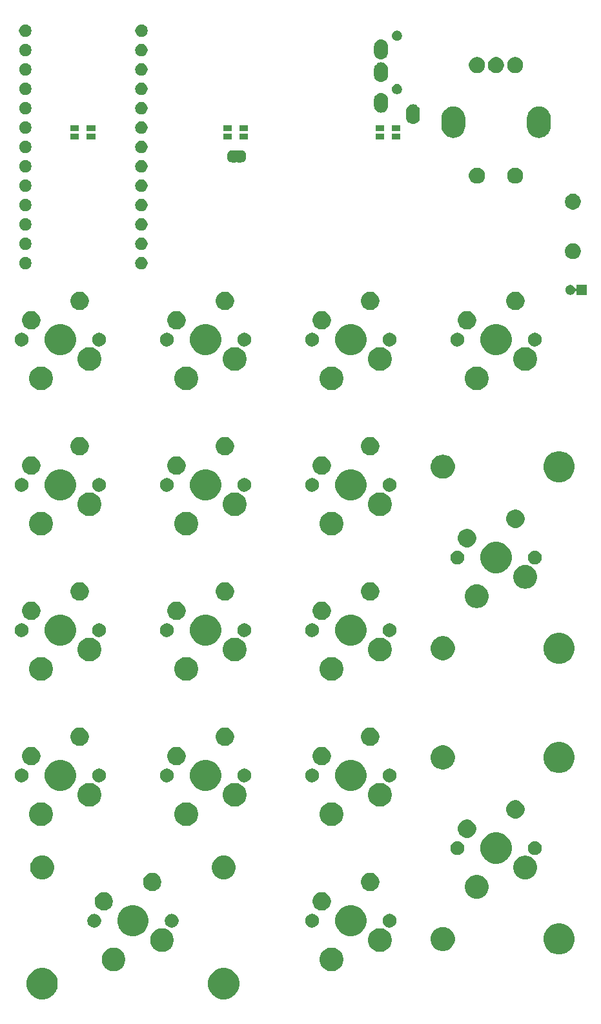
<source format=gts>
G04 #@! TF.GenerationSoftware,KiCad,Pcbnew,(5.1.5)-3*
G04 #@! TF.CreationDate,2020-10-10T23:35:22+09:00*
G04 #@! TF.ProjectId,Pistachio_MacroPad,50697374-6163-4686-996f-5f4d6163726f,rev?*
G04 #@! TF.SameCoordinates,Original*
G04 #@! TF.FileFunction,Soldermask,Top*
G04 #@! TF.FilePolarity,Negative*
%FSLAX46Y46*%
G04 Gerber Fmt 4.6, Leading zero omitted, Abs format (unit mm)*
G04 Created by KiCad (PCBNEW (5.1.5)-3) date 2020-10-10 23:35:22*
%MOMM*%
%LPD*%
G04 APERTURE LIST*
%ADD10C,0.100000*%
G04 APERTURE END LIST*
D10*
G36*
X62866474Y-148818684D02*
G01*
X63084474Y-148908983D01*
X63238623Y-148972833D01*
X63573548Y-149196623D01*
X63858377Y-149481452D01*
X64082167Y-149816377D01*
X64082167Y-149816378D01*
X64236316Y-150188526D01*
X64314900Y-150583594D01*
X64314900Y-150986406D01*
X64236316Y-151381474D01*
X64146017Y-151599474D01*
X64082167Y-151753623D01*
X63858377Y-152088548D01*
X63573548Y-152373377D01*
X63238623Y-152597167D01*
X63084474Y-152661017D01*
X62866474Y-152751316D01*
X62471406Y-152829900D01*
X62068594Y-152829900D01*
X61673526Y-152751316D01*
X61455526Y-152661017D01*
X61301377Y-152597167D01*
X60966452Y-152373377D01*
X60681623Y-152088548D01*
X60457833Y-151753623D01*
X60393983Y-151599474D01*
X60303684Y-151381474D01*
X60225100Y-150986406D01*
X60225100Y-150583594D01*
X60303684Y-150188526D01*
X60457833Y-149816378D01*
X60457833Y-149816377D01*
X60681623Y-149481452D01*
X60966452Y-149196623D01*
X61301377Y-148972833D01*
X61455526Y-148908983D01*
X61673526Y-148818684D01*
X62068594Y-148740100D01*
X62471406Y-148740100D01*
X62866474Y-148818684D01*
G37*
G36*
X39066474Y-148818684D02*
G01*
X39284474Y-148908983D01*
X39438623Y-148972833D01*
X39773548Y-149196623D01*
X40058377Y-149481452D01*
X40282167Y-149816377D01*
X40282167Y-149816378D01*
X40436316Y-150188526D01*
X40514900Y-150583594D01*
X40514900Y-150986406D01*
X40436316Y-151381474D01*
X40346017Y-151599474D01*
X40282167Y-151753623D01*
X40058377Y-152088548D01*
X39773548Y-152373377D01*
X39438623Y-152597167D01*
X39284474Y-152661017D01*
X39066474Y-152751316D01*
X38671406Y-152829900D01*
X38268594Y-152829900D01*
X37873526Y-152751316D01*
X37655526Y-152661017D01*
X37501377Y-152597167D01*
X37166452Y-152373377D01*
X36881623Y-152088548D01*
X36657833Y-151753623D01*
X36593983Y-151599474D01*
X36503684Y-151381474D01*
X36425100Y-150986406D01*
X36425100Y-150583594D01*
X36503684Y-150188526D01*
X36657833Y-149816378D01*
X36657833Y-149816377D01*
X36881623Y-149481452D01*
X37166452Y-149196623D01*
X37501377Y-148972833D01*
X37655526Y-148908983D01*
X37873526Y-148818684D01*
X38268594Y-148740100D01*
X38671406Y-148740100D01*
X39066474Y-148818684D01*
G37*
G36*
X76712585Y-146088802D02*
G01*
X76862410Y-146118604D01*
X77144674Y-146235521D01*
X77398705Y-146405259D01*
X77614741Y-146621295D01*
X77784479Y-146875326D01*
X77901396Y-147157590D01*
X77961000Y-147457240D01*
X77961000Y-147762760D01*
X77901396Y-148062410D01*
X77784479Y-148344674D01*
X77614741Y-148598705D01*
X77398705Y-148814741D01*
X77144674Y-148984479D01*
X76862410Y-149101396D01*
X76712585Y-149131198D01*
X76562761Y-149161000D01*
X76257239Y-149161000D01*
X76107415Y-149131198D01*
X75957590Y-149101396D01*
X75675326Y-148984479D01*
X75421295Y-148814741D01*
X75205259Y-148598705D01*
X75035521Y-148344674D01*
X74918604Y-148062410D01*
X74859000Y-147762760D01*
X74859000Y-147457240D01*
X74918604Y-147157590D01*
X75035521Y-146875326D01*
X75205259Y-146621295D01*
X75421295Y-146405259D01*
X75675326Y-146235521D01*
X75957590Y-146118604D01*
X76107415Y-146088802D01*
X76257239Y-146059000D01*
X76562761Y-146059000D01*
X76712585Y-146088802D01*
G37*
G36*
X48132585Y-146088802D02*
G01*
X48282410Y-146118604D01*
X48564674Y-146235521D01*
X48818705Y-146405259D01*
X49034741Y-146621295D01*
X49204479Y-146875326D01*
X49321396Y-147157590D01*
X49381000Y-147457240D01*
X49381000Y-147762760D01*
X49321396Y-148062410D01*
X49204479Y-148344674D01*
X49034741Y-148598705D01*
X48818705Y-148814741D01*
X48564674Y-148984479D01*
X48282410Y-149101396D01*
X48132585Y-149131198D01*
X47982761Y-149161000D01*
X47677239Y-149161000D01*
X47527415Y-149131198D01*
X47377590Y-149101396D01*
X47095326Y-148984479D01*
X46841295Y-148814741D01*
X46625259Y-148598705D01*
X46455521Y-148344674D01*
X46338604Y-148062410D01*
X46279000Y-147762760D01*
X46279000Y-147457240D01*
X46338604Y-147157590D01*
X46455521Y-146875326D01*
X46625259Y-146621295D01*
X46841295Y-146405259D01*
X47095326Y-146235521D01*
X47377590Y-146118604D01*
X47527415Y-146088802D01*
X47677239Y-146059000D01*
X47982761Y-146059000D01*
X48132585Y-146088802D01*
G37*
G36*
X106851474Y-142953684D02*
G01*
X107069474Y-143043983D01*
X107223623Y-143107833D01*
X107558548Y-143331623D01*
X107843377Y-143616452D01*
X108067167Y-143951377D01*
X108120981Y-144081296D01*
X108221316Y-144323526D01*
X108299900Y-144718594D01*
X108299900Y-145121406D01*
X108221316Y-145516474D01*
X108218857Y-145522410D01*
X108067167Y-145888623D01*
X107843377Y-146223548D01*
X107558548Y-146508377D01*
X107223623Y-146732167D01*
X107069474Y-146796017D01*
X106851474Y-146886316D01*
X106456406Y-146964900D01*
X106053594Y-146964900D01*
X105658526Y-146886316D01*
X105440526Y-146796017D01*
X105286377Y-146732167D01*
X104951452Y-146508377D01*
X104666623Y-146223548D01*
X104442833Y-145888623D01*
X104291143Y-145522410D01*
X104288684Y-145516474D01*
X104210100Y-145121406D01*
X104210100Y-144718594D01*
X104288684Y-144323526D01*
X104389019Y-144081296D01*
X104442833Y-143951377D01*
X104666623Y-143616452D01*
X104951452Y-143331623D01*
X105286377Y-143107833D01*
X105440526Y-143043983D01*
X105658526Y-142953684D01*
X106053594Y-142875100D01*
X106456406Y-142875100D01*
X106851474Y-142953684D01*
G37*
G36*
X82939164Y-143524252D02*
G01*
X83212410Y-143578604D01*
X83494674Y-143695521D01*
X83748705Y-143865259D01*
X83964741Y-144081295D01*
X84134479Y-144335326D01*
X84251396Y-144617590D01*
X84311000Y-144917240D01*
X84311000Y-145222760D01*
X84251396Y-145522410D01*
X84134479Y-145804674D01*
X83964741Y-146058705D01*
X83748705Y-146274741D01*
X83494674Y-146444479D01*
X83212410Y-146561396D01*
X83062585Y-146591198D01*
X82912761Y-146621000D01*
X82607239Y-146621000D01*
X82457415Y-146591198D01*
X82307590Y-146561396D01*
X82025326Y-146444479D01*
X81771295Y-146274741D01*
X81555259Y-146058705D01*
X81385521Y-145804674D01*
X81268604Y-145522410D01*
X81209000Y-145222760D01*
X81209000Y-144917240D01*
X81268604Y-144617590D01*
X81385521Y-144335326D01*
X81555259Y-144081295D01*
X81771295Y-143865259D01*
X82025326Y-143695521D01*
X82307590Y-143578604D01*
X82580836Y-143524252D01*
X82607239Y-143519000D01*
X82912761Y-143519000D01*
X82939164Y-143524252D01*
G37*
G36*
X54359164Y-143524252D02*
G01*
X54632410Y-143578604D01*
X54914674Y-143695521D01*
X55168705Y-143865259D01*
X55384741Y-144081295D01*
X55554479Y-144335326D01*
X55671396Y-144617590D01*
X55731000Y-144917240D01*
X55731000Y-145222760D01*
X55671396Y-145522410D01*
X55554479Y-145804674D01*
X55384741Y-146058705D01*
X55168705Y-146274741D01*
X54914674Y-146444479D01*
X54632410Y-146561396D01*
X54482585Y-146591198D01*
X54332761Y-146621000D01*
X54027239Y-146621000D01*
X53877415Y-146591198D01*
X53727590Y-146561396D01*
X53445326Y-146444479D01*
X53191295Y-146274741D01*
X52975259Y-146058705D01*
X52805521Y-145804674D01*
X52688604Y-145522410D01*
X52629000Y-145222760D01*
X52629000Y-144917240D01*
X52688604Y-144617590D01*
X52805521Y-144335326D01*
X52975259Y-144081295D01*
X53191295Y-143865259D01*
X53445326Y-143695521D01*
X53727590Y-143578604D01*
X54000836Y-143524252D01*
X54027239Y-143519000D01*
X54332761Y-143519000D01*
X54359164Y-143524252D01*
G37*
G36*
X91474411Y-143405526D02*
G01*
X91538083Y-143431900D01*
X91761041Y-143524252D01*
X91761042Y-143524253D01*
X92019004Y-143696617D01*
X92238383Y-143915996D01*
X92262024Y-143951378D01*
X92410748Y-144173959D01*
X92529474Y-144460590D01*
X92590000Y-144764875D01*
X92590000Y-145075125D01*
X92529474Y-145379410D01*
X92410748Y-145666041D01*
X92410747Y-145666042D01*
X92238383Y-145924004D01*
X92019004Y-146143383D01*
X91899028Y-146223548D01*
X91761041Y-146315748D01*
X91593137Y-146385296D01*
X91474411Y-146434474D01*
X91170125Y-146495000D01*
X90859875Y-146495000D01*
X90555589Y-146434474D01*
X90436863Y-146385296D01*
X90268959Y-146315748D01*
X90130972Y-146223548D01*
X90010996Y-146143383D01*
X89791617Y-145924004D01*
X89619253Y-145666042D01*
X89619252Y-145666041D01*
X89500526Y-145379410D01*
X89440000Y-145075125D01*
X89440000Y-144764875D01*
X89500526Y-144460590D01*
X89619252Y-144173959D01*
X89767976Y-143951378D01*
X89791617Y-143915996D01*
X90010996Y-143696617D01*
X90268958Y-143524253D01*
X90268959Y-143524252D01*
X90491917Y-143431900D01*
X90555589Y-143405526D01*
X90859875Y-143345000D01*
X91170125Y-143345000D01*
X91474411Y-143405526D01*
G37*
G36*
X79546474Y-140563684D02*
G01*
X79764474Y-140653983D01*
X79918623Y-140717833D01*
X80253548Y-140941623D01*
X80538377Y-141226452D01*
X80762167Y-141561377D01*
X80826017Y-141715526D01*
X80916316Y-141933526D01*
X80994900Y-142328594D01*
X80994900Y-142731406D01*
X80916316Y-143126474D01*
X80832322Y-143329253D01*
X80762167Y-143498623D01*
X80538377Y-143833548D01*
X80253548Y-144118377D01*
X79918623Y-144342167D01*
X79764474Y-144406017D01*
X79546474Y-144496316D01*
X79151406Y-144574900D01*
X78748594Y-144574900D01*
X78353526Y-144496316D01*
X78135526Y-144406017D01*
X77981377Y-144342167D01*
X77646452Y-144118377D01*
X77361623Y-143833548D01*
X77137833Y-143498623D01*
X77067678Y-143329253D01*
X76983684Y-143126474D01*
X76905100Y-142731406D01*
X76905100Y-142328594D01*
X76983684Y-141933526D01*
X77073983Y-141715526D01*
X77137833Y-141561377D01*
X77361623Y-141226452D01*
X77646452Y-140941623D01*
X77981377Y-140717833D01*
X78135526Y-140653983D01*
X78353526Y-140563684D01*
X78748594Y-140485100D01*
X79151406Y-140485100D01*
X79546474Y-140563684D01*
G37*
G36*
X50966474Y-140563684D02*
G01*
X51184474Y-140653983D01*
X51338623Y-140717833D01*
X51673548Y-140941623D01*
X51958377Y-141226452D01*
X52182167Y-141561377D01*
X52246017Y-141715526D01*
X52336316Y-141933526D01*
X52414900Y-142328594D01*
X52414900Y-142731406D01*
X52336316Y-143126474D01*
X52252322Y-143329253D01*
X52182167Y-143498623D01*
X51958377Y-143833548D01*
X51673548Y-144118377D01*
X51338623Y-144342167D01*
X51184474Y-144406017D01*
X50966474Y-144496316D01*
X50571406Y-144574900D01*
X50168594Y-144574900D01*
X49773526Y-144496316D01*
X49555526Y-144406017D01*
X49401377Y-144342167D01*
X49066452Y-144118377D01*
X48781623Y-143833548D01*
X48557833Y-143498623D01*
X48487678Y-143329253D01*
X48403684Y-143126474D01*
X48325100Y-142731406D01*
X48325100Y-142328594D01*
X48403684Y-141933526D01*
X48493983Y-141715526D01*
X48557833Y-141561377D01*
X48781623Y-141226452D01*
X49066452Y-140941623D01*
X49401377Y-140717833D01*
X49555526Y-140653983D01*
X49773526Y-140563684D01*
X50168594Y-140485100D01*
X50571406Y-140485100D01*
X50966474Y-140563684D01*
G37*
G36*
X55625952Y-141645429D02*
G01*
X55713075Y-141662759D01*
X55822498Y-141708084D01*
X55877211Y-141730747D01*
X56023933Y-141828783D01*
X56024928Y-141829448D01*
X56150552Y-141955072D01*
X56150554Y-141955075D01*
X56249253Y-142102789D01*
X56249253Y-142102790D01*
X56317241Y-142266925D01*
X56351900Y-142441171D01*
X56351900Y-142618829D01*
X56317241Y-142793075D01*
X56271916Y-142902498D01*
X56249253Y-142957211D01*
X56151217Y-143103933D01*
X56150552Y-143104928D01*
X56024928Y-143230552D01*
X56024925Y-143230554D01*
X55877211Y-143329253D01*
X55839194Y-143345000D01*
X55713075Y-143397241D01*
X55625952Y-143414570D01*
X55538831Y-143431900D01*
X55361169Y-143431900D01*
X55274048Y-143414570D01*
X55186925Y-143397241D01*
X55060806Y-143345000D01*
X55022789Y-143329253D01*
X54875075Y-143230554D01*
X54875072Y-143230552D01*
X54749448Y-143104928D01*
X54748783Y-143103933D01*
X54650747Y-142957211D01*
X54628084Y-142902498D01*
X54582759Y-142793075D01*
X54548100Y-142618829D01*
X54548100Y-142441171D01*
X54582759Y-142266925D01*
X54650747Y-142102790D01*
X54650747Y-142102789D01*
X54749446Y-141955075D01*
X54749448Y-141955072D01*
X54875072Y-141829448D01*
X54876067Y-141828783D01*
X55022789Y-141730747D01*
X55077502Y-141708084D01*
X55186925Y-141662759D01*
X55274048Y-141645429D01*
X55361169Y-141628100D01*
X55538831Y-141628100D01*
X55625952Y-141645429D01*
G37*
G36*
X84205952Y-141645429D02*
G01*
X84293075Y-141662759D01*
X84402498Y-141708084D01*
X84457211Y-141730747D01*
X84603933Y-141828783D01*
X84604928Y-141829448D01*
X84730552Y-141955072D01*
X84730554Y-141955075D01*
X84829253Y-142102789D01*
X84829253Y-142102790D01*
X84897241Y-142266925D01*
X84931900Y-142441171D01*
X84931900Y-142618829D01*
X84897241Y-142793075D01*
X84851916Y-142902498D01*
X84829253Y-142957211D01*
X84731217Y-143103933D01*
X84730552Y-143104928D01*
X84604928Y-143230552D01*
X84604925Y-143230554D01*
X84457211Y-143329253D01*
X84419194Y-143345000D01*
X84293075Y-143397241D01*
X84205952Y-143414570D01*
X84118831Y-143431900D01*
X83941169Y-143431900D01*
X83854048Y-143414570D01*
X83766925Y-143397241D01*
X83640806Y-143345000D01*
X83602789Y-143329253D01*
X83455075Y-143230554D01*
X83455072Y-143230552D01*
X83329448Y-143104928D01*
X83328783Y-143103933D01*
X83230747Y-142957211D01*
X83208084Y-142902498D01*
X83162759Y-142793075D01*
X83128100Y-142618829D01*
X83128100Y-142441171D01*
X83162759Y-142266925D01*
X83230747Y-142102790D01*
X83230747Y-142102789D01*
X83329446Y-141955075D01*
X83329448Y-141955072D01*
X83455072Y-141829448D01*
X83456067Y-141828783D01*
X83602789Y-141730747D01*
X83657502Y-141708084D01*
X83766925Y-141662759D01*
X83854048Y-141645429D01*
X83941169Y-141628100D01*
X84118831Y-141628100D01*
X84205952Y-141645429D01*
G37*
G36*
X45465952Y-141645429D02*
G01*
X45553075Y-141662759D01*
X45662498Y-141708084D01*
X45717211Y-141730747D01*
X45863933Y-141828783D01*
X45864928Y-141829448D01*
X45990552Y-141955072D01*
X45990554Y-141955075D01*
X46089253Y-142102789D01*
X46089253Y-142102790D01*
X46157241Y-142266925D01*
X46191900Y-142441171D01*
X46191900Y-142618829D01*
X46157241Y-142793075D01*
X46111916Y-142902498D01*
X46089253Y-142957211D01*
X45991217Y-143103933D01*
X45990552Y-143104928D01*
X45864928Y-143230552D01*
X45864925Y-143230554D01*
X45717211Y-143329253D01*
X45679194Y-143345000D01*
X45553075Y-143397241D01*
X45465952Y-143414570D01*
X45378831Y-143431900D01*
X45201169Y-143431900D01*
X45114048Y-143414570D01*
X45026925Y-143397241D01*
X44900806Y-143345000D01*
X44862789Y-143329253D01*
X44715075Y-143230554D01*
X44715072Y-143230552D01*
X44589448Y-143104928D01*
X44588783Y-143103933D01*
X44490747Y-142957211D01*
X44468084Y-142902498D01*
X44422759Y-142793075D01*
X44388100Y-142618829D01*
X44388100Y-142441171D01*
X44422759Y-142266925D01*
X44490747Y-142102790D01*
X44490747Y-142102789D01*
X44589446Y-141955075D01*
X44589448Y-141955072D01*
X44715072Y-141829448D01*
X44716067Y-141828783D01*
X44862789Y-141730747D01*
X44917502Y-141708084D01*
X45026925Y-141662759D01*
X45114048Y-141645429D01*
X45201169Y-141628100D01*
X45378831Y-141628100D01*
X45465952Y-141645429D01*
G37*
G36*
X74045952Y-141645429D02*
G01*
X74133075Y-141662759D01*
X74242498Y-141708084D01*
X74297211Y-141730747D01*
X74443933Y-141828783D01*
X74444928Y-141829448D01*
X74570552Y-141955072D01*
X74570554Y-141955075D01*
X74669253Y-142102789D01*
X74669253Y-142102790D01*
X74737241Y-142266925D01*
X74771900Y-142441171D01*
X74771900Y-142618829D01*
X74737241Y-142793075D01*
X74691916Y-142902498D01*
X74669253Y-142957211D01*
X74571217Y-143103933D01*
X74570552Y-143104928D01*
X74444928Y-143230552D01*
X74444925Y-143230554D01*
X74297211Y-143329253D01*
X74259194Y-143345000D01*
X74133075Y-143397241D01*
X74045952Y-143414570D01*
X73958831Y-143431900D01*
X73781169Y-143431900D01*
X73694048Y-143414570D01*
X73606925Y-143397241D01*
X73480806Y-143345000D01*
X73442789Y-143329253D01*
X73295075Y-143230554D01*
X73295072Y-143230552D01*
X73169448Y-143104928D01*
X73168783Y-143103933D01*
X73070747Y-142957211D01*
X73048084Y-142902498D01*
X73002759Y-142793075D01*
X72968100Y-142618829D01*
X72968100Y-142441171D01*
X73002759Y-142266925D01*
X73070747Y-142102790D01*
X73070747Y-142102789D01*
X73169446Y-141955075D01*
X73169448Y-141955072D01*
X73295072Y-141829448D01*
X73296067Y-141828783D01*
X73442789Y-141730747D01*
X73497502Y-141708084D01*
X73606925Y-141662759D01*
X73694048Y-141645429D01*
X73781169Y-141628100D01*
X73958831Y-141628100D01*
X74045952Y-141645429D01*
G37*
G36*
X46908276Y-138841884D02*
G01*
X47125569Y-138931890D01*
X47125571Y-138931891D01*
X47321130Y-139062560D01*
X47487440Y-139228870D01*
X47618110Y-139424431D01*
X47708116Y-139641724D01*
X47754000Y-139872400D01*
X47754000Y-140107600D01*
X47708116Y-140338276D01*
X47647299Y-140485100D01*
X47618109Y-140555571D01*
X47487440Y-140751130D01*
X47321130Y-140917440D01*
X47125571Y-141048109D01*
X47125570Y-141048110D01*
X47125569Y-141048110D01*
X46908276Y-141138116D01*
X46677600Y-141184000D01*
X46442400Y-141184000D01*
X46211724Y-141138116D01*
X45994431Y-141048110D01*
X45994430Y-141048110D01*
X45994429Y-141048109D01*
X45798870Y-140917440D01*
X45632560Y-140751130D01*
X45501891Y-140555571D01*
X45472701Y-140485100D01*
X45411884Y-140338276D01*
X45366000Y-140107600D01*
X45366000Y-139872400D01*
X45411884Y-139641724D01*
X45501890Y-139424431D01*
X45632560Y-139228870D01*
X45798870Y-139062560D01*
X45994429Y-138931891D01*
X45994431Y-138931890D01*
X46211724Y-138841884D01*
X46442400Y-138796000D01*
X46677600Y-138796000D01*
X46908276Y-138841884D01*
G37*
G36*
X75488276Y-138841884D02*
G01*
X75705569Y-138931890D01*
X75705571Y-138931891D01*
X75901130Y-139062560D01*
X76067440Y-139228870D01*
X76198110Y-139424431D01*
X76288116Y-139641724D01*
X76334000Y-139872400D01*
X76334000Y-140107600D01*
X76288116Y-140338276D01*
X76227299Y-140485100D01*
X76198109Y-140555571D01*
X76067440Y-140751130D01*
X75901130Y-140917440D01*
X75705571Y-141048109D01*
X75705570Y-141048110D01*
X75705569Y-141048110D01*
X75488276Y-141138116D01*
X75257600Y-141184000D01*
X75022400Y-141184000D01*
X74791724Y-141138116D01*
X74574431Y-141048110D01*
X74574430Y-141048110D01*
X74574429Y-141048109D01*
X74378870Y-140917440D01*
X74212560Y-140751130D01*
X74081891Y-140555571D01*
X74052701Y-140485100D01*
X73991884Y-140338276D01*
X73946000Y-140107600D01*
X73946000Y-139872400D01*
X73991884Y-139641724D01*
X74081890Y-139424431D01*
X74212560Y-139228870D01*
X74378870Y-139062560D01*
X74574429Y-138931891D01*
X74574431Y-138931890D01*
X74791724Y-138841884D01*
X75022400Y-138796000D01*
X75257600Y-138796000D01*
X75488276Y-138841884D01*
G37*
G36*
X95663049Y-136549003D02*
G01*
X95912410Y-136598604D01*
X96194674Y-136715521D01*
X96448705Y-136885259D01*
X96664741Y-137101295D01*
X96834479Y-137355326D01*
X96951396Y-137637590D01*
X97011000Y-137937240D01*
X97011000Y-138242760D01*
X96951396Y-138542410D01*
X96834479Y-138824674D01*
X96664741Y-139078705D01*
X96448705Y-139294741D01*
X96194674Y-139464479D01*
X95912410Y-139581396D01*
X95762585Y-139611198D01*
X95612761Y-139641000D01*
X95307239Y-139641000D01*
X95157415Y-139611198D01*
X95007590Y-139581396D01*
X94725326Y-139464479D01*
X94471295Y-139294741D01*
X94255259Y-139078705D01*
X94085521Y-138824674D01*
X93968604Y-138542410D01*
X93909000Y-138242760D01*
X93909000Y-137937240D01*
X93968604Y-137637590D01*
X94085521Y-137355326D01*
X94255259Y-137101295D01*
X94471295Y-136885259D01*
X94725326Y-136715521D01*
X95007590Y-136598604D01*
X95256951Y-136549003D01*
X95307239Y-136539000D01*
X95612761Y-136539000D01*
X95663049Y-136549003D01*
G37*
G36*
X53258276Y-136301884D02*
G01*
X53475569Y-136391890D01*
X53475571Y-136391891D01*
X53671130Y-136522560D01*
X53837440Y-136688870D01*
X53968110Y-136884431D01*
X54058116Y-137101724D01*
X54104000Y-137332400D01*
X54104000Y-137567600D01*
X54058116Y-137798276D01*
X54000555Y-137937239D01*
X53968109Y-138015571D01*
X53837440Y-138211130D01*
X53671130Y-138377440D01*
X53475571Y-138508109D01*
X53475570Y-138508110D01*
X53475569Y-138508110D01*
X53258276Y-138598116D01*
X53027600Y-138644000D01*
X52792400Y-138644000D01*
X52561724Y-138598116D01*
X52344431Y-138508110D01*
X52344430Y-138508110D01*
X52344429Y-138508109D01*
X52148870Y-138377440D01*
X51982560Y-138211130D01*
X51851891Y-138015571D01*
X51819445Y-137937239D01*
X51761884Y-137798276D01*
X51716000Y-137567600D01*
X51716000Y-137332400D01*
X51761884Y-137101724D01*
X51851890Y-136884431D01*
X51982560Y-136688870D01*
X52148870Y-136522560D01*
X52344429Y-136391891D01*
X52344431Y-136391890D01*
X52561724Y-136301884D01*
X52792400Y-136256000D01*
X53027600Y-136256000D01*
X53258276Y-136301884D01*
G37*
G36*
X81838276Y-136301884D02*
G01*
X82055569Y-136391890D01*
X82055571Y-136391891D01*
X82251130Y-136522560D01*
X82417440Y-136688870D01*
X82548110Y-136884431D01*
X82638116Y-137101724D01*
X82684000Y-137332400D01*
X82684000Y-137567600D01*
X82638116Y-137798276D01*
X82580555Y-137937239D01*
X82548109Y-138015571D01*
X82417440Y-138211130D01*
X82251130Y-138377440D01*
X82055571Y-138508109D01*
X82055570Y-138508110D01*
X82055569Y-138508110D01*
X81838276Y-138598116D01*
X81607600Y-138644000D01*
X81372400Y-138644000D01*
X81141724Y-138598116D01*
X80924431Y-138508110D01*
X80924430Y-138508110D01*
X80924429Y-138508109D01*
X80728870Y-138377440D01*
X80562560Y-138211130D01*
X80431891Y-138015571D01*
X80399445Y-137937239D01*
X80341884Y-137798276D01*
X80296000Y-137567600D01*
X80296000Y-137332400D01*
X80341884Y-137101724D01*
X80431890Y-136884431D01*
X80562560Y-136688870D01*
X80728870Y-136522560D01*
X80924429Y-136391891D01*
X80924431Y-136391890D01*
X81141724Y-136301884D01*
X81372400Y-136256000D01*
X81607600Y-136256000D01*
X81838276Y-136301884D01*
G37*
G36*
X38770918Y-133999000D02*
G01*
X38929411Y-134030526D01*
X38997197Y-134058604D01*
X39216041Y-134149252D01*
X39216042Y-134149253D01*
X39474004Y-134321617D01*
X39693383Y-134540996D01*
X39808553Y-134713361D01*
X39865748Y-134798959D01*
X39984474Y-135085590D01*
X40045000Y-135389875D01*
X40045000Y-135700125D01*
X39984474Y-136004410D01*
X39865748Y-136291041D01*
X39865747Y-136291042D01*
X39693383Y-136549004D01*
X39474004Y-136768383D01*
X39301639Y-136883553D01*
X39216041Y-136940748D01*
X39048137Y-137010296D01*
X38929411Y-137059474D01*
X38777267Y-137089737D01*
X38625125Y-137120000D01*
X38314875Y-137120000D01*
X38162733Y-137089737D01*
X38010589Y-137059474D01*
X37891863Y-137010296D01*
X37723959Y-136940748D01*
X37638361Y-136883553D01*
X37465996Y-136768383D01*
X37246617Y-136549004D01*
X37074253Y-136291042D01*
X37074252Y-136291041D01*
X36955526Y-136004410D01*
X36895000Y-135700125D01*
X36895000Y-135389875D01*
X36955526Y-135085590D01*
X37074252Y-134798959D01*
X37131447Y-134713361D01*
X37246617Y-134540996D01*
X37465996Y-134321617D01*
X37723958Y-134149253D01*
X37723959Y-134149252D01*
X37942803Y-134058604D01*
X38010589Y-134030526D01*
X38169082Y-133999000D01*
X38314875Y-133970000D01*
X38625125Y-133970000D01*
X38770918Y-133999000D01*
G37*
G36*
X62570918Y-133999000D02*
G01*
X62729411Y-134030526D01*
X62797197Y-134058604D01*
X63016041Y-134149252D01*
X63016042Y-134149253D01*
X63274004Y-134321617D01*
X63493383Y-134540996D01*
X63608553Y-134713361D01*
X63665748Y-134798959D01*
X63784474Y-135085590D01*
X63845000Y-135389875D01*
X63845000Y-135700125D01*
X63784474Y-136004410D01*
X63665748Y-136291041D01*
X63665747Y-136291042D01*
X63493383Y-136549004D01*
X63274004Y-136768383D01*
X63101639Y-136883553D01*
X63016041Y-136940748D01*
X62848137Y-137010296D01*
X62729411Y-137059474D01*
X62577267Y-137089737D01*
X62425125Y-137120000D01*
X62114875Y-137120000D01*
X61962733Y-137089737D01*
X61810589Y-137059474D01*
X61691863Y-137010296D01*
X61523959Y-136940748D01*
X61438361Y-136883553D01*
X61265996Y-136768383D01*
X61046617Y-136549004D01*
X60874253Y-136291042D01*
X60874252Y-136291041D01*
X60755526Y-136004410D01*
X60695000Y-135700125D01*
X60695000Y-135389875D01*
X60755526Y-135085590D01*
X60874252Y-134798959D01*
X60931447Y-134713361D01*
X61046617Y-134540996D01*
X61265996Y-134321617D01*
X61523958Y-134149253D01*
X61523959Y-134149252D01*
X61742803Y-134058604D01*
X61810589Y-134030526D01*
X61969082Y-133999000D01*
X62114875Y-133970000D01*
X62425125Y-133970000D01*
X62570918Y-133999000D01*
G37*
G36*
X102112585Y-134028802D02*
G01*
X102262410Y-134058604D01*
X102544674Y-134175521D01*
X102798705Y-134345259D01*
X103014741Y-134561295D01*
X103184479Y-134815326D01*
X103301396Y-135097590D01*
X103361000Y-135397240D01*
X103361000Y-135702760D01*
X103301396Y-136002410D01*
X103184479Y-136284674D01*
X103014741Y-136538705D01*
X102798705Y-136754741D01*
X102544674Y-136924479D01*
X102262410Y-137041396D01*
X102112585Y-137071198D01*
X101962761Y-137101000D01*
X101657239Y-137101000D01*
X101507415Y-137071198D01*
X101357590Y-137041396D01*
X101075326Y-136924479D01*
X100821295Y-136754741D01*
X100605259Y-136538705D01*
X100435521Y-136284674D01*
X100318604Y-136002410D01*
X100259000Y-135702760D01*
X100259000Y-135397240D01*
X100318604Y-135097590D01*
X100435521Y-134815326D01*
X100605259Y-134561295D01*
X100821295Y-134345259D01*
X101075326Y-134175521D01*
X101357590Y-134058604D01*
X101507415Y-134028802D01*
X101657239Y-133999000D01*
X101962761Y-133999000D01*
X102112585Y-134028802D01*
G37*
G36*
X98596474Y-131043684D02*
G01*
X98814474Y-131133983D01*
X98968623Y-131197833D01*
X99303548Y-131421623D01*
X99588377Y-131706452D01*
X99812167Y-132041377D01*
X99876017Y-132195526D01*
X99966316Y-132413526D01*
X100044900Y-132808594D01*
X100044900Y-133211406D01*
X99966316Y-133606474D01*
X99882322Y-133809253D01*
X99812167Y-133978623D01*
X99588377Y-134313548D01*
X99303548Y-134598377D01*
X98968623Y-134822167D01*
X98814474Y-134886017D01*
X98596474Y-134976316D01*
X98201406Y-135054900D01*
X97798594Y-135054900D01*
X97403526Y-134976316D01*
X97185526Y-134886017D01*
X97031377Y-134822167D01*
X96696452Y-134598377D01*
X96411623Y-134313548D01*
X96187833Y-133978623D01*
X96117678Y-133809253D01*
X96033684Y-133606474D01*
X95955100Y-133211406D01*
X95955100Y-132808594D01*
X96033684Y-132413526D01*
X96123983Y-132195526D01*
X96187833Y-132041377D01*
X96411623Y-131706452D01*
X96696452Y-131421623D01*
X97031377Y-131197833D01*
X97185526Y-131133983D01*
X97403526Y-131043684D01*
X97798594Y-130965100D01*
X98201406Y-130965100D01*
X98596474Y-131043684D01*
G37*
G36*
X93095952Y-132125430D02*
G01*
X93183075Y-132142759D01*
X93292498Y-132188084D01*
X93347211Y-132210747D01*
X93493933Y-132308783D01*
X93494928Y-132309448D01*
X93620552Y-132435072D01*
X93620554Y-132435075D01*
X93719253Y-132582789D01*
X93719253Y-132582790D01*
X93787241Y-132746925D01*
X93821900Y-132921171D01*
X93821900Y-133098829D01*
X93787241Y-133273075D01*
X93741916Y-133382498D01*
X93719253Y-133437211D01*
X93621217Y-133583933D01*
X93620552Y-133584928D01*
X93494928Y-133710552D01*
X93494925Y-133710554D01*
X93347211Y-133809253D01*
X93292498Y-133831916D01*
X93183075Y-133877241D01*
X93095952Y-133894571D01*
X93008831Y-133911900D01*
X92831169Y-133911900D01*
X92744048Y-133894571D01*
X92656925Y-133877241D01*
X92547502Y-133831916D01*
X92492789Y-133809253D01*
X92345075Y-133710554D01*
X92345072Y-133710552D01*
X92219448Y-133584928D01*
X92218783Y-133583933D01*
X92120747Y-133437211D01*
X92098084Y-133382498D01*
X92052759Y-133273075D01*
X92018100Y-133098829D01*
X92018100Y-132921171D01*
X92052759Y-132746925D01*
X92120747Y-132582790D01*
X92120747Y-132582789D01*
X92219446Y-132435075D01*
X92219448Y-132435072D01*
X92345072Y-132309448D01*
X92346067Y-132308783D01*
X92492789Y-132210747D01*
X92547502Y-132188084D01*
X92656925Y-132142759D01*
X92744048Y-132125430D01*
X92831169Y-132108100D01*
X93008831Y-132108100D01*
X93095952Y-132125430D01*
G37*
G36*
X103255952Y-132125430D02*
G01*
X103343075Y-132142759D01*
X103452498Y-132188084D01*
X103507211Y-132210747D01*
X103653933Y-132308783D01*
X103654928Y-132309448D01*
X103780552Y-132435072D01*
X103780554Y-132435075D01*
X103879253Y-132582789D01*
X103879253Y-132582790D01*
X103947241Y-132746925D01*
X103981900Y-132921171D01*
X103981900Y-133098829D01*
X103947241Y-133273075D01*
X103901916Y-133382498D01*
X103879253Y-133437211D01*
X103781217Y-133583933D01*
X103780552Y-133584928D01*
X103654928Y-133710552D01*
X103654925Y-133710554D01*
X103507211Y-133809253D01*
X103452498Y-133831916D01*
X103343075Y-133877241D01*
X103255952Y-133894571D01*
X103168831Y-133911900D01*
X102991169Y-133911900D01*
X102904048Y-133894571D01*
X102816925Y-133877241D01*
X102707502Y-133831916D01*
X102652789Y-133809253D01*
X102505075Y-133710554D01*
X102505072Y-133710552D01*
X102379448Y-133584928D01*
X102378783Y-133583933D01*
X102280747Y-133437211D01*
X102258084Y-133382498D01*
X102212759Y-133273075D01*
X102178100Y-133098829D01*
X102178100Y-132921171D01*
X102212759Y-132746925D01*
X102280747Y-132582790D01*
X102280747Y-132582789D01*
X102379446Y-132435075D01*
X102379448Y-132435072D01*
X102505072Y-132309448D01*
X102506067Y-132308783D01*
X102652789Y-132210747D01*
X102707502Y-132188084D01*
X102816925Y-132142759D01*
X102904048Y-132125430D01*
X102991169Y-132108100D01*
X103168831Y-132108100D01*
X103255952Y-132125430D01*
G37*
G36*
X94538276Y-129321884D02*
G01*
X94755569Y-129411890D01*
X94755571Y-129411891D01*
X94951130Y-129542560D01*
X95117440Y-129708870D01*
X95248110Y-129904431D01*
X95338116Y-130121724D01*
X95384000Y-130352400D01*
X95384000Y-130587600D01*
X95338116Y-130818276D01*
X95277299Y-130965100D01*
X95248109Y-131035571D01*
X95117440Y-131231130D01*
X94951130Y-131397440D01*
X94755571Y-131528109D01*
X94755570Y-131528110D01*
X94755569Y-131528110D01*
X94538276Y-131618116D01*
X94307600Y-131664000D01*
X94072400Y-131664000D01*
X93841724Y-131618116D01*
X93624431Y-131528110D01*
X93624430Y-131528110D01*
X93624429Y-131528109D01*
X93428870Y-131397440D01*
X93262560Y-131231130D01*
X93131891Y-131035571D01*
X93102701Y-130965100D01*
X93041884Y-130818276D01*
X92996000Y-130587600D01*
X92996000Y-130352400D01*
X93041884Y-130121724D01*
X93131890Y-129904431D01*
X93262560Y-129708870D01*
X93428870Y-129542560D01*
X93624429Y-129411891D01*
X93624431Y-129411890D01*
X93841724Y-129321884D01*
X94072400Y-129276000D01*
X94307600Y-129276000D01*
X94538276Y-129321884D01*
G37*
G36*
X76712585Y-127038802D02*
G01*
X76862410Y-127068604D01*
X77144674Y-127185521D01*
X77398705Y-127355259D01*
X77614741Y-127571295D01*
X77784479Y-127825326D01*
X77901396Y-128107590D01*
X77961000Y-128407240D01*
X77961000Y-128712760D01*
X77901396Y-129012410D01*
X77784479Y-129294674D01*
X77614741Y-129548705D01*
X77398705Y-129764741D01*
X77144674Y-129934479D01*
X76862410Y-130051396D01*
X76712585Y-130081198D01*
X76562761Y-130111000D01*
X76257239Y-130111000D01*
X76107415Y-130081198D01*
X75957590Y-130051396D01*
X75675326Y-129934479D01*
X75421295Y-129764741D01*
X75205259Y-129548705D01*
X75035521Y-129294674D01*
X74918604Y-129012410D01*
X74859000Y-128712760D01*
X74859000Y-128407240D01*
X74918604Y-128107590D01*
X75035521Y-127825326D01*
X75205259Y-127571295D01*
X75421295Y-127355259D01*
X75675326Y-127185521D01*
X75957590Y-127068604D01*
X76107415Y-127038802D01*
X76257239Y-127009000D01*
X76562761Y-127009000D01*
X76712585Y-127038802D01*
G37*
G36*
X38612585Y-127038802D02*
G01*
X38762410Y-127068604D01*
X39044674Y-127185521D01*
X39298705Y-127355259D01*
X39514741Y-127571295D01*
X39684479Y-127825326D01*
X39801396Y-128107590D01*
X39861000Y-128407240D01*
X39861000Y-128712760D01*
X39801396Y-129012410D01*
X39684479Y-129294674D01*
X39514741Y-129548705D01*
X39298705Y-129764741D01*
X39044674Y-129934479D01*
X38762410Y-130051396D01*
X38612585Y-130081198D01*
X38462761Y-130111000D01*
X38157239Y-130111000D01*
X38007415Y-130081198D01*
X37857590Y-130051396D01*
X37575326Y-129934479D01*
X37321295Y-129764741D01*
X37105259Y-129548705D01*
X36935521Y-129294674D01*
X36818604Y-129012410D01*
X36759000Y-128712760D01*
X36759000Y-128407240D01*
X36818604Y-128107590D01*
X36935521Y-127825326D01*
X37105259Y-127571295D01*
X37321295Y-127355259D01*
X37575326Y-127185521D01*
X37857590Y-127068604D01*
X38007415Y-127038802D01*
X38157239Y-127009000D01*
X38462761Y-127009000D01*
X38612585Y-127038802D01*
G37*
G36*
X57662585Y-127038802D02*
G01*
X57812410Y-127068604D01*
X58094674Y-127185521D01*
X58348705Y-127355259D01*
X58564741Y-127571295D01*
X58734479Y-127825326D01*
X58851396Y-128107590D01*
X58911000Y-128407240D01*
X58911000Y-128712760D01*
X58851396Y-129012410D01*
X58734479Y-129294674D01*
X58564741Y-129548705D01*
X58348705Y-129764741D01*
X58094674Y-129934479D01*
X57812410Y-130051396D01*
X57662585Y-130081198D01*
X57512761Y-130111000D01*
X57207239Y-130111000D01*
X57057415Y-130081198D01*
X56907590Y-130051396D01*
X56625326Y-129934479D01*
X56371295Y-129764741D01*
X56155259Y-129548705D01*
X55985521Y-129294674D01*
X55868604Y-129012410D01*
X55809000Y-128712760D01*
X55809000Y-128407240D01*
X55868604Y-128107590D01*
X55985521Y-127825326D01*
X56155259Y-127571295D01*
X56371295Y-127355259D01*
X56625326Y-127185521D01*
X56907590Y-127068604D01*
X57057415Y-127038802D01*
X57207239Y-127009000D01*
X57512761Y-127009000D01*
X57662585Y-127038802D01*
G37*
G36*
X100888276Y-126781884D02*
G01*
X101105569Y-126871890D01*
X101105571Y-126871891D01*
X101301130Y-127002560D01*
X101467440Y-127168870D01*
X101591982Y-127355259D01*
X101598110Y-127364431D01*
X101688116Y-127581724D01*
X101734000Y-127812400D01*
X101734000Y-128047600D01*
X101688116Y-128278276D01*
X101634697Y-128407240D01*
X101598109Y-128495571D01*
X101467440Y-128691130D01*
X101301130Y-128857440D01*
X101105571Y-128988109D01*
X101105570Y-128988110D01*
X101105569Y-128988110D01*
X100888276Y-129078116D01*
X100657600Y-129124000D01*
X100422400Y-129124000D01*
X100191724Y-129078116D01*
X99974431Y-128988110D01*
X99974430Y-128988110D01*
X99974429Y-128988109D01*
X99778870Y-128857440D01*
X99612560Y-128691130D01*
X99481891Y-128495571D01*
X99445303Y-128407240D01*
X99391884Y-128278276D01*
X99346000Y-128047600D01*
X99346000Y-127812400D01*
X99391884Y-127581724D01*
X99481890Y-127364431D01*
X99488019Y-127355259D01*
X99612560Y-127168870D01*
X99778870Y-127002560D01*
X99974429Y-126871891D01*
X99974431Y-126871890D01*
X100191724Y-126781884D01*
X100422400Y-126736000D01*
X100657600Y-126736000D01*
X100888276Y-126781884D01*
G37*
G36*
X44962585Y-124498802D02*
G01*
X45112410Y-124528604D01*
X45394674Y-124645521D01*
X45648705Y-124815259D01*
X45864741Y-125031295D01*
X46034479Y-125285326D01*
X46151396Y-125567590D01*
X46211000Y-125867240D01*
X46211000Y-126172760D01*
X46151396Y-126472410D01*
X46034479Y-126754674D01*
X45864741Y-127008705D01*
X45648705Y-127224741D01*
X45394674Y-127394479D01*
X45112410Y-127511396D01*
X44962585Y-127541198D01*
X44812761Y-127571000D01*
X44507239Y-127571000D01*
X44357415Y-127541198D01*
X44207590Y-127511396D01*
X43925326Y-127394479D01*
X43671295Y-127224741D01*
X43455259Y-127008705D01*
X43285521Y-126754674D01*
X43168604Y-126472410D01*
X43109000Y-126172760D01*
X43109000Y-125867240D01*
X43168604Y-125567590D01*
X43285521Y-125285326D01*
X43455259Y-125031295D01*
X43671295Y-124815259D01*
X43925326Y-124645521D01*
X44207590Y-124528604D01*
X44357415Y-124498802D01*
X44507239Y-124469000D01*
X44812761Y-124469000D01*
X44962585Y-124498802D01*
G37*
G36*
X64012585Y-124498802D02*
G01*
X64162410Y-124528604D01*
X64444674Y-124645521D01*
X64698705Y-124815259D01*
X64914741Y-125031295D01*
X65084479Y-125285326D01*
X65201396Y-125567590D01*
X65261000Y-125867240D01*
X65261000Y-126172760D01*
X65201396Y-126472410D01*
X65084479Y-126754674D01*
X64914741Y-127008705D01*
X64698705Y-127224741D01*
X64444674Y-127394479D01*
X64162410Y-127511396D01*
X64012585Y-127541198D01*
X63862761Y-127571000D01*
X63557239Y-127571000D01*
X63407415Y-127541198D01*
X63257590Y-127511396D01*
X62975326Y-127394479D01*
X62721295Y-127224741D01*
X62505259Y-127008705D01*
X62335521Y-126754674D01*
X62218604Y-126472410D01*
X62159000Y-126172760D01*
X62159000Y-125867240D01*
X62218604Y-125567590D01*
X62335521Y-125285326D01*
X62505259Y-125031295D01*
X62721295Y-124815259D01*
X62975326Y-124645521D01*
X63257590Y-124528604D01*
X63407415Y-124498802D01*
X63557239Y-124469000D01*
X63862761Y-124469000D01*
X64012585Y-124498802D01*
G37*
G36*
X83062585Y-124498802D02*
G01*
X83212410Y-124528604D01*
X83494674Y-124645521D01*
X83748705Y-124815259D01*
X83964741Y-125031295D01*
X84134479Y-125285326D01*
X84251396Y-125567590D01*
X84311000Y-125867240D01*
X84311000Y-126172760D01*
X84251396Y-126472410D01*
X84134479Y-126754674D01*
X83964741Y-127008705D01*
X83748705Y-127224741D01*
X83494674Y-127394479D01*
X83212410Y-127511396D01*
X83062585Y-127541198D01*
X82912761Y-127571000D01*
X82607239Y-127571000D01*
X82457415Y-127541198D01*
X82307590Y-127511396D01*
X82025326Y-127394479D01*
X81771295Y-127224741D01*
X81555259Y-127008705D01*
X81385521Y-126754674D01*
X81268604Y-126472410D01*
X81209000Y-126172760D01*
X81209000Y-125867240D01*
X81268604Y-125567590D01*
X81385521Y-125285326D01*
X81555259Y-125031295D01*
X81771295Y-124815259D01*
X82025326Y-124645521D01*
X82307590Y-124528604D01*
X82457415Y-124498802D01*
X82607239Y-124469000D01*
X82912761Y-124469000D01*
X83062585Y-124498802D01*
G37*
G36*
X60496474Y-121513684D02*
G01*
X60714474Y-121603983D01*
X60868623Y-121667833D01*
X61203548Y-121891623D01*
X61488377Y-122176452D01*
X61712167Y-122511377D01*
X61763155Y-122634474D01*
X61866316Y-122883526D01*
X61944900Y-123278594D01*
X61944900Y-123681406D01*
X61866316Y-124076474D01*
X61782322Y-124279253D01*
X61712167Y-124448623D01*
X61488377Y-124783548D01*
X61203548Y-125068377D01*
X60868623Y-125292167D01*
X60714474Y-125356017D01*
X60496474Y-125446316D01*
X60101406Y-125524900D01*
X59698594Y-125524900D01*
X59303526Y-125446316D01*
X59085526Y-125356017D01*
X58931377Y-125292167D01*
X58596452Y-125068377D01*
X58311623Y-124783548D01*
X58087833Y-124448623D01*
X58017678Y-124279253D01*
X57933684Y-124076474D01*
X57855100Y-123681406D01*
X57855100Y-123278594D01*
X57933684Y-122883526D01*
X58036845Y-122634474D01*
X58087833Y-122511377D01*
X58311623Y-122176452D01*
X58596452Y-121891623D01*
X58931377Y-121667833D01*
X59085526Y-121603983D01*
X59303526Y-121513684D01*
X59698594Y-121435100D01*
X60101406Y-121435100D01*
X60496474Y-121513684D01*
G37*
G36*
X41446474Y-121513684D02*
G01*
X41664474Y-121603983D01*
X41818623Y-121667833D01*
X42153548Y-121891623D01*
X42438377Y-122176452D01*
X42662167Y-122511377D01*
X42713155Y-122634474D01*
X42816316Y-122883526D01*
X42894900Y-123278594D01*
X42894900Y-123681406D01*
X42816316Y-124076474D01*
X42732322Y-124279253D01*
X42662167Y-124448623D01*
X42438377Y-124783548D01*
X42153548Y-125068377D01*
X41818623Y-125292167D01*
X41664474Y-125356017D01*
X41446474Y-125446316D01*
X41051406Y-125524900D01*
X40648594Y-125524900D01*
X40253526Y-125446316D01*
X40035526Y-125356017D01*
X39881377Y-125292167D01*
X39546452Y-125068377D01*
X39261623Y-124783548D01*
X39037833Y-124448623D01*
X38967678Y-124279253D01*
X38883684Y-124076474D01*
X38805100Y-123681406D01*
X38805100Y-123278594D01*
X38883684Y-122883526D01*
X38986845Y-122634474D01*
X39037833Y-122511377D01*
X39261623Y-122176452D01*
X39546452Y-121891623D01*
X39881377Y-121667833D01*
X40035526Y-121603983D01*
X40253526Y-121513684D01*
X40648594Y-121435100D01*
X41051406Y-121435100D01*
X41446474Y-121513684D01*
G37*
G36*
X79546474Y-121513684D02*
G01*
X79764474Y-121603983D01*
X79918623Y-121667833D01*
X80253548Y-121891623D01*
X80538377Y-122176452D01*
X80762167Y-122511377D01*
X80813155Y-122634474D01*
X80916316Y-122883526D01*
X80994900Y-123278594D01*
X80994900Y-123681406D01*
X80916316Y-124076474D01*
X80832322Y-124279253D01*
X80762167Y-124448623D01*
X80538377Y-124783548D01*
X80253548Y-125068377D01*
X79918623Y-125292167D01*
X79764474Y-125356017D01*
X79546474Y-125446316D01*
X79151406Y-125524900D01*
X78748594Y-125524900D01*
X78353526Y-125446316D01*
X78135526Y-125356017D01*
X77981377Y-125292167D01*
X77646452Y-125068377D01*
X77361623Y-124783548D01*
X77137833Y-124448623D01*
X77067678Y-124279253D01*
X76983684Y-124076474D01*
X76905100Y-123681406D01*
X76905100Y-123278594D01*
X76983684Y-122883526D01*
X77086845Y-122634474D01*
X77137833Y-122511377D01*
X77361623Y-122176452D01*
X77646452Y-121891623D01*
X77981377Y-121667833D01*
X78135526Y-121603983D01*
X78353526Y-121513684D01*
X78748594Y-121435100D01*
X79151406Y-121435100D01*
X79546474Y-121513684D01*
G37*
G36*
X74045952Y-122595430D02*
G01*
X74133075Y-122612759D01*
X74242498Y-122658084D01*
X74297211Y-122680747D01*
X74338562Y-122708377D01*
X74444928Y-122779448D01*
X74570552Y-122905072D01*
X74570554Y-122905075D01*
X74669253Y-123052789D01*
X74669253Y-123052790D01*
X74737241Y-123216925D01*
X74771900Y-123391171D01*
X74771900Y-123568829D01*
X74737241Y-123743075D01*
X74691916Y-123852498D01*
X74669253Y-123907211D01*
X74571217Y-124053933D01*
X74570552Y-124054928D01*
X74444928Y-124180552D01*
X74444925Y-124180554D01*
X74297211Y-124279253D01*
X74242498Y-124301916D01*
X74133075Y-124347241D01*
X74045952Y-124364570D01*
X73958831Y-124381900D01*
X73781169Y-124381900D01*
X73694048Y-124364570D01*
X73606925Y-124347241D01*
X73497502Y-124301916D01*
X73442789Y-124279253D01*
X73295075Y-124180554D01*
X73295072Y-124180552D01*
X73169448Y-124054928D01*
X73168783Y-124053933D01*
X73070747Y-123907211D01*
X73048084Y-123852498D01*
X73002759Y-123743075D01*
X72968100Y-123568829D01*
X72968100Y-123391171D01*
X73002759Y-123216925D01*
X73070747Y-123052790D01*
X73070747Y-123052789D01*
X73169446Y-122905075D01*
X73169448Y-122905072D01*
X73295072Y-122779448D01*
X73401438Y-122708377D01*
X73442789Y-122680747D01*
X73497502Y-122658084D01*
X73606925Y-122612759D01*
X73694048Y-122595430D01*
X73781169Y-122578100D01*
X73958831Y-122578100D01*
X74045952Y-122595430D01*
G37*
G36*
X54995952Y-122595430D02*
G01*
X55083075Y-122612759D01*
X55192498Y-122658084D01*
X55247211Y-122680747D01*
X55288562Y-122708377D01*
X55394928Y-122779448D01*
X55520552Y-122905072D01*
X55520554Y-122905075D01*
X55619253Y-123052789D01*
X55619253Y-123052790D01*
X55687241Y-123216925D01*
X55721900Y-123391171D01*
X55721900Y-123568829D01*
X55687241Y-123743075D01*
X55641916Y-123852498D01*
X55619253Y-123907211D01*
X55521217Y-124053933D01*
X55520552Y-124054928D01*
X55394928Y-124180552D01*
X55394925Y-124180554D01*
X55247211Y-124279253D01*
X55192498Y-124301916D01*
X55083075Y-124347241D01*
X54995952Y-124364570D01*
X54908831Y-124381900D01*
X54731169Y-124381900D01*
X54644048Y-124364570D01*
X54556925Y-124347241D01*
X54447502Y-124301916D01*
X54392789Y-124279253D01*
X54245075Y-124180554D01*
X54245072Y-124180552D01*
X54119448Y-124054928D01*
X54118783Y-124053933D01*
X54020747Y-123907211D01*
X53998084Y-123852498D01*
X53952759Y-123743075D01*
X53918100Y-123568829D01*
X53918100Y-123391171D01*
X53952759Y-123216925D01*
X54020747Y-123052790D01*
X54020747Y-123052789D01*
X54119446Y-122905075D01*
X54119448Y-122905072D01*
X54245072Y-122779448D01*
X54351438Y-122708377D01*
X54392789Y-122680747D01*
X54447502Y-122658084D01*
X54556925Y-122612759D01*
X54644048Y-122595430D01*
X54731169Y-122578100D01*
X54908831Y-122578100D01*
X54995952Y-122595430D01*
G37*
G36*
X35945952Y-122595430D02*
G01*
X36033075Y-122612759D01*
X36142498Y-122658084D01*
X36197211Y-122680747D01*
X36238562Y-122708377D01*
X36344928Y-122779448D01*
X36470552Y-122905072D01*
X36470554Y-122905075D01*
X36569253Y-123052789D01*
X36569253Y-123052790D01*
X36637241Y-123216925D01*
X36671900Y-123391171D01*
X36671900Y-123568829D01*
X36637241Y-123743075D01*
X36591916Y-123852498D01*
X36569253Y-123907211D01*
X36471217Y-124053933D01*
X36470552Y-124054928D01*
X36344928Y-124180552D01*
X36344925Y-124180554D01*
X36197211Y-124279253D01*
X36142498Y-124301916D01*
X36033075Y-124347241D01*
X35945952Y-124364570D01*
X35858831Y-124381900D01*
X35681169Y-124381900D01*
X35594048Y-124364570D01*
X35506925Y-124347241D01*
X35397502Y-124301916D01*
X35342789Y-124279253D01*
X35195075Y-124180554D01*
X35195072Y-124180552D01*
X35069448Y-124054928D01*
X35068783Y-124053933D01*
X34970747Y-123907211D01*
X34948084Y-123852498D01*
X34902759Y-123743075D01*
X34868100Y-123568829D01*
X34868100Y-123391171D01*
X34902759Y-123216925D01*
X34970747Y-123052790D01*
X34970747Y-123052789D01*
X35069446Y-122905075D01*
X35069448Y-122905072D01*
X35195072Y-122779448D01*
X35301438Y-122708377D01*
X35342789Y-122680747D01*
X35397502Y-122658084D01*
X35506925Y-122612759D01*
X35594048Y-122595430D01*
X35681169Y-122578100D01*
X35858831Y-122578100D01*
X35945952Y-122595430D01*
G37*
G36*
X46105952Y-122595430D02*
G01*
X46193075Y-122612759D01*
X46302498Y-122658084D01*
X46357211Y-122680747D01*
X46398562Y-122708377D01*
X46504928Y-122779448D01*
X46630552Y-122905072D01*
X46630554Y-122905075D01*
X46729253Y-123052789D01*
X46729253Y-123052790D01*
X46797241Y-123216925D01*
X46831900Y-123391171D01*
X46831900Y-123568829D01*
X46797241Y-123743075D01*
X46751916Y-123852498D01*
X46729253Y-123907211D01*
X46631217Y-124053933D01*
X46630552Y-124054928D01*
X46504928Y-124180552D01*
X46504925Y-124180554D01*
X46357211Y-124279253D01*
X46302498Y-124301916D01*
X46193075Y-124347241D01*
X46105952Y-124364570D01*
X46018831Y-124381900D01*
X45841169Y-124381900D01*
X45754048Y-124364570D01*
X45666925Y-124347241D01*
X45557502Y-124301916D01*
X45502789Y-124279253D01*
X45355075Y-124180554D01*
X45355072Y-124180552D01*
X45229448Y-124054928D01*
X45228783Y-124053933D01*
X45130747Y-123907211D01*
X45108084Y-123852498D01*
X45062759Y-123743075D01*
X45028100Y-123568829D01*
X45028100Y-123391171D01*
X45062759Y-123216925D01*
X45130747Y-123052790D01*
X45130747Y-123052789D01*
X45229446Y-122905075D01*
X45229448Y-122905072D01*
X45355072Y-122779448D01*
X45461438Y-122708377D01*
X45502789Y-122680747D01*
X45557502Y-122658084D01*
X45666925Y-122612759D01*
X45754048Y-122595430D01*
X45841169Y-122578100D01*
X46018831Y-122578100D01*
X46105952Y-122595430D01*
G37*
G36*
X84205952Y-122595430D02*
G01*
X84293075Y-122612759D01*
X84402498Y-122658084D01*
X84457211Y-122680747D01*
X84498562Y-122708377D01*
X84604928Y-122779448D01*
X84730552Y-122905072D01*
X84730554Y-122905075D01*
X84829253Y-123052789D01*
X84829253Y-123052790D01*
X84897241Y-123216925D01*
X84931900Y-123391171D01*
X84931900Y-123568829D01*
X84897241Y-123743075D01*
X84851916Y-123852498D01*
X84829253Y-123907211D01*
X84731217Y-124053933D01*
X84730552Y-124054928D01*
X84604928Y-124180552D01*
X84604925Y-124180554D01*
X84457211Y-124279253D01*
X84402498Y-124301916D01*
X84293075Y-124347241D01*
X84205952Y-124364570D01*
X84118831Y-124381900D01*
X83941169Y-124381900D01*
X83854048Y-124364570D01*
X83766925Y-124347241D01*
X83657502Y-124301916D01*
X83602789Y-124279253D01*
X83455075Y-124180554D01*
X83455072Y-124180552D01*
X83329448Y-124054928D01*
X83328783Y-124053933D01*
X83230747Y-123907211D01*
X83208084Y-123852498D01*
X83162759Y-123743075D01*
X83128100Y-123568829D01*
X83128100Y-123391171D01*
X83162759Y-123216925D01*
X83230747Y-123052790D01*
X83230747Y-123052789D01*
X83329446Y-122905075D01*
X83329448Y-122905072D01*
X83455072Y-122779448D01*
X83561438Y-122708377D01*
X83602789Y-122680747D01*
X83657502Y-122658084D01*
X83766925Y-122612759D01*
X83854048Y-122595430D01*
X83941169Y-122578100D01*
X84118831Y-122578100D01*
X84205952Y-122595430D01*
G37*
G36*
X65155952Y-122595430D02*
G01*
X65243075Y-122612759D01*
X65352498Y-122658084D01*
X65407211Y-122680747D01*
X65448562Y-122708377D01*
X65554928Y-122779448D01*
X65680552Y-122905072D01*
X65680554Y-122905075D01*
X65779253Y-123052789D01*
X65779253Y-123052790D01*
X65847241Y-123216925D01*
X65881900Y-123391171D01*
X65881900Y-123568829D01*
X65847241Y-123743075D01*
X65801916Y-123852498D01*
X65779253Y-123907211D01*
X65681217Y-124053933D01*
X65680552Y-124054928D01*
X65554928Y-124180552D01*
X65554925Y-124180554D01*
X65407211Y-124279253D01*
X65352498Y-124301916D01*
X65243075Y-124347241D01*
X65155952Y-124364570D01*
X65068831Y-124381900D01*
X64891169Y-124381900D01*
X64804048Y-124364570D01*
X64716925Y-124347241D01*
X64607502Y-124301916D01*
X64552789Y-124279253D01*
X64405075Y-124180554D01*
X64405072Y-124180552D01*
X64279448Y-124054928D01*
X64278783Y-124053933D01*
X64180747Y-123907211D01*
X64158084Y-123852498D01*
X64112759Y-123743075D01*
X64078100Y-123568829D01*
X64078100Y-123391171D01*
X64112759Y-123216925D01*
X64180747Y-123052790D01*
X64180747Y-123052789D01*
X64279446Y-122905075D01*
X64279448Y-122905072D01*
X64405072Y-122779448D01*
X64511438Y-122708377D01*
X64552789Y-122680747D01*
X64607502Y-122658084D01*
X64716925Y-122612759D01*
X64804048Y-122595430D01*
X64891169Y-122578100D01*
X65068831Y-122578100D01*
X65155952Y-122595430D01*
G37*
G36*
X106851474Y-119153684D02*
G01*
X107069474Y-119243983D01*
X107223623Y-119307833D01*
X107558548Y-119531623D01*
X107843377Y-119816452D01*
X108067167Y-120151377D01*
X108067167Y-120151378D01*
X108221316Y-120523526D01*
X108299900Y-120918594D01*
X108299900Y-121321406D01*
X108221316Y-121716474D01*
X108159363Y-121866041D01*
X108067167Y-122088623D01*
X107843377Y-122423548D01*
X107558548Y-122708377D01*
X107223623Y-122932167D01*
X107069474Y-122996017D01*
X106851474Y-123086316D01*
X106456406Y-123164900D01*
X106053594Y-123164900D01*
X105658526Y-123086316D01*
X105440526Y-122996017D01*
X105286377Y-122932167D01*
X104951452Y-122708377D01*
X104666623Y-122423548D01*
X104442833Y-122088623D01*
X104350637Y-121866041D01*
X104288684Y-121716474D01*
X104210100Y-121321406D01*
X104210100Y-120918594D01*
X104288684Y-120523526D01*
X104442833Y-120151378D01*
X104442833Y-120151377D01*
X104666623Y-119816452D01*
X104951452Y-119531623D01*
X105286377Y-119307833D01*
X105440526Y-119243983D01*
X105658526Y-119153684D01*
X106053594Y-119075100D01*
X106456406Y-119075100D01*
X106851474Y-119153684D01*
G37*
G36*
X91322267Y-119575263D02*
G01*
X91474411Y-119605526D01*
X91593137Y-119654704D01*
X91761041Y-119724252D01*
X91761042Y-119724253D01*
X92019004Y-119896617D01*
X92238383Y-120115996D01*
X92353553Y-120288361D01*
X92410748Y-120373959D01*
X92472700Y-120523525D01*
X92529474Y-120660589D01*
X92590000Y-120964876D01*
X92590000Y-121275124D01*
X92544162Y-121505571D01*
X92529474Y-121579410D01*
X92410748Y-121866041D01*
X92353553Y-121951639D01*
X92238383Y-122124004D01*
X92019004Y-122343383D01*
X91899028Y-122423548D01*
X91761041Y-122515748D01*
X91610509Y-122578100D01*
X91474411Y-122634474D01*
X91322267Y-122664737D01*
X91170125Y-122695000D01*
X90859875Y-122695000D01*
X90707733Y-122664737D01*
X90555589Y-122634474D01*
X90419491Y-122578100D01*
X90268959Y-122515748D01*
X90130972Y-122423548D01*
X90010996Y-122343383D01*
X89791617Y-122124004D01*
X89676447Y-121951639D01*
X89619252Y-121866041D01*
X89500526Y-121579410D01*
X89485839Y-121505571D01*
X89440000Y-121275124D01*
X89440000Y-120964876D01*
X89500526Y-120660589D01*
X89557300Y-120523525D01*
X89619252Y-120373959D01*
X89676447Y-120288361D01*
X89791617Y-120115996D01*
X90010996Y-119896617D01*
X90268958Y-119724253D01*
X90268959Y-119724252D01*
X90436863Y-119654704D01*
X90555589Y-119605526D01*
X90707733Y-119575263D01*
X90859875Y-119545000D01*
X91170125Y-119545000D01*
X91322267Y-119575263D01*
G37*
G36*
X56438276Y-119791884D02*
G01*
X56655569Y-119881890D01*
X56655571Y-119881891D01*
X56851130Y-120012560D01*
X57017440Y-120178870D01*
X57148110Y-120374431D01*
X57238116Y-120591724D01*
X57284000Y-120822400D01*
X57284000Y-121057600D01*
X57238116Y-121288276D01*
X57224393Y-121321405D01*
X57148109Y-121505571D01*
X57017440Y-121701130D01*
X56851130Y-121867440D01*
X56655571Y-121998109D01*
X56655570Y-121998110D01*
X56655569Y-121998110D01*
X56438276Y-122088116D01*
X56207600Y-122134000D01*
X55972400Y-122134000D01*
X55741724Y-122088116D01*
X55524431Y-121998110D01*
X55524430Y-121998110D01*
X55524429Y-121998109D01*
X55328870Y-121867440D01*
X55162560Y-121701130D01*
X55031891Y-121505571D01*
X54955607Y-121321405D01*
X54941884Y-121288276D01*
X54896000Y-121057600D01*
X54896000Y-120822400D01*
X54941884Y-120591724D01*
X55031890Y-120374431D01*
X55162560Y-120178870D01*
X55328870Y-120012560D01*
X55524429Y-119881891D01*
X55524431Y-119881890D01*
X55741724Y-119791884D01*
X55972400Y-119746000D01*
X56207600Y-119746000D01*
X56438276Y-119791884D01*
G37*
G36*
X75488276Y-119791884D02*
G01*
X75705569Y-119881890D01*
X75705571Y-119881891D01*
X75901130Y-120012560D01*
X76067440Y-120178870D01*
X76198110Y-120374431D01*
X76288116Y-120591724D01*
X76334000Y-120822400D01*
X76334000Y-121057600D01*
X76288116Y-121288276D01*
X76274393Y-121321405D01*
X76198109Y-121505571D01*
X76067440Y-121701130D01*
X75901130Y-121867440D01*
X75705571Y-121998109D01*
X75705570Y-121998110D01*
X75705569Y-121998110D01*
X75488276Y-122088116D01*
X75257600Y-122134000D01*
X75022400Y-122134000D01*
X74791724Y-122088116D01*
X74574431Y-121998110D01*
X74574430Y-121998110D01*
X74574429Y-121998109D01*
X74378870Y-121867440D01*
X74212560Y-121701130D01*
X74081891Y-121505571D01*
X74005607Y-121321405D01*
X73991884Y-121288276D01*
X73946000Y-121057600D01*
X73946000Y-120822400D01*
X73991884Y-120591724D01*
X74081890Y-120374431D01*
X74212560Y-120178870D01*
X74378870Y-120012560D01*
X74574429Y-119881891D01*
X74574431Y-119881890D01*
X74791724Y-119791884D01*
X75022400Y-119746000D01*
X75257600Y-119746000D01*
X75488276Y-119791884D01*
G37*
G36*
X37388276Y-119791884D02*
G01*
X37605569Y-119881890D01*
X37605571Y-119881891D01*
X37801130Y-120012560D01*
X37967440Y-120178870D01*
X38098110Y-120374431D01*
X38188116Y-120591724D01*
X38234000Y-120822400D01*
X38234000Y-121057600D01*
X38188116Y-121288276D01*
X38174393Y-121321405D01*
X38098109Y-121505571D01*
X37967440Y-121701130D01*
X37801130Y-121867440D01*
X37605571Y-121998109D01*
X37605570Y-121998110D01*
X37605569Y-121998110D01*
X37388276Y-122088116D01*
X37157600Y-122134000D01*
X36922400Y-122134000D01*
X36691724Y-122088116D01*
X36474431Y-121998110D01*
X36474430Y-121998110D01*
X36474429Y-121998109D01*
X36278870Y-121867440D01*
X36112560Y-121701130D01*
X35981891Y-121505571D01*
X35905607Y-121321405D01*
X35891884Y-121288276D01*
X35846000Y-121057600D01*
X35846000Y-120822400D01*
X35891884Y-120591724D01*
X35981890Y-120374431D01*
X36112560Y-120178870D01*
X36278870Y-120012560D01*
X36474429Y-119881891D01*
X36474431Y-119881890D01*
X36691724Y-119791884D01*
X36922400Y-119746000D01*
X37157600Y-119746000D01*
X37388276Y-119791884D01*
G37*
G36*
X81838276Y-117251884D02*
G01*
X82055569Y-117341890D01*
X82055571Y-117341891D01*
X82251130Y-117472560D01*
X82417440Y-117638870D01*
X82548110Y-117834431D01*
X82638116Y-118051724D01*
X82684000Y-118282400D01*
X82684000Y-118517600D01*
X82638116Y-118748276D01*
X82548110Y-118965569D01*
X82548109Y-118965571D01*
X82417440Y-119161130D01*
X82251130Y-119327440D01*
X82055571Y-119458109D01*
X82055570Y-119458110D01*
X82055569Y-119458110D01*
X81838276Y-119548116D01*
X81607600Y-119594000D01*
X81372400Y-119594000D01*
X81141724Y-119548116D01*
X80924431Y-119458110D01*
X80924430Y-119458110D01*
X80924429Y-119458109D01*
X80728870Y-119327440D01*
X80562560Y-119161130D01*
X80431891Y-118965571D01*
X80431890Y-118965569D01*
X80341884Y-118748276D01*
X80296000Y-118517600D01*
X80296000Y-118282400D01*
X80341884Y-118051724D01*
X80431890Y-117834431D01*
X80562560Y-117638870D01*
X80728870Y-117472560D01*
X80924429Y-117341891D01*
X80924431Y-117341890D01*
X81141724Y-117251884D01*
X81372400Y-117206000D01*
X81607600Y-117206000D01*
X81838276Y-117251884D01*
G37*
G36*
X43738276Y-117251884D02*
G01*
X43955569Y-117341890D01*
X43955571Y-117341891D01*
X44151130Y-117472560D01*
X44317440Y-117638870D01*
X44448110Y-117834431D01*
X44538116Y-118051724D01*
X44584000Y-118282400D01*
X44584000Y-118517600D01*
X44538116Y-118748276D01*
X44448110Y-118965569D01*
X44448109Y-118965571D01*
X44317440Y-119161130D01*
X44151130Y-119327440D01*
X43955571Y-119458109D01*
X43955570Y-119458110D01*
X43955569Y-119458110D01*
X43738276Y-119548116D01*
X43507600Y-119594000D01*
X43272400Y-119594000D01*
X43041724Y-119548116D01*
X42824431Y-119458110D01*
X42824430Y-119458110D01*
X42824429Y-119458109D01*
X42628870Y-119327440D01*
X42462560Y-119161130D01*
X42331891Y-118965571D01*
X42331890Y-118965569D01*
X42241884Y-118748276D01*
X42196000Y-118517600D01*
X42196000Y-118282400D01*
X42241884Y-118051724D01*
X42331890Y-117834431D01*
X42462560Y-117638870D01*
X42628870Y-117472560D01*
X42824429Y-117341891D01*
X42824431Y-117341890D01*
X43041724Y-117251884D01*
X43272400Y-117206000D01*
X43507600Y-117206000D01*
X43738276Y-117251884D01*
G37*
G36*
X62788276Y-117251884D02*
G01*
X63005569Y-117341890D01*
X63005571Y-117341891D01*
X63201130Y-117472560D01*
X63367440Y-117638870D01*
X63498110Y-117834431D01*
X63588116Y-118051724D01*
X63634000Y-118282400D01*
X63634000Y-118517600D01*
X63588116Y-118748276D01*
X63498110Y-118965569D01*
X63498109Y-118965571D01*
X63367440Y-119161130D01*
X63201130Y-119327440D01*
X63005571Y-119458109D01*
X63005570Y-119458110D01*
X63005569Y-119458110D01*
X62788276Y-119548116D01*
X62557600Y-119594000D01*
X62322400Y-119594000D01*
X62091724Y-119548116D01*
X61874431Y-119458110D01*
X61874430Y-119458110D01*
X61874429Y-119458109D01*
X61678870Y-119327440D01*
X61512560Y-119161130D01*
X61381891Y-118965571D01*
X61381890Y-118965569D01*
X61291884Y-118748276D01*
X61246000Y-118517600D01*
X61246000Y-118282400D01*
X61291884Y-118051724D01*
X61381890Y-117834431D01*
X61512560Y-117638870D01*
X61678870Y-117472560D01*
X61874429Y-117341891D01*
X61874431Y-117341890D01*
X62091724Y-117251884D01*
X62322400Y-117206000D01*
X62557600Y-117206000D01*
X62788276Y-117251884D01*
G37*
G36*
X38612585Y-107988802D02*
G01*
X38762410Y-108018604D01*
X39044674Y-108135521D01*
X39298705Y-108305259D01*
X39514741Y-108521295D01*
X39684479Y-108775326D01*
X39801396Y-109057590D01*
X39861000Y-109357240D01*
X39861000Y-109662760D01*
X39801396Y-109962410D01*
X39684479Y-110244674D01*
X39514741Y-110498705D01*
X39298705Y-110714741D01*
X39044674Y-110884479D01*
X38762410Y-111001396D01*
X38612585Y-111031198D01*
X38462761Y-111061000D01*
X38157239Y-111061000D01*
X38007415Y-111031198D01*
X37857590Y-111001396D01*
X37575326Y-110884479D01*
X37321295Y-110714741D01*
X37105259Y-110498705D01*
X36935521Y-110244674D01*
X36818604Y-109962410D01*
X36759000Y-109662760D01*
X36759000Y-109357240D01*
X36818604Y-109057590D01*
X36935521Y-108775326D01*
X37105259Y-108521295D01*
X37321295Y-108305259D01*
X37575326Y-108135521D01*
X37857590Y-108018604D01*
X38007415Y-107988802D01*
X38157239Y-107959000D01*
X38462761Y-107959000D01*
X38612585Y-107988802D01*
G37*
G36*
X76712585Y-107988802D02*
G01*
X76862410Y-108018604D01*
X77144674Y-108135521D01*
X77398705Y-108305259D01*
X77614741Y-108521295D01*
X77784479Y-108775326D01*
X77901396Y-109057590D01*
X77961000Y-109357240D01*
X77961000Y-109662760D01*
X77901396Y-109962410D01*
X77784479Y-110244674D01*
X77614741Y-110498705D01*
X77398705Y-110714741D01*
X77144674Y-110884479D01*
X76862410Y-111001396D01*
X76712585Y-111031198D01*
X76562761Y-111061000D01*
X76257239Y-111061000D01*
X76107415Y-111031198D01*
X75957590Y-111001396D01*
X75675326Y-110884479D01*
X75421295Y-110714741D01*
X75205259Y-110498705D01*
X75035521Y-110244674D01*
X74918604Y-109962410D01*
X74859000Y-109662760D01*
X74859000Y-109357240D01*
X74918604Y-109057590D01*
X75035521Y-108775326D01*
X75205259Y-108521295D01*
X75421295Y-108305259D01*
X75675326Y-108135521D01*
X75957590Y-108018604D01*
X76107415Y-107988802D01*
X76257239Y-107959000D01*
X76562761Y-107959000D01*
X76712585Y-107988802D01*
G37*
G36*
X57662585Y-107988802D02*
G01*
X57812410Y-108018604D01*
X58094674Y-108135521D01*
X58348705Y-108305259D01*
X58564741Y-108521295D01*
X58734479Y-108775326D01*
X58851396Y-109057590D01*
X58911000Y-109357240D01*
X58911000Y-109662760D01*
X58851396Y-109962410D01*
X58734479Y-110244674D01*
X58564741Y-110498705D01*
X58348705Y-110714741D01*
X58094674Y-110884479D01*
X57812410Y-111001396D01*
X57662585Y-111031198D01*
X57512761Y-111061000D01*
X57207239Y-111061000D01*
X57057415Y-111031198D01*
X56907590Y-111001396D01*
X56625326Y-110884479D01*
X56371295Y-110714741D01*
X56155259Y-110498705D01*
X55985521Y-110244674D01*
X55868604Y-109962410D01*
X55809000Y-109662760D01*
X55809000Y-109357240D01*
X55868604Y-109057590D01*
X55985521Y-108775326D01*
X56155259Y-108521295D01*
X56371295Y-108305259D01*
X56625326Y-108135521D01*
X56907590Y-108018604D01*
X57057415Y-107988802D01*
X57207239Y-107959000D01*
X57512761Y-107959000D01*
X57662585Y-107988802D01*
G37*
G36*
X106851474Y-104833684D02*
G01*
X107069474Y-104923983D01*
X107223623Y-104987833D01*
X107558548Y-105211623D01*
X107843377Y-105496452D01*
X108067167Y-105831377D01*
X108067167Y-105831378D01*
X108221316Y-106203526D01*
X108299900Y-106598594D01*
X108299900Y-107001406D01*
X108221316Y-107396474D01*
X108159363Y-107546041D01*
X108067167Y-107768623D01*
X107843377Y-108103548D01*
X107558548Y-108388377D01*
X107223623Y-108612167D01*
X107069474Y-108676017D01*
X106851474Y-108766316D01*
X106456406Y-108844900D01*
X106053594Y-108844900D01*
X105658526Y-108766316D01*
X105440526Y-108676017D01*
X105286377Y-108612167D01*
X104951452Y-108388377D01*
X104666623Y-108103548D01*
X104442833Y-107768623D01*
X104350637Y-107546041D01*
X104288684Y-107396474D01*
X104210100Y-107001406D01*
X104210100Y-106598594D01*
X104288684Y-106203526D01*
X104442833Y-105831378D01*
X104442833Y-105831377D01*
X104666623Y-105496452D01*
X104951452Y-105211623D01*
X105286377Y-104987833D01*
X105440526Y-104923983D01*
X105658526Y-104833684D01*
X106053594Y-104755100D01*
X106456406Y-104755100D01*
X106851474Y-104833684D01*
G37*
G36*
X64012585Y-105448802D02*
G01*
X64162410Y-105478604D01*
X64444674Y-105595521D01*
X64698705Y-105765259D01*
X64914741Y-105981295D01*
X65084479Y-106235326D01*
X65201396Y-106517590D01*
X65261000Y-106817240D01*
X65261000Y-107122760D01*
X65201396Y-107422410D01*
X65084479Y-107704674D01*
X64914741Y-107958705D01*
X64698705Y-108174741D01*
X64444674Y-108344479D01*
X64162410Y-108461396D01*
X64012585Y-108491198D01*
X63862761Y-108521000D01*
X63557239Y-108521000D01*
X63407415Y-108491198D01*
X63257590Y-108461396D01*
X62975326Y-108344479D01*
X62721295Y-108174741D01*
X62505259Y-107958705D01*
X62335521Y-107704674D01*
X62218604Y-107422410D01*
X62159000Y-107122760D01*
X62159000Y-106817240D01*
X62218604Y-106517590D01*
X62335521Y-106235326D01*
X62505259Y-105981295D01*
X62721295Y-105765259D01*
X62975326Y-105595521D01*
X63257590Y-105478604D01*
X63407415Y-105448802D01*
X63557239Y-105419000D01*
X63862761Y-105419000D01*
X64012585Y-105448802D01*
G37*
G36*
X83062585Y-105448802D02*
G01*
X83212410Y-105478604D01*
X83494674Y-105595521D01*
X83748705Y-105765259D01*
X83964741Y-105981295D01*
X84134479Y-106235326D01*
X84251396Y-106517590D01*
X84311000Y-106817240D01*
X84311000Y-107122760D01*
X84251396Y-107422410D01*
X84134479Y-107704674D01*
X83964741Y-107958705D01*
X83748705Y-108174741D01*
X83494674Y-108344479D01*
X83212410Y-108461396D01*
X83062585Y-108491198D01*
X82912761Y-108521000D01*
X82607239Y-108521000D01*
X82457415Y-108491198D01*
X82307590Y-108461396D01*
X82025326Y-108344479D01*
X81771295Y-108174741D01*
X81555259Y-107958705D01*
X81385521Y-107704674D01*
X81268604Y-107422410D01*
X81209000Y-107122760D01*
X81209000Y-106817240D01*
X81268604Y-106517590D01*
X81385521Y-106235326D01*
X81555259Y-105981295D01*
X81771295Y-105765259D01*
X82025326Y-105595521D01*
X82307590Y-105478604D01*
X82457415Y-105448802D01*
X82607239Y-105419000D01*
X82912761Y-105419000D01*
X83062585Y-105448802D01*
G37*
G36*
X44962585Y-105448802D02*
G01*
X45112410Y-105478604D01*
X45394674Y-105595521D01*
X45648705Y-105765259D01*
X45864741Y-105981295D01*
X46034479Y-106235326D01*
X46151396Y-106517590D01*
X46211000Y-106817240D01*
X46211000Y-107122760D01*
X46151396Y-107422410D01*
X46034479Y-107704674D01*
X45864741Y-107958705D01*
X45648705Y-108174741D01*
X45394674Y-108344479D01*
X45112410Y-108461396D01*
X44962585Y-108491198D01*
X44812761Y-108521000D01*
X44507239Y-108521000D01*
X44357415Y-108491198D01*
X44207590Y-108461396D01*
X43925326Y-108344479D01*
X43671295Y-108174741D01*
X43455259Y-107958705D01*
X43285521Y-107704674D01*
X43168604Y-107422410D01*
X43109000Y-107122760D01*
X43109000Y-106817240D01*
X43168604Y-106517590D01*
X43285521Y-106235326D01*
X43455259Y-105981295D01*
X43671295Y-105765259D01*
X43925326Y-105595521D01*
X44207590Y-105478604D01*
X44357415Y-105448802D01*
X44507239Y-105419000D01*
X44812761Y-105419000D01*
X44962585Y-105448802D01*
G37*
G36*
X91474411Y-105285526D02*
G01*
X91502693Y-105297241D01*
X91761041Y-105404252D01*
X91761042Y-105404253D01*
X92019004Y-105576617D01*
X92238383Y-105795996D01*
X92262024Y-105831378D01*
X92410748Y-106053959D01*
X92472700Y-106203525D01*
X92529474Y-106340589D01*
X92540559Y-106396316D01*
X92590000Y-106644875D01*
X92590000Y-106955125D01*
X92529474Y-107259410D01*
X92410748Y-107546041D01*
X92410747Y-107546042D01*
X92238383Y-107804004D01*
X92019004Y-108023383D01*
X91899028Y-108103548D01*
X91761041Y-108195748D01*
X91593137Y-108265296D01*
X91474411Y-108314474D01*
X91323565Y-108344479D01*
X91170125Y-108375000D01*
X90859875Y-108375000D01*
X90706435Y-108344479D01*
X90555589Y-108314474D01*
X90436863Y-108265296D01*
X90268959Y-108195748D01*
X90130972Y-108103548D01*
X90010996Y-108023383D01*
X89791617Y-107804004D01*
X89619253Y-107546042D01*
X89619252Y-107546041D01*
X89500526Y-107259410D01*
X89440000Y-106955125D01*
X89440000Y-106644875D01*
X89489441Y-106396316D01*
X89500526Y-106340589D01*
X89557300Y-106203525D01*
X89619252Y-106053959D01*
X89767976Y-105831378D01*
X89791617Y-105795996D01*
X90010996Y-105576617D01*
X90268958Y-105404253D01*
X90268959Y-105404252D01*
X90527307Y-105297241D01*
X90555589Y-105285526D01*
X90859875Y-105225000D01*
X91170125Y-105225000D01*
X91474411Y-105285526D01*
G37*
G36*
X60496474Y-102463684D02*
G01*
X60714474Y-102553983D01*
X60868623Y-102617833D01*
X61203548Y-102841623D01*
X61488377Y-103126452D01*
X61712167Y-103461377D01*
X61776017Y-103615526D01*
X61866316Y-103833526D01*
X61944900Y-104228594D01*
X61944900Y-104631406D01*
X61866316Y-105026474D01*
X61789625Y-105211623D01*
X61712167Y-105398623D01*
X61488377Y-105733548D01*
X61203548Y-106018377D01*
X60868623Y-106242167D01*
X60714474Y-106306017D01*
X60496474Y-106396316D01*
X60101406Y-106474900D01*
X59698594Y-106474900D01*
X59303526Y-106396316D01*
X59085526Y-106306017D01*
X58931377Y-106242167D01*
X58596452Y-106018377D01*
X58311623Y-105733548D01*
X58087833Y-105398623D01*
X58010375Y-105211623D01*
X57933684Y-105026474D01*
X57855100Y-104631406D01*
X57855100Y-104228594D01*
X57933684Y-103833526D01*
X58023983Y-103615526D01*
X58087833Y-103461377D01*
X58311623Y-103126452D01*
X58596452Y-102841623D01*
X58931377Y-102617833D01*
X59085526Y-102553983D01*
X59303526Y-102463684D01*
X59698594Y-102385100D01*
X60101406Y-102385100D01*
X60496474Y-102463684D01*
G37*
G36*
X41446474Y-102463684D02*
G01*
X41664474Y-102553983D01*
X41818623Y-102617833D01*
X42153548Y-102841623D01*
X42438377Y-103126452D01*
X42662167Y-103461377D01*
X42726017Y-103615526D01*
X42816316Y-103833526D01*
X42894900Y-104228594D01*
X42894900Y-104631406D01*
X42816316Y-105026474D01*
X42739625Y-105211623D01*
X42662167Y-105398623D01*
X42438377Y-105733548D01*
X42153548Y-106018377D01*
X41818623Y-106242167D01*
X41664474Y-106306017D01*
X41446474Y-106396316D01*
X41051406Y-106474900D01*
X40648594Y-106474900D01*
X40253526Y-106396316D01*
X40035526Y-106306017D01*
X39881377Y-106242167D01*
X39546452Y-106018377D01*
X39261623Y-105733548D01*
X39037833Y-105398623D01*
X38960375Y-105211623D01*
X38883684Y-105026474D01*
X38805100Y-104631406D01*
X38805100Y-104228594D01*
X38883684Y-103833526D01*
X38973983Y-103615526D01*
X39037833Y-103461377D01*
X39261623Y-103126452D01*
X39546452Y-102841623D01*
X39881377Y-102617833D01*
X40035526Y-102553983D01*
X40253526Y-102463684D01*
X40648594Y-102385100D01*
X41051406Y-102385100D01*
X41446474Y-102463684D01*
G37*
G36*
X79546474Y-102463684D02*
G01*
X79764474Y-102553983D01*
X79918623Y-102617833D01*
X80253548Y-102841623D01*
X80538377Y-103126452D01*
X80762167Y-103461377D01*
X80826017Y-103615526D01*
X80916316Y-103833526D01*
X80994900Y-104228594D01*
X80994900Y-104631406D01*
X80916316Y-105026474D01*
X80839625Y-105211623D01*
X80762167Y-105398623D01*
X80538377Y-105733548D01*
X80253548Y-106018377D01*
X79918623Y-106242167D01*
X79764474Y-106306017D01*
X79546474Y-106396316D01*
X79151406Y-106474900D01*
X78748594Y-106474900D01*
X78353526Y-106396316D01*
X78135526Y-106306017D01*
X77981377Y-106242167D01*
X77646452Y-106018377D01*
X77361623Y-105733548D01*
X77137833Y-105398623D01*
X77060375Y-105211623D01*
X76983684Y-105026474D01*
X76905100Y-104631406D01*
X76905100Y-104228594D01*
X76983684Y-103833526D01*
X77073983Y-103615526D01*
X77137833Y-103461377D01*
X77361623Y-103126452D01*
X77646452Y-102841623D01*
X77981377Y-102617833D01*
X78135526Y-102553983D01*
X78353526Y-102463684D01*
X78748594Y-102385100D01*
X79151406Y-102385100D01*
X79546474Y-102463684D01*
G37*
G36*
X54995952Y-103545430D02*
G01*
X55083075Y-103562759D01*
X55192498Y-103608084D01*
X55247211Y-103630747D01*
X55393933Y-103728783D01*
X55394928Y-103729448D01*
X55520552Y-103855072D01*
X55520554Y-103855075D01*
X55619253Y-104002789D01*
X55619253Y-104002790D01*
X55687241Y-104166925D01*
X55721900Y-104341171D01*
X55721900Y-104518829D01*
X55687241Y-104693075D01*
X55661549Y-104755100D01*
X55619253Y-104857211D01*
X55531974Y-104987833D01*
X55520552Y-105004928D01*
X55394928Y-105130552D01*
X55394925Y-105130554D01*
X55247211Y-105229253D01*
X55192498Y-105251916D01*
X55083075Y-105297241D01*
X54995952Y-105314571D01*
X54908831Y-105331900D01*
X54731169Y-105331900D01*
X54644048Y-105314570D01*
X54556925Y-105297241D01*
X54447502Y-105251916D01*
X54392789Y-105229253D01*
X54245075Y-105130554D01*
X54245072Y-105130552D01*
X54119448Y-105004928D01*
X54108026Y-104987833D01*
X54020747Y-104857211D01*
X53978451Y-104755100D01*
X53952759Y-104693075D01*
X53918100Y-104518829D01*
X53918100Y-104341171D01*
X53952759Y-104166925D01*
X54020747Y-104002790D01*
X54020747Y-104002789D01*
X54119446Y-103855075D01*
X54119448Y-103855072D01*
X54245072Y-103729448D01*
X54246067Y-103728783D01*
X54392789Y-103630747D01*
X54447502Y-103608084D01*
X54556925Y-103562759D01*
X54644048Y-103545429D01*
X54731169Y-103528100D01*
X54908831Y-103528100D01*
X54995952Y-103545430D01*
G37*
G36*
X84205952Y-103545430D02*
G01*
X84293075Y-103562759D01*
X84402498Y-103608084D01*
X84457211Y-103630747D01*
X84603933Y-103728783D01*
X84604928Y-103729448D01*
X84730552Y-103855072D01*
X84730554Y-103855075D01*
X84829253Y-104002789D01*
X84829253Y-104002790D01*
X84897241Y-104166925D01*
X84931900Y-104341171D01*
X84931900Y-104518829D01*
X84897241Y-104693075D01*
X84871549Y-104755100D01*
X84829253Y-104857211D01*
X84741974Y-104987833D01*
X84730552Y-105004928D01*
X84604928Y-105130552D01*
X84604925Y-105130554D01*
X84457211Y-105229253D01*
X84402498Y-105251916D01*
X84293075Y-105297241D01*
X84205952Y-105314571D01*
X84118831Y-105331900D01*
X83941169Y-105331900D01*
X83854048Y-105314570D01*
X83766925Y-105297241D01*
X83657502Y-105251916D01*
X83602789Y-105229253D01*
X83455075Y-105130554D01*
X83455072Y-105130552D01*
X83329448Y-105004928D01*
X83318026Y-104987833D01*
X83230747Y-104857211D01*
X83188451Y-104755100D01*
X83162759Y-104693075D01*
X83128100Y-104518829D01*
X83128100Y-104341171D01*
X83162759Y-104166925D01*
X83230747Y-104002790D01*
X83230747Y-104002789D01*
X83329446Y-103855075D01*
X83329448Y-103855072D01*
X83455072Y-103729448D01*
X83456067Y-103728783D01*
X83602789Y-103630747D01*
X83657502Y-103608084D01*
X83766925Y-103562759D01*
X83854048Y-103545429D01*
X83941169Y-103528100D01*
X84118831Y-103528100D01*
X84205952Y-103545430D01*
G37*
G36*
X46105952Y-103545430D02*
G01*
X46193075Y-103562759D01*
X46302498Y-103608084D01*
X46357211Y-103630747D01*
X46503933Y-103728783D01*
X46504928Y-103729448D01*
X46630552Y-103855072D01*
X46630554Y-103855075D01*
X46729253Y-104002789D01*
X46729253Y-104002790D01*
X46797241Y-104166925D01*
X46831900Y-104341171D01*
X46831900Y-104518829D01*
X46797241Y-104693075D01*
X46771549Y-104755100D01*
X46729253Y-104857211D01*
X46641974Y-104987833D01*
X46630552Y-105004928D01*
X46504928Y-105130552D01*
X46504925Y-105130554D01*
X46357211Y-105229253D01*
X46302498Y-105251916D01*
X46193075Y-105297241D01*
X46105952Y-105314571D01*
X46018831Y-105331900D01*
X45841169Y-105331900D01*
X45754048Y-105314570D01*
X45666925Y-105297241D01*
X45557502Y-105251916D01*
X45502789Y-105229253D01*
X45355075Y-105130554D01*
X45355072Y-105130552D01*
X45229448Y-105004928D01*
X45218026Y-104987833D01*
X45130747Y-104857211D01*
X45088451Y-104755100D01*
X45062759Y-104693075D01*
X45028100Y-104518829D01*
X45028100Y-104341171D01*
X45062759Y-104166925D01*
X45130747Y-104002790D01*
X45130747Y-104002789D01*
X45229446Y-103855075D01*
X45229448Y-103855072D01*
X45355072Y-103729448D01*
X45356067Y-103728783D01*
X45502789Y-103630747D01*
X45557502Y-103608084D01*
X45666925Y-103562759D01*
X45754048Y-103545429D01*
X45841169Y-103528100D01*
X46018831Y-103528100D01*
X46105952Y-103545430D01*
G37*
G36*
X35945952Y-103545430D02*
G01*
X36033075Y-103562759D01*
X36142498Y-103608084D01*
X36197211Y-103630747D01*
X36343933Y-103728783D01*
X36344928Y-103729448D01*
X36470552Y-103855072D01*
X36470554Y-103855075D01*
X36569253Y-104002789D01*
X36569253Y-104002790D01*
X36637241Y-104166925D01*
X36671900Y-104341171D01*
X36671900Y-104518829D01*
X36637241Y-104693075D01*
X36611549Y-104755100D01*
X36569253Y-104857211D01*
X36481974Y-104987833D01*
X36470552Y-105004928D01*
X36344928Y-105130552D01*
X36344925Y-105130554D01*
X36197211Y-105229253D01*
X36142498Y-105251916D01*
X36033075Y-105297241D01*
X35945952Y-105314571D01*
X35858831Y-105331900D01*
X35681169Y-105331900D01*
X35594048Y-105314570D01*
X35506925Y-105297241D01*
X35397502Y-105251916D01*
X35342789Y-105229253D01*
X35195075Y-105130554D01*
X35195072Y-105130552D01*
X35069448Y-105004928D01*
X35058026Y-104987833D01*
X34970747Y-104857211D01*
X34928451Y-104755100D01*
X34902759Y-104693075D01*
X34868100Y-104518829D01*
X34868100Y-104341171D01*
X34902759Y-104166925D01*
X34970747Y-104002790D01*
X34970747Y-104002789D01*
X35069446Y-103855075D01*
X35069448Y-103855072D01*
X35195072Y-103729448D01*
X35196067Y-103728783D01*
X35342789Y-103630747D01*
X35397502Y-103608084D01*
X35506925Y-103562759D01*
X35594048Y-103545429D01*
X35681169Y-103528100D01*
X35858831Y-103528100D01*
X35945952Y-103545430D01*
G37*
G36*
X74045952Y-103545430D02*
G01*
X74133075Y-103562759D01*
X74242498Y-103608084D01*
X74297211Y-103630747D01*
X74443933Y-103728783D01*
X74444928Y-103729448D01*
X74570552Y-103855072D01*
X74570554Y-103855075D01*
X74669253Y-104002789D01*
X74669253Y-104002790D01*
X74737241Y-104166925D01*
X74771900Y-104341171D01*
X74771900Y-104518829D01*
X74737241Y-104693075D01*
X74711549Y-104755100D01*
X74669253Y-104857211D01*
X74581974Y-104987833D01*
X74570552Y-105004928D01*
X74444928Y-105130552D01*
X74444925Y-105130554D01*
X74297211Y-105229253D01*
X74242498Y-105251916D01*
X74133075Y-105297241D01*
X74045952Y-105314571D01*
X73958831Y-105331900D01*
X73781169Y-105331900D01*
X73694048Y-105314570D01*
X73606925Y-105297241D01*
X73497502Y-105251916D01*
X73442789Y-105229253D01*
X73295075Y-105130554D01*
X73295072Y-105130552D01*
X73169448Y-105004928D01*
X73158026Y-104987833D01*
X73070747Y-104857211D01*
X73028451Y-104755100D01*
X73002759Y-104693075D01*
X72968100Y-104518829D01*
X72968100Y-104341171D01*
X73002759Y-104166925D01*
X73070747Y-104002790D01*
X73070747Y-104002789D01*
X73169446Y-103855075D01*
X73169448Y-103855072D01*
X73295072Y-103729448D01*
X73296067Y-103728783D01*
X73442789Y-103630747D01*
X73497502Y-103608084D01*
X73606925Y-103562759D01*
X73694048Y-103545429D01*
X73781169Y-103528100D01*
X73958831Y-103528100D01*
X74045952Y-103545430D01*
G37*
G36*
X65155952Y-103545430D02*
G01*
X65243075Y-103562759D01*
X65352498Y-103608084D01*
X65407211Y-103630747D01*
X65553933Y-103728783D01*
X65554928Y-103729448D01*
X65680552Y-103855072D01*
X65680554Y-103855075D01*
X65779253Y-104002789D01*
X65779253Y-104002790D01*
X65847241Y-104166925D01*
X65881900Y-104341171D01*
X65881900Y-104518829D01*
X65847241Y-104693075D01*
X65821549Y-104755100D01*
X65779253Y-104857211D01*
X65691974Y-104987833D01*
X65680552Y-105004928D01*
X65554928Y-105130552D01*
X65554925Y-105130554D01*
X65407211Y-105229253D01*
X65352498Y-105251916D01*
X65243075Y-105297241D01*
X65155952Y-105314571D01*
X65068831Y-105331900D01*
X64891169Y-105331900D01*
X64804048Y-105314570D01*
X64716925Y-105297241D01*
X64607502Y-105251916D01*
X64552789Y-105229253D01*
X64405075Y-105130554D01*
X64405072Y-105130552D01*
X64279448Y-105004928D01*
X64268026Y-104987833D01*
X64180747Y-104857211D01*
X64138451Y-104755100D01*
X64112759Y-104693075D01*
X64078100Y-104518829D01*
X64078100Y-104341171D01*
X64112759Y-104166925D01*
X64180747Y-104002790D01*
X64180747Y-104002789D01*
X64279446Y-103855075D01*
X64279448Y-103855072D01*
X64405072Y-103729448D01*
X64406067Y-103728783D01*
X64552789Y-103630747D01*
X64607502Y-103608084D01*
X64716925Y-103562759D01*
X64804048Y-103545429D01*
X64891169Y-103528100D01*
X65068831Y-103528100D01*
X65155952Y-103545430D01*
G37*
G36*
X37388276Y-100741884D02*
G01*
X37605569Y-100831890D01*
X37605571Y-100831891D01*
X37801130Y-100962560D01*
X37967440Y-101128870D01*
X38098110Y-101324431D01*
X38188116Y-101541724D01*
X38234000Y-101772400D01*
X38234000Y-102007600D01*
X38188116Y-102238276D01*
X38127299Y-102385100D01*
X38098109Y-102455571D01*
X37967440Y-102651130D01*
X37801130Y-102817440D01*
X37605571Y-102948109D01*
X37605570Y-102948110D01*
X37605569Y-102948110D01*
X37388276Y-103038116D01*
X37157600Y-103084000D01*
X36922400Y-103084000D01*
X36691724Y-103038116D01*
X36474431Y-102948110D01*
X36474430Y-102948110D01*
X36474429Y-102948109D01*
X36278870Y-102817440D01*
X36112560Y-102651130D01*
X35981891Y-102455571D01*
X35952701Y-102385100D01*
X35891884Y-102238276D01*
X35846000Y-102007600D01*
X35846000Y-101772400D01*
X35891884Y-101541724D01*
X35981890Y-101324431D01*
X36112560Y-101128870D01*
X36278870Y-100962560D01*
X36474429Y-100831891D01*
X36474431Y-100831890D01*
X36691724Y-100741884D01*
X36922400Y-100696000D01*
X37157600Y-100696000D01*
X37388276Y-100741884D01*
G37*
G36*
X56438276Y-100741884D02*
G01*
X56655569Y-100831890D01*
X56655571Y-100831891D01*
X56851130Y-100962560D01*
X57017440Y-101128870D01*
X57148110Y-101324431D01*
X57238116Y-101541724D01*
X57284000Y-101772400D01*
X57284000Y-102007600D01*
X57238116Y-102238276D01*
X57177299Y-102385100D01*
X57148109Y-102455571D01*
X57017440Y-102651130D01*
X56851130Y-102817440D01*
X56655571Y-102948109D01*
X56655570Y-102948110D01*
X56655569Y-102948110D01*
X56438276Y-103038116D01*
X56207600Y-103084000D01*
X55972400Y-103084000D01*
X55741724Y-103038116D01*
X55524431Y-102948110D01*
X55524430Y-102948110D01*
X55524429Y-102948109D01*
X55328870Y-102817440D01*
X55162560Y-102651130D01*
X55031891Y-102455571D01*
X55002701Y-102385100D01*
X54941884Y-102238276D01*
X54896000Y-102007600D01*
X54896000Y-101772400D01*
X54941884Y-101541724D01*
X55031890Y-101324431D01*
X55162560Y-101128870D01*
X55328870Y-100962560D01*
X55524429Y-100831891D01*
X55524431Y-100831890D01*
X55741724Y-100741884D01*
X55972400Y-100696000D01*
X56207600Y-100696000D01*
X56438276Y-100741884D01*
G37*
G36*
X75488276Y-100741884D02*
G01*
X75705569Y-100831890D01*
X75705571Y-100831891D01*
X75901130Y-100962560D01*
X76067440Y-101128870D01*
X76198110Y-101324431D01*
X76288116Y-101541724D01*
X76334000Y-101772400D01*
X76334000Y-102007600D01*
X76288116Y-102238276D01*
X76227299Y-102385100D01*
X76198109Y-102455571D01*
X76067440Y-102651130D01*
X75901130Y-102817440D01*
X75705571Y-102948109D01*
X75705570Y-102948110D01*
X75705569Y-102948110D01*
X75488276Y-103038116D01*
X75257600Y-103084000D01*
X75022400Y-103084000D01*
X74791724Y-103038116D01*
X74574431Y-102948110D01*
X74574430Y-102948110D01*
X74574429Y-102948109D01*
X74378870Y-102817440D01*
X74212560Y-102651130D01*
X74081891Y-102455571D01*
X74052701Y-102385100D01*
X73991884Y-102238276D01*
X73946000Y-102007600D01*
X73946000Y-101772400D01*
X73991884Y-101541724D01*
X74081890Y-101324431D01*
X74212560Y-101128870D01*
X74378870Y-100962560D01*
X74574429Y-100831891D01*
X74574431Y-100831890D01*
X74791724Y-100741884D01*
X75022400Y-100696000D01*
X75257600Y-100696000D01*
X75488276Y-100741884D01*
G37*
G36*
X95762585Y-98458802D02*
G01*
X95912410Y-98488604D01*
X96194674Y-98605521D01*
X96448705Y-98775259D01*
X96664741Y-98991295D01*
X96834479Y-99245326D01*
X96951396Y-99527590D01*
X97011000Y-99827240D01*
X97011000Y-100132760D01*
X96951396Y-100432410D01*
X96834479Y-100714674D01*
X96664741Y-100968705D01*
X96448705Y-101184741D01*
X96194674Y-101354479D01*
X95912410Y-101471396D01*
X95762585Y-101501198D01*
X95612761Y-101531000D01*
X95307239Y-101531000D01*
X95157415Y-101501198D01*
X95007590Y-101471396D01*
X94725326Y-101354479D01*
X94471295Y-101184741D01*
X94255259Y-100968705D01*
X94085521Y-100714674D01*
X93968604Y-100432410D01*
X93909000Y-100132760D01*
X93909000Y-99827240D01*
X93968604Y-99527590D01*
X94085521Y-99245326D01*
X94255259Y-98991295D01*
X94471295Y-98775259D01*
X94725326Y-98605521D01*
X95007590Y-98488604D01*
X95157415Y-98458802D01*
X95307239Y-98429000D01*
X95612761Y-98429000D01*
X95762585Y-98458802D01*
G37*
G36*
X62788276Y-98201884D02*
G01*
X63005569Y-98291890D01*
X63005571Y-98291891D01*
X63201130Y-98422560D01*
X63367440Y-98588870D01*
X63491982Y-98775259D01*
X63498110Y-98784431D01*
X63588116Y-99001724D01*
X63634000Y-99232400D01*
X63634000Y-99467600D01*
X63588116Y-99698276D01*
X63534697Y-99827240D01*
X63498109Y-99915571D01*
X63367440Y-100111130D01*
X63201130Y-100277440D01*
X63005571Y-100408109D01*
X63005570Y-100408110D01*
X63005569Y-100408110D01*
X62788276Y-100498116D01*
X62557600Y-100544000D01*
X62322400Y-100544000D01*
X62091724Y-100498116D01*
X61874431Y-100408110D01*
X61874430Y-100408110D01*
X61874429Y-100408109D01*
X61678870Y-100277440D01*
X61512560Y-100111130D01*
X61381891Y-99915571D01*
X61345303Y-99827240D01*
X61291884Y-99698276D01*
X61246000Y-99467600D01*
X61246000Y-99232400D01*
X61291884Y-99001724D01*
X61381890Y-98784431D01*
X61388019Y-98775259D01*
X61512560Y-98588870D01*
X61678870Y-98422560D01*
X61874429Y-98291891D01*
X61874431Y-98291890D01*
X62091724Y-98201884D01*
X62322400Y-98156000D01*
X62557600Y-98156000D01*
X62788276Y-98201884D01*
G37*
G36*
X81838276Y-98201884D02*
G01*
X82055569Y-98291890D01*
X82055571Y-98291891D01*
X82251130Y-98422560D01*
X82417440Y-98588870D01*
X82541982Y-98775259D01*
X82548110Y-98784431D01*
X82638116Y-99001724D01*
X82684000Y-99232400D01*
X82684000Y-99467600D01*
X82638116Y-99698276D01*
X82584697Y-99827240D01*
X82548109Y-99915571D01*
X82417440Y-100111130D01*
X82251130Y-100277440D01*
X82055571Y-100408109D01*
X82055570Y-100408110D01*
X82055569Y-100408110D01*
X81838276Y-100498116D01*
X81607600Y-100544000D01*
X81372400Y-100544000D01*
X81141724Y-100498116D01*
X80924431Y-100408110D01*
X80924430Y-100408110D01*
X80924429Y-100408109D01*
X80728870Y-100277440D01*
X80562560Y-100111130D01*
X80431891Y-99915571D01*
X80395303Y-99827240D01*
X80341884Y-99698276D01*
X80296000Y-99467600D01*
X80296000Y-99232400D01*
X80341884Y-99001724D01*
X80431890Y-98784431D01*
X80438019Y-98775259D01*
X80562560Y-98588870D01*
X80728870Y-98422560D01*
X80924429Y-98291891D01*
X80924431Y-98291890D01*
X81141724Y-98201884D01*
X81372400Y-98156000D01*
X81607600Y-98156000D01*
X81838276Y-98201884D01*
G37*
G36*
X43738276Y-98201884D02*
G01*
X43955569Y-98291890D01*
X43955571Y-98291891D01*
X44151130Y-98422560D01*
X44317440Y-98588870D01*
X44441982Y-98775259D01*
X44448110Y-98784431D01*
X44538116Y-99001724D01*
X44584000Y-99232400D01*
X44584000Y-99467600D01*
X44538116Y-99698276D01*
X44484697Y-99827240D01*
X44448109Y-99915571D01*
X44317440Y-100111130D01*
X44151130Y-100277440D01*
X43955571Y-100408109D01*
X43955570Y-100408110D01*
X43955569Y-100408110D01*
X43738276Y-100498116D01*
X43507600Y-100544000D01*
X43272400Y-100544000D01*
X43041724Y-100498116D01*
X42824431Y-100408110D01*
X42824430Y-100408110D01*
X42824429Y-100408109D01*
X42628870Y-100277440D01*
X42462560Y-100111130D01*
X42331891Y-99915571D01*
X42295303Y-99827240D01*
X42241884Y-99698276D01*
X42196000Y-99467600D01*
X42196000Y-99232400D01*
X42241884Y-99001724D01*
X42331890Y-98784431D01*
X42338019Y-98775259D01*
X42462560Y-98588870D01*
X42628870Y-98422560D01*
X42824429Y-98291891D01*
X42824431Y-98291890D01*
X43041724Y-98201884D01*
X43272400Y-98156000D01*
X43507600Y-98156000D01*
X43738276Y-98201884D01*
G37*
G36*
X102112585Y-95918802D02*
G01*
X102262410Y-95948604D01*
X102544674Y-96065521D01*
X102798705Y-96235259D01*
X103014741Y-96451295D01*
X103184479Y-96705326D01*
X103301396Y-96987590D01*
X103361000Y-97287240D01*
X103361000Y-97592760D01*
X103301396Y-97892410D01*
X103184479Y-98174674D01*
X103014741Y-98428705D01*
X102798705Y-98644741D01*
X102544674Y-98814479D01*
X102262410Y-98931396D01*
X102112585Y-98961198D01*
X101962761Y-98991000D01*
X101657239Y-98991000D01*
X101507415Y-98961198D01*
X101357590Y-98931396D01*
X101075326Y-98814479D01*
X100821295Y-98644741D01*
X100605259Y-98428705D01*
X100435521Y-98174674D01*
X100318604Y-97892410D01*
X100259000Y-97592760D01*
X100259000Y-97287240D01*
X100318604Y-96987590D01*
X100435521Y-96705326D01*
X100605259Y-96451295D01*
X100821295Y-96235259D01*
X101075326Y-96065521D01*
X101357590Y-95948604D01*
X101507415Y-95918802D01*
X101657239Y-95889000D01*
X101962761Y-95889000D01*
X102112585Y-95918802D01*
G37*
G36*
X98596474Y-92933684D02*
G01*
X98814474Y-93023983D01*
X98968623Y-93087833D01*
X99303548Y-93311623D01*
X99588377Y-93596452D01*
X99812167Y-93931377D01*
X99876017Y-94085526D01*
X99966316Y-94303526D01*
X100044900Y-94698594D01*
X100044900Y-95101406D01*
X99966316Y-95496474D01*
X99882322Y-95699253D01*
X99812167Y-95868623D01*
X99588377Y-96203548D01*
X99303548Y-96488377D01*
X98968623Y-96712167D01*
X98814474Y-96776017D01*
X98596474Y-96866316D01*
X98201406Y-96944900D01*
X97798594Y-96944900D01*
X97403526Y-96866316D01*
X97185526Y-96776017D01*
X97031377Y-96712167D01*
X96696452Y-96488377D01*
X96411623Y-96203548D01*
X96187833Y-95868623D01*
X96117678Y-95699253D01*
X96033684Y-95496474D01*
X95955100Y-95101406D01*
X95955100Y-94698594D01*
X96033684Y-94303526D01*
X96123983Y-94085526D01*
X96187833Y-93931377D01*
X96411623Y-93596452D01*
X96696452Y-93311623D01*
X97031377Y-93087833D01*
X97185526Y-93023983D01*
X97403526Y-92933684D01*
X97798594Y-92855100D01*
X98201406Y-92855100D01*
X98596474Y-92933684D01*
G37*
G36*
X103255952Y-94015430D02*
G01*
X103343075Y-94032759D01*
X103452498Y-94078084D01*
X103507211Y-94100747D01*
X103653933Y-94198783D01*
X103654928Y-94199448D01*
X103780552Y-94325072D01*
X103780554Y-94325075D01*
X103879253Y-94472789D01*
X103879253Y-94472790D01*
X103947241Y-94636925D01*
X103981900Y-94811171D01*
X103981900Y-94988829D01*
X103947241Y-95163075D01*
X103901916Y-95272498D01*
X103879253Y-95327211D01*
X103781217Y-95473933D01*
X103780552Y-95474928D01*
X103654928Y-95600552D01*
X103654925Y-95600554D01*
X103507211Y-95699253D01*
X103452498Y-95721916D01*
X103343075Y-95767241D01*
X103255952Y-95784571D01*
X103168831Y-95801900D01*
X102991169Y-95801900D01*
X102904048Y-95784571D01*
X102816925Y-95767241D01*
X102707502Y-95721916D01*
X102652789Y-95699253D01*
X102505075Y-95600554D01*
X102505072Y-95600552D01*
X102379448Y-95474928D01*
X102378783Y-95473933D01*
X102280747Y-95327211D01*
X102258084Y-95272498D01*
X102212759Y-95163075D01*
X102178100Y-94988829D01*
X102178100Y-94811171D01*
X102212759Y-94636925D01*
X102280747Y-94472790D01*
X102280747Y-94472789D01*
X102379446Y-94325075D01*
X102379448Y-94325072D01*
X102505072Y-94199448D01*
X102506067Y-94198783D01*
X102652789Y-94100747D01*
X102707502Y-94078084D01*
X102816925Y-94032759D01*
X102904048Y-94015429D01*
X102991169Y-93998100D01*
X103168831Y-93998100D01*
X103255952Y-94015430D01*
G37*
G36*
X93095952Y-94015430D02*
G01*
X93183075Y-94032759D01*
X93292498Y-94078084D01*
X93347211Y-94100747D01*
X93493933Y-94198783D01*
X93494928Y-94199448D01*
X93620552Y-94325072D01*
X93620554Y-94325075D01*
X93719253Y-94472789D01*
X93719253Y-94472790D01*
X93787241Y-94636925D01*
X93821900Y-94811171D01*
X93821900Y-94988829D01*
X93787241Y-95163075D01*
X93741916Y-95272498D01*
X93719253Y-95327211D01*
X93621217Y-95473933D01*
X93620552Y-95474928D01*
X93494928Y-95600552D01*
X93494925Y-95600554D01*
X93347211Y-95699253D01*
X93292498Y-95721916D01*
X93183075Y-95767241D01*
X93095952Y-95784571D01*
X93008831Y-95801900D01*
X92831169Y-95801900D01*
X92744048Y-95784571D01*
X92656925Y-95767241D01*
X92547502Y-95721916D01*
X92492789Y-95699253D01*
X92345075Y-95600554D01*
X92345072Y-95600552D01*
X92219448Y-95474928D01*
X92218783Y-95473933D01*
X92120747Y-95327211D01*
X92098084Y-95272498D01*
X92052759Y-95163075D01*
X92018100Y-94988829D01*
X92018100Y-94811171D01*
X92052759Y-94636925D01*
X92120747Y-94472790D01*
X92120747Y-94472789D01*
X92219446Y-94325075D01*
X92219448Y-94325072D01*
X92345072Y-94199448D01*
X92346067Y-94198783D01*
X92492789Y-94100747D01*
X92547502Y-94078084D01*
X92656925Y-94032759D01*
X92744048Y-94015429D01*
X92831169Y-93998100D01*
X93008831Y-93998100D01*
X93095952Y-94015430D01*
G37*
G36*
X94538276Y-91211884D02*
G01*
X94755569Y-91301890D01*
X94755571Y-91301891D01*
X94951130Y-91432560D01*
X95117440Y-91598870D01*
X95248110Y-91794431D01*
X95338116Y-92011724D01*
X95384000Y-92242400D01*
X95384000Y-92477600D01*
X95338116Y-92708276D01*
X95277299Y-92855100D01*
X95248109Y-92925571D01*
X95117440Y-93121130D01*
X94951130Y-93287440D01*
X94755571Y-93418109D01*
X94755570Y-93418110D01*
X94755569Y-93418110D01*
X94538276Y-93508116D01*
X94307600Y-93554000D01*
X94072400Y-93554000D01*
X93841724Y-93508116D01*
X93624431Y-93418110D01*
X93624430Y-93418110D01*
X93624429Y-93418109D01*
X93428870Y-93287440D01*
X93262560Y-93121130D01*
X93131891Y-92925571D01*
X93102701Y-92855100D01*
X93041884Y-92708276D01*
X92996000Y-92477600D01*
X92996000Y-92242400D01*
X93041884Y-92011724D01*
X93131890Y-91794431D01*
X93262560Y-91598870D01*
X93428870Y-91432560D01*
X93624429Y-91301891D01*
X93624431Y-91301890D01*
X93841724Y-91211884D01*
X94072400Y-91166000D01*
X94307600Y-91166000D01*
X94538276Y-91211884D01*
G37*
G36*
X57662585Y-88938802D02*
G01*
X57812410Y-88968604D01*
X58094674Y-89085521D01*
X58348705Y-89255259D01*
X58564741Y-89471295D01*
X58734479Y-89725326D01*
X58851396Y-90007590D01*
X58911000Y-90307240D01*
X58911000Y-90612760D01*
X58851396Y-90912410D01*
X58734479Y-91194674D01*
X58564741Y-91448705D01*
X58348705Y-91664741D01*
X58094674Y-91834479D01*
X57812410Y-91951396D01*
X57662585Y-91981198D01*
X57512761Y-92011000D01*
X57207239Y-92011000D01*
X57057415Y-91981198D01*
X56907590Y-91951396D01*
X56625326Y-91834479D01*
X56371295Y-91664741D01*
X56155259Y-91448705D01*
X55985521Y-91194674D01*
X55868604Y-90912410D01*
X55809000Y-90612760D01*
X55809000Y-90307240D01*
X55868604Y-90007590D01*
X55985521Y-89725326D01*
X56155259Y-89471295D01*
X56371295Y-89255259D01*
X56625326Y-89085521D01*
X56907590Y-88968604D01*
X57057415Y-88938802D01*
X57207239Y-88909000D01*
X57512761Y-88909000D01*
X57662585Y-88938802D01*
G37*
G36*
X38612585Y-88938802D02*
G01*
X38762410Y-88968604D01*
X39044674Y-89085521D01*
X39298705Y-89255259D01*
X39514741Y-89471295D01*
X39684479Y-89725326D01*
X39801396Y-90007590D01*
X39861000Y-90307240D01*
X39861000Y-90612760D01*
X39801396Y-90912410D01*
X39684479Y-91194674D01*
X39514741Y-91448705D01*
X39298705Y-91664741D01*
X39044674Y-91834479D01*
X38762410Y-91951396D01*
X38612585Y-91981198D01*
X38462761Y-92011000D01*
X38157239Y-92011000D01*
X38007415Y-91981198D01*
X37857590Y-91951396D01*
X37575326Y-91834479D01*
X37321295Y-91664741D01*
X37105259Y-91448705D01*
X36935521Y-91194674D01*
X36818604Y-90912410D01*
X36759000Y-90612760D01*
X36759000Y-90307240D01*
X36818604Y-90007590D01*
X36935521Y-89725326D01*
X37105259Y-89471295D01*
X37321295Y-89255259D01*
X37575326Y-89085521D01*
X37857590Y-88968604D01*
X38007415Y-88938802D01*
X38157239Y-88909000D01*
X38462761Y-88909000D01*
X38612585Y-88938802D01*
G37*
G36*
X76712585Y-88938802D02*
G01*
X76862410Y-88968604D01*
X77144674Y-89085521D01*
X77398705Y-89255259D01*
X77614741Y-89471295D01*
X77784479Y-89725326D01*
X77901396Y-90007590D01*
X77961000Y-90307240D01*
X77961000Y-90612760D01*
X77901396Y-90912410D01*
X77784479Y-91194674D01*
X77614741Y-91448705D01*
X77398705Y-91664741D01*
X77144674Y-91834479D01*
X76862410Y-91951396D01*
X76712585Y-91981198D01*
X76562761Y-92011000D01*
X76257239Y-92011000D01*
X76107415Y-91981198D01*
X75957590Y-91951396D01*
X75675326Y-91834479D01*
X75421295Y-91664741D01*
X75205259Y-91448705D01*
X75035521Y-91194674D01*
X74918604Y-90912410D01*
X74859000Y-90612760D01*
X74859000Y-90307240D01*
X74918604Y-90007590D01*
X75035521Y-89725326D01*
X75205259Y-89471295D01*
X75421295Y-89255259D01*
X75675326Y-89085521D01*
X75957590Y-88968604D01*
X76107415Y-88938802D01*
X76257239Y-88909000D01*
X76562761Y-88909000D01*
X76712585Y-88938802D01*
G37*
G36*
X100888276Y-88671884D02*
G01*
X101105569Y-88761890D01*
X101105571Y-88761891D01*
X101301130Y-88892560D01*
X101467440Y-89058870D01*
X101598110Y-89254431D01*
X101688116Y-89471724D01*
X101734000Y-89702400D01*
X101734000Y-89937600D01*
X101688116Y-90168276D01*
X101630555Y-90307239D01*
X101598109Y-90385571D01*
X101467440Y-90581130D01*
X101301130Y-90747440D01*
X101105571Y-90878109D01*
X101105570Y-90878110D01*
X101105569Y-90878110D01*
X100888276Y-90968116D01*
X100657600Y-91014000D01*
X100422400Y-91014000D01*
X100191724Y-90968116D01*
X99974431Y-90878110D01*
X99974430Y-90878110D01*
X99974429Y-90878109D01*
X99778870Y-90747440D01*
X99612560Y-90581130D01*
X99481891Y-90385571D01*
X99449445Y-90307239D01*
X99391884Y-90168276D01*
X99346000Y-89937600D01*
X99346000Y-89702400D01*
X99391884Y-89471724D01*
X99481890Y-89254431D01*
X99612560Y-89058870D01*
X99778870Y-88892560D01*
X99974429Y-88761891D01*
X99974431Y-88761890D01*
X100191724Y-88671884D01*
X100422400Y-88626000D01*
X100657600Y-88626000D01*
X100888276Y-88671884D01*
G37*
G36*
X83062585Y-86398802D02*
G01*
X83212410Y-86428604D01*
X83494674Y-86545521D01*
X83748705Y-86715259D01*
X83964741Y-86931295D01*
X84134479Y-87185326D01*
X84251396Y-87467590D01*
X84311000Y-87767240D01*
X84311000Y-88072760D01*
X84251396Y-88372410D01*
X84134479Y-88654674D01*
X83964741Y-88908705D01*
X83748705Y-89124741D01*
X83494674Y-89294479D01*
X83212410Y-89411396D01*
X83062585Y-89441198D01*
X82912761Y-89471000D01*
X82607239Y-89471000D01*
X82457415Y-89441198D01*
X82307590Y-89411396D01*
X82025326Y-89294479D01*
X81771295Y-89124741D01*
X81555259Y-88908705D01*
X81385521Y-88654674D01*
X81268604Y-88372410D01*
X81209000Y-88072760D01*
X81209000Y-87767240D01*
X81268604Y-87467590D01*
X81385521Y-87185326D01*
X81555259Y-86931295D01*
X81771295Y-86715259D01*
X82025326Y-86545521D01*
X82307590Y-86428604D01*
X82457415Y-86398802D01*
X82607239Y-86369000D01*
X82912761Y-86369000D01*
X83062585Y-86398802D01*
G37*
G36*
X44962585Y-86398802D02*
G01*
X45112410Y-86428604D01*
X45394674Y-86545521D01*
X45648705Y-86715259D01*
X45864741Y-86931295D01*
X46034479Y-87185326D01*
X46151396Y-87467590D01*
X46211000Y-87767240D01*
X46211000Y-88072760D01*
X46151396Y-88372410D01*
X46034479Y-88654674D01*
X45864741Y-88908705D01*
X45648705Y-89124741D01*
X45394674Y-89294479D01*
X45112410Y-89411396D01*
X44962585Y-89441198D01*
X44812761Y-89471000D01*
X44507239Y-89471000D01*
X44357415Y-89441198D01*
X44207590Y-89411396D01*
X43925326Y-89294479D01*
X43671295Y-89124741D01*
X43455259Y-88908705D01*
X43285521Y-88654674D01*
X43168604Y-88372410D01*
X43109000Y-88072760D01*
X43109000Y-87767240D01*
X43168604Y-87467590D01*
X43285521Y-87185326D01*
X43455259Y-86931295D01*
X43671295Y-86715259D01*
X43925326Y-86545521D01*
X44207590Y-86428604D01*
X44357415Y-86398802D01*
X44507239Y-86369000D01*
X44812761Y-86369000D01*
X44962585Y-86398802D01*
G37*
G36*
X64012585Y-86398802D02*
G01*
X64162410Y-86428604D01*
X64444674Y-86545521D01*
X64698705Y-86715259D01*
X64914741Y-86931295D01*
X65084479Y-87185326D01*
X65201396Y-87467590D01*
X65261000Y-87767240D01*
X65261000Y-88072760D01*
X65201396Y-88372410D01*
X65084479Y-88654674D01*
X64914741Y-88908705D01*
X64698705Y-89124741D01*
X64444674Y-89294479D01*
X64162410Y-89411396D01*
X64012585Y-89441198D01*
X63862761Y-89471000D01*
X63557239Y-89471000D01*
X63407415Y-89441198D01*
X63257590Y-89411396D01*
X62975326Y-89294479D01*
X62721295Y-89124741D01*
X62505259Y-88908705D01*
X62335521Y-88654674D01*
X62218604Y-88372410D01*
X62159000Y-88072760D01*
X62159000Y-87767240D01*
X62218604Y-87467590D01*
X62335521Y-87185326D01*
X62505259Y-86931295D01*
X62721295Y-86715259D01*
X62975326Y-86545521D01*
X63257590Y-86428604D01*
X63407415Y-86398802D01*
X63557239Y-86369000D01*
X63862761Y-86369000D01*
X64012585Y-86398802D01*
G37*
G36*
X79546474Y-83413684D02*
G01*
X79764474Y-83503983D01*
X79918623Y-83567833D01*
X80253548Y-83791623D01*
X80538377Y-84076452D01*
X80762167Y-84411377D01*
X80804871Y-84514474D01*
X80916316Y-84783526D01*
X80994900Y-85178594D01*
X80994900Y-85581406D01*
X80916316Y-85976474D01*
X80832322Y-86179253D01*
X80762167Y-86348623D01*
X80538377Y-86683548D01*
X80253548Y-86968377D01*
X79918623Y-87192167D01*
X79764474Y-87256017D01*
X79546474Y-87346316D01*
X79151406Y-87424900D01*
X78748594Y-87424900D01*
X78353526Y-87346316D01*
X78135526Y-87256017D01*
X77981377Y-87192167D01*
X77646452Y-86968377D01*
X77361623Y-86683548D01*
X77137833Y-86348623D01*
X77067678Y-86179253D01*
X76983684Y-85976474D01*
X76905100Y-85581406D01*
X76905100Y-85178594D01*
X76983684Y-84783526D01*
X77095129Y-84514474D01*
X77137833Y-84411377D01*
X77361623Y-84076452D01*
X77646452Y-83791623D01*
X77981377Y-83567833D01*
X78135526Y-83503983D01*
X78353526Y-83413684D01*
X78748594Y-83335100D01*
X79151406Y-83335100D01*
X79546474Y-83413684D01*
G37*
G36*
X60496474Y-83413684D02*
G01*
X60714474Y-83503983D01*
X60868623Y-83567833D01*
X61203548Y-83791623D01*
X61488377Y-84076452D01*
X61712167Y-84411377D01*
X61754871Y-84514474D01*
X61866316Y-84783526D01*
X61944900Y-85178594D01*
X61944900Y-85581406D01*
X61866316Y-85976474D01*
X61782322Y-86179253D01*
X61712167Y-86348623D01*
X61488377Y-86683548D01*
X61203548Y-86968377D01*
X60868623Y-87192167D01*
X60714474Y-87256017D01*
X60496474Y-87346316D01*
X60101406Y-87424900D01*
X59698594Y-87424900D01*
X59303526Y-87346316D01*
X59085526Y-87256017D01*
X58931377Y-87192167D01*
X58596452Y-86968377D01*
X58311623Y-86683548D01*
X58087833Y-86348623D01*
X58017678Y-86179253D01*
X57933684Y-85976474D01*
X57855100Y-85581406D01*
X57855100Y-85178594D01*
X57933684Y-84783526D01*
X58045129Y-84514474D01*
X58087833Y-84411377D01*
X58311623Y-84076452D01*
X58596452Y-83791623D01*
X58931377Y-83567833D01*
X59085526Y-83503983D01*
X59303526Y-83413684D01*
X59698594Y-83335100D01*
X60101406Y-83335100D01*
X60496474Y-83413684D01*
G37*
G36*
X41446474Y-83413684D02*
G01*
X41664474Y-83503983D01*
X41818623Y-83567833D01*
X42153548Y-83791623D01*
X42438377Y-84076452D01*
X42662167Y-84411377D01*
X42704871Y-84514474D01*
X42816316Y-84783526D01*
X42894900Y-85178594D01*
X42894900Y-85581406D01*
X42816316Y-85976474D01*
X42732322Y-86179253D01*
X42662167Y-86348623D01*
X42438377Y-86683548D01*
X42153548Y-86968377D01*
X41818623Y-87192167D01*
X41664474Y-87256017D01*
X41446474Y-87346316D01*
X41051406Y-87424900D01*
X40648594Y-87424900D01*
X40253526Y-87346316D01*
X40035526Y-87256017D01*
X39881377Y-87192167D01*
X39546452Y-86968377D01*
X39261623Y-86683548D01*
X39037833Y-86348623D01*
X38967678Y-86179253D01*
X38883684Y-85976474D01*
X38805100Y-85581406D01*
X38805100Y-85178594D01*
X38883684Y-84783526D01*
X38995129Y-84514474D01*
X39037833Y-84411377D01*
X39261623Y-84076452D01*
X39546452Y-83791623D01*
X39881377Y-83567833D01*
X40035526Y-83503983D01*
X40253526Y-83413684D01*
X40648594Y-83335100D01*
X41051406Y-83335100D01*
X41446474Y-83413684D01*
G37*
G36*
X65155952Y-84495429D02*
G01*
X65243075Y-84512759D01*
X65352498Y-84558084D01*
X65407211Y-84580747D01*
X65553933Y-84678783D01*
X65554928Y-84679448D01*
X65680552Y-84805072D01*
X65680554Y-84805075D01*
X65779253Y-84952789D01*
X65784856Y-84966316D01*
X65847241Y-85116925D01*
X65881900Y-85291171D01*
X65881900Y-85468829D01*
X65847241Y-85643075D01*
X65801916Y-85752498D01*
X65779253Y-85807211D01*
X65681217Y-85953933D01*
X65680552Y-85954928D01*
X65554928Y-86080552D01*
X65554925Y-86080554D01*
X65407211Y-86179253D01*
X65352498Y-86201916D01*
X65243075Y-86247241D01*
X65155952Y-86264571D01*
X65068831Y-86281900D01*
X64891169Y-86281900D01*
X64804048Y-86264571D01*
X64716925Y-86247241D01*
X64607502Y-86201916D01*
X64552789Y-86179253D01*
X64405075Y-86080554D01*
X64405072Y-86080552D01*
X64279448Y-85954928D01*
X64278783Y-85953933D01*
X64180747Y-85807211D01*
X64158084Y-85752498D01*
X64112759Y-85643075D01*
X64078100Y-85468829D01*
X64078100Y-85291171D01*
X64112759Y-85116925D01*
X64175144Y-84966316D01*
X64180747Y-84952789D01*
X64279446Y-84805075D01*
X64279448Y-84805072D01*
X64405072Y-84679448D01*
X64406067Y-84678783D01*
X64552789Y-84580747D01*
X64607502Y-84558084D01*
X64716925Y-84512759D01*
X64804048Y-84495429D01*
X64891169Y-84478100D01*
X65068831Y-84478100D01*
X65155952Y-84495429D01*
G37*
G36*
X74045952Y-84495429D02*
G01*
X74133075Y-84512759D01*
X74242498Y-84558084D01*
X74297211Y-84580747D01*
X74443933Y-84678783D01*
X74444928Y-84679448D01*
X74570552Y-84805072D01*
X74570554Y-84805075D01*
X74669253Y-84952789D01*
X74674856Y-84966316D01*
X74737241Y-85116925D01*
X74771900Y-85291171D01*
X74771900Y-85468829D01*
X74737241Y-85643075D01*
X74691916Y-85752498D01*
X74669253Y-85807211D01*
X74571217Y-85953933D01*
X74570552Y-85954928D01*
X74444928Y-86080552D01*
X74444925Y-86080554D01*
X74297211Y-86179253D01*
X74242498Y-86201916D01*
X74133075Y-86247241D01*
X74045952Y-86264571D01*
X73958831Y-86281900D01*
X73781169Y-86281900D01*
X73694048Y-86264571D01*
X73606925Y-86247241D01*
X73497502Y-86201916D01*
X73442789Y-86179253D01*
X73295075Y-86080554D01*
X73295072Y-86080552D01*
X73169448Y-85954928D01*
X73168783Y-85953933D01*
X73070747Y-85807211D01*
X73048084Y-85752498D01*
X73002759Y-85643075D01*
X72968100Y-85468829D01*
X72968100Y-85291171D01*
X73002759Y-85116925D01*
X73065144Y-84966316D01*
X73070747Y-84952789D01*
X73169446Y-84805075D01*
X73169448Y-84805072D01*
X73295072Y-84679448D01*
X73296067Y-84678783D01*
X73442789Y-84580747D01*
X73497502Y-84558084D01*
X73606925Y-84512759D01*
X73694048Y-84495429D01*
X73781169Y-84478100D01*
X73958831Y-84478100D01*
X74045952Y-84495429D01*
G37*
G36*
X84205952Y-84495429D02*
G01*
X84293075Y-84512759D01*
X84402498Y-84558084D01*
X84457211Y-84580747D01*
X84603933Y-84678783D01*
X84604928Y-84679448D01*
X84730552Y-84805072D01*
X84730554Y-84805075D01*
X84829253Y-84952789D01*
X84834856Y-84966316D01*
X84897241Y-85116925D01*
X84931900Y-85291171D01*
X84931900Y-85468829D01*
X84897241Y-85643075D01*
X84851916Y-85752498D01*
X84829253Y-85807211D01*
X84731217Y-85953933D01*
X84730552Y-85954928D01*
X84604928Y-86080552D01*
X84604925Y-86080554D01*
X84457211Y-86179253D01*
X84402498Y-86201916D01*
X84293075Y-86247241D01*
X84205952Y-86264571D01*
X84118831Y-86281900D01*
X83941169Y-86281900D01*
X83854048Y-86264571D01*
X83766925Y-86247241D01*
X83657502Y-86201916D01*
X83602789Y-86179253D01*
X83455075Y-86080554D01*
X83455072Y-86080552D01*
X83329448Y-85954928D01*
X83328783Y-85953933D01*
X83230747Y-85807211D01*
X83208084Y-85752498D01*
X83162759Y-85643075D01*
X83128100Y-85468829D01*
X83128100Y-85291171D01*
X83162759Y-85116925D01*
X83225144Y-84966316D01*
X83230747Y-84952789D01*
X83329446Y-84805075D01*
X83329448Y-84805072D01*
X83455072Y-84679448D01*
X83456067Y-84678783D01*
X83602789Y-84580747D01*
X83657502Y-84558084D01*
X83766925Y-84512759D01*
X83854048Y-84495429D01*
X83941169Y-84478100D01*
X84118831Y-84478100D01*
X84205952Y-84495429D01*
G37*
G36*
X54995952Y-84495429D02*
G01*
X55083075Y-84512759D01*
X55192498Y-84558084D01*
X55247211Y-84580747D01*
X55393933Y-84678783D01*
X55394928Y-84679448D01*
X55520552Y-84805072D01*
X55520554Y-84805075D01*
X55619253Y-84952789D01*
X55624856Y-84966316D01*
X55687241Y-85116925D01*
X55721900Y-85291171D01*
X55721900Y-85468829D01*
X55687241Y-85643075D01*
X55641916Y-85752498D01*
X55619253Y-85807211D01*
X55521217Y-85953933D01*
X55520552Y-85954928D01*
X55394928Y-86080552D01*
X55394925Y-86080554D01*
X55247211Y-86179253D01*
X55192498Y-86201916D01*
X55083075Y-86247241D01*
X54995952Y-86264571D01*
X54908831Y-86281900D01*
X54731169Y-86281900D01*
X54644048Y-86264571D01*
X54556925Y-86247241D01*
X54447502Y-86201916D01*
X54392789Y-86179253D01*
X54245075Y-86080554D01*
X54245072Y-86080552D01*
X54119448Y-85954928D01*
X54118783Y-85953933D01*
X54020747Y-85807211D01*
X53998084Y-85752498D01*
X53952759Y-85643075D01*
X53918100Y-85468829D01*
X53918100Y-85291171D01*
X53952759Y-85116925D01*
X54015144Y-84966316D01*
X54020747Y-84952789D01*
X54119446Y-84805075D01*
X54119448Y-84805072D01*
X54245072Y-84679448D01*
X54246067Y-84678783D01*
X54392789Y-84580747D01*
X54447502Y-84558084D01*
X54556925Y-84512759D01*
X54644048Y-84495429D01*
X54731169Y-84478100D01*
X54908831Y-84478100D01*
X54995952Y-84495429D01*
G37*
G36*
X46105952Y-84495429D02*
G01*
X46193075Y-84512759D01*
X46302498Y-84558084D01*
X46357211Y-84580747D01*
X46503933Y-84678783D01*
X46504928Y-84679448D01*
X46630552Y-84805072D01*
X46630554Y-84805075D01*
X46729253Y-84952789D01*
X46734856Y-84966316D01*
X46797241Y-85116925D01*
X46831900Y-85291171D01*
X46831900Y-85468829D01*
X46797241Y-85643075D01*
X46751916Y-85752498D01*
X46729253Y-85807211D01*
X46631217Y-85953933D01*
X46630552Y-85954928D01*
X46504928Y-86080552D01*
X46504925Y-86080554D01*
X46357211Y-86179253D01*
X46302498Y-86201916D01*
X46193075Y-86247241D01*
X46105952Y-86264571D01*
X46018831Y-86281900D01*
X45841169Y-86281900D01*
X45754048Y-86264571D01*
X45666925Y-86247241D01*
X45557502Y-86201916D01*
X45502789Y-86179253D01*
X45355075Y-86080554D01*
X45355072Y-86080552D01*
X45229448Y-85954928D01*
X45228783Y-85953933D01*
X45130747Y-85807211D01*
X45108084Y-85752498D01*
X45062759Y-85643075D01*
X45028100Y-85468829D01*
X45028100Y-85291171D01*
X45062759Y-85116925D01*
X45125144Y-84966316D01*
X45130747Y-84952789D01*
X45229446Y-84805075D01*
X45229448Y-84805072D01*
X45355072Y-84679448D01*
X45356067Y-84678783D01*
X45502789Y-84580747D01*
X45557502Y-84558084D01*
X45666925Y-84512759D01*
X45754048Y-84495429D01*
X45841169Y-84478100D01*
X46018831Y-84478100D01*
X46105952Y-84495429D01*
G37*
G36*
X35945952Y-84495429D02*
G01*
X36033075Y-84512759D01*
X36142498Y-84558084D01*
X36197211Y-84580747D01*
X36343933Y-84678783D01*
X36344928Y-84679448D01*
X36470552Y-84805072D01*
X36470554Y-84805075D01*
X36569253Y-84952789D01*
X36574856Y-84966316D01*
X36637241Y-85116925D01*
X36671900Y-85291171D01*
X36671900Y-85468829D01*
X36637241Y-85643075D01*
X36591916Y-85752498D01*
X36569253Y-85807211D01*
X36471217Y-85953933D01*
X36470552Y-85954928D01*
X36344928Y-86080552D01*
X36344925Y-86080554D01*
X36197211Y-86179253D01*
X36142498Y-86201916D01*
X36033075Y-86247241D01*
X35945952Y-86264571D01*
X35858831Y-86281900D01*
X35681169Y-86281900D01*
X35594048Y-86264571D01*
X35506925Y-86247241D01*
X35397502Y-86201916D01*
X35342789Y-86179253D01*
X35195075Y-86080554D01*
X35195072Y-86080552D01*
X35069448Y-85954928D01*
X35068783Y-85953933D01*
X34970747Y-85807211D01*
X34948084Y-85752498D01*
X34902759Y-85643075D01*
X34868100Y-85468829D01*
X34868100Y-85291171D01*
X34902759Y-85116925D01*
X34965144Y-84966316D01*
X34970747Y-84952789D01*
X35069446Y-84805075D01*
X35069448Y-84805072D01*
X35195072Y-84679448D01*
X35196067Y-84678783D01*
X35342789Y-84580747D01*
X35397502Y-84558084D01*
X35506925Y-84512759D01*
X35594048Y-84495429D01*
X35681169Y-84478100D01*
X35858831Y-84478100D01*
X35945952Y-84495429D01*
G37*
G36*
X106851474Y-81033684D02*
G01*
X107069474Y-81123983D01*
X107223623Y-81187833D01*
X107558548Y-81411623D01*
X107843377Y-81696452D01*
X108067167Y-82031377D01*
X108067167Y-82031378D01*
X108221316Y-82403526D01*
X108299900Y-82798594D01*
X108299900Y-83201406D01*
X108221316Y-83596474D01*
X108131017Y-83814474D01*
X108067167Y-83968623D01*
X107843377Y-84303548D01*
X107558548Y-84588377D01*
X107223623Y-84812167D01*
X107069474Y-84876017D01*
X106851474Y-84966316D01*
X106456406Y-85044900D01*
X106053594Y-85044900D01*
X105658526Y-84966316D01*
X105440526Y-84876017D01*
X105286377Y-84812167D01*
X104951452Y-84588377D01*
X104666623Y-84303548D01*
X104442833Y-83968623D01*
X104378983Y-83814474D01*
X104288684Y-83596474D01*
X104210100Y-83201406D01*
X104210100Y-82798594D01*
X104288684Y-82403526D01*
X104442833Y-82031378D01*
X104442833Y-82031377D01*
X104666623Y-81696452D01*
X104951452Y-81411623D01*
X105286377Y-81187833D01*
X105440526Y-81123983D01*
X105658526Y-81033684D01*
X106053594Y-80955100D01*
X106456406Y-80955100D01*
X106851474Y-81033684D01*
G37*
G36*
X91286332Y-81448115D02*
G01*
X91474411Y-81485526D01*
X91593137Y-81534704D01*
X91761041Y-81604252D01*
X91761042Y-81604253D01*
X92019004Y-81776617D01*
X92238383Y-81995996D01*
X92262024Y-82031378D01*
X92410748Y-82253959D01*
X92472700Y-82403525D01*
X92529474Y-82540589D01*
X92590000Y-82844876D01*
X92590000Y-83155124D01*
X92538570Y-83413684D01*
X92529474Y-83459410D01*
X92410748Y-83746041D01*
X92380291Y-83791623D01*
X92238383Y-84004004D01*
X92019004Y-84223383D01*
X91899028Y-84303548D01*
X91761041Y-84395748D01*
X91593137Y-84465296D01*
X91474411Y-84514474D01*
X91170125Y-84575000D01*
X90859875Y-84575000D01*
X90555589Y-84514474D01*
X90436863Y-84465296D01*
X90268959Y-84395748D01*
X90130972Y-84303548D01*
X90010996Y-84223383D01*
X89791617Y-84004004D01*
X89649709Y-83791623D01*
X89619252Y-83746041D01*
X89500526Y-83459410D01*
X89491431Y-83413684D01*
X89440000Y-83155124D01*
X89440000Y-82844876D01*
X89500526Y-82540589D01*
X89557300Y-82403525D01*
X89619252Y-82253959D01*
X89767976Y-82031378D01*
X89791617Y-81995996D01*
X90010996Y-81776617D01*
X90268958Y-81604253D01*
X90268959Y-81604252D01*
X90436863Y-81534704D01*
X90555589Y-81485526D01*
X90743668Y-81448115D01*
X90859875Y-81425000D01*
X91170125Y-81425000D01*
X91286332Y-81448115D01*
G37*
G36*
X75488276Y-81691884D02*
G01*
X75705569Y-81781890D01*
X75705571Y-81781891D01*
X75901130Y-81912560D01*
X76067440Y-82078870D01*
X76184431Y-82253958D01*
X76198110Y-82274431D01*
X76288116Y-82491724D01*
X76334000Y-82722400D01*
X76334000Y-82957600D01*
X76288116Y-83188276D01*
X76282677Y-83201406D01*
X76198109Y-83405571D01*
X76067440Y-83601130D01*
X75901130Y-83767440D01*
X75705571Y-83898109D01*
X75705570Y-83898110D01*
X75705569Y-83898110D01*
X75488276Y-83988116D01*
X75257600Y-84034000D01*
X75022400Y-84034000D01*
X74791724Y-83988116D01*
X74574431Y-83898110D01*
X74574430Y-83898110D01*
X74574429Y-83898109D01*
X74378870Y-83767440D01*
X74212560Y-83601130D01*
X74081891Y-83405571D01*
X73997323Y-83201406D01*
X73991884Y-83188276D01*
X73946000Y-82957600D01*
X73946000Y-82722400D01*
X73991884Y-82491724D01*
X74081890Y-82274431D01*
X74095570Y-82253958D01*
X74212560Y-82078870D01*
X74378870Y-81912560D01*
X74574429Y-81781891D01*
X74574431Y-81781890D01*
X74791724Y-81691884D01*
X75022400Y-81646000D01*
X75257600Y-81646000D01*
X75488276Y-81691884D01*
G37*
G36*
X56438276Y-81691884D02*
G01*
X56655569Y-81781890D01*
X56655571Y-81781891D01*
X56851130Y-81912560D01*
X57017440Y-82078870D01*
X57134431Y-82253958D01*
X57148110Y-82274431D01*
X57238116Y-82491724D01*
X57284000Y-82722400D01*
X57284000Y-82957600D01*
X57238116Y-83188276D01*
X57232677Y-83201406D01*
X57148109Y-83405571D01*
X57017440Y-83601130D01*
X56851130Y-83767440D01*
X56655571Y-83898109D01*
X56655570Y-83898110D01*
X56655569Y-83898110D01*
X56438276Y-83988116D01*
X56207600Y-84034000D01*
X55972400Y-84034000D01*
X55741724Y-83988116D01*
X55524431Y-83898110D01*
X55524430Y-83898110D01*
X55524429Y-83898109D01*
X55328870Y-83767440D01*
X55162560Y-83601130D01*
X55031891Y-83405571D01*
X54947323Y-83201406D01*
X54941884Y-83188276D01*
X54896000Y-82957600D01*
X54896000Y-82722400D01*
X54941884Y-82491724D01*
X55031890Y-82274431D01*
X55045570Y-82253958D01*
X55162560Y-82078870D01*
X55328870Y-81912560D01*
X55524429Y-81781891D01*
X55524431Y-81781890D01*
X55741724Y-81691884D01*
X55972400Y-81646000D01*
X56207600Y-81646000D01*
X56438276Y-81691884D01*
G37*
G36*
X37388276Y-81691884D02*
G01*
X37605569Y-81781890D01*
X37605571Y-81781891D01*
X37801130Y-81912560D01*
X37967440Y-82078870D01*
X38084431Y-82253958D01*
X38098110Y-82274431D01*
X38188116Y-82491724D01*
X38234000Y-82722400D01*
X38234000Y-82957600D01*
X38188116Y-83188276D01*
X38182677Y-83201406D01*
X38098109Y-83405571D01*
X37967440Y-83601130D01*
X37801130Y-83767440D01*
X37605571Y-83898109D01*
X37605570Y-83898110D01*
X37605569Y-83898110D01*
X37388276Y-83988116D01*
X37157600Y-84034000D01*
X36922400Y-84034000D01*
X36691724Y-83988116D01*
X36474431Y-83898110D01*
X36474430Y-83898110D01*
X36474429Y-83898109D01*
X36278870Y-83767440D01*
X36112560Y-83601130D01*
X35981891Y-83405571D01*
X35897323Y-83201406D01*
X35891884Y-83188276D01*
X35846000Y-82957600D01*
X35846000Y-82722400D01*
X35891884Y-82491724D01*
X35981890Y-82274431D01*
X35995570Y-82253958D01*
X36112560Y-82078870D01*
X36278870Y-81912560D01*
X36474429Y-81781891D01*
X36474431Y-81781890D01*
X36691724Y-81691884D01*
X36922400Y-81646000D01*
X37157600Y-81646000D01*
X37388276Y-81691884D01*
G37*
G36*
X62788276Y-79151884D02*
G01*
X63005569Y-79241890D01*
X63005571Y-79241891D01*
X63201130Y-79372560D01*
X63367440Y-79538870D01*
X63498110Y-79734431D01*
X63588116Y-79951724D01*
X63634000Y-80182400D01*
X63634000Y-80417600D01*
X63588116Y-80648276D01*
X63498110Y-80865569D01*
X63498109Y-80865571D01*
X63367440Y-81061130D01*
X63201130Y-81227440D01*
X63005571Y-81358109D01*
X63005570Y-81358110D01*
X63005569Y-81358110D01*
X62788276Y-81448116D01*
X62557600Y-81494000D01*
X62322400Y-81494000D01*
X62091724Y-81448116D01*
X61874431Y-81358110D01*
X61874430Y-81358110D01*
X61874429Y-81358109D01*
X61678870Y-81227440D01*
X61512560Y-81061130D01*
X61381891Y-80865571D01*
X61381890Y-80865569D01*
X61291884Y-80648276D01*
X61246000Y-80417600D01*
X61246000Y-80182400D01*
X61291884Y-79951724D01*
X61381890Y-79734431D01*
X61512560Y-79538870D01*
X61678870Y-79372560D01*
X61874429Y-79241891D01*
X61874431Y-79241890D01*
X62091724Y-79151884D01*
X62322400Y-79106000D01*
X62557600Y-79106000D01*
X62788276Y-79151884D01*
G37*
G36*
X81838276Y-79151884D02*
G01*
X82055569Y-79241890D01*
X82055571Y-79241891D01*
X82251130Y-79372560D01*
X82417440Y-79538870D01*
X82548110Y-79734431D01*
X82638116Y-79951724D01*
X82684000Y-80182400D01*
X82684000Y-80417600D01*
X82638116Y-80648276D01*
X82548110Y-80865569D01*
X82548109Y-80865571D01*
X82417440Y-81061130D01*
X82251130Y-81227440D01*
X82055571Y-81358109D01*
X82055570Y-81358110D01*
X82055569Y-81358110D01*
X81838276Y-81448116D01*
X81607600Y-81494000D01*
X81372400Y-81494000D01*
X81141724Y-81448116D01*
X80924431Y-81358110D01*
X80924430Y-81358110D01*
X80924429Y-81358109D01*
X80728870Y-81227440D01*
X80562560Y-81061130D01*
X80431891Y-80865571D01*
X80431890Y-80865569D01*
X80341884Y-80648276D01*
X80296000Y-80417600D01*
X80296000Y-80182400D01*
X80341884Y-79951724D01*
X80431890Y-79734431D01*
X80562560Y-79538870D01*
X80728870Y-79372560D01*
X80924429Y-79241891D01*
X80924431Y-79241890D01*
X81141724Y-79151884D01*
X81372400Y-79106000D01*
X81607600Y-79106000D01*
X81838276Y-79151884D01*
G37*
G36*
X43738276Y-79151884D02*
G01*
X43955569Y-79241890D01*
X43955571Y-79241891D01*
X44151130Y-79372560D01*
X44317440Y-79538870D01*
X44448110Y-79734431D01*
X44538116Y-79951724D01*
X44584000Y-80182400D01*
X44584000Y-80417600D01*
X44538116Y-80648276D01*
X44448110Y-80865569D01*
X44448109Y-80865571D01*
X44317440Y-81061130D01*
X44151130Y-81227440D01*
X43955571Y-81358109D01*
X43955570Y-81358110D01*
X43955569Y-81358110D01*
X43738276Y-81448116D01*
X43507600Y-81494000D01*
X43272400Y-81494000D01*
X43041724Y-81448116D01*
X42824431Y-81358110D01*
X42824430Y-81358110D01*
X42824429Y-81358109D01*
X42628870Y-81227440D01*
X42462560Y-81061130D01*
X42331891Y-80865571D01*
X42331890Y-80865569D01*
X42241884Y-80648276D01*
X42196000Y-80417600D01*
X42196000Y-80182400D01*
X42241884Y-79951724D01*
X42331890Y-79734431D01*
X42462560Y-79538870D01*
X42628870Y-79372560D01*
X42824429Y-79241891D01*
X42824431Y-79241890D01*
X43041724Y-79151884D01*
X43272400Y-79106000D01*
X43507600Y-79106000D01*
X43738276Y-79151884D01*
G37*
G36*
X95762585Y-69888802D02*
G01*
X95912410Y-69918604D01*
X96194674Y-70035521D01*
X96448705Y-70205259D01*
X96664741Y-70421295D01*
X96834479Y-70675326D01*
X96951396Y-70957590D01*
X97011000Y-71257240D01*
X97011000Y-71562760D01*
X96951396Y-71862410D01*
X96834479Y-72144674D01*
X96664741Y-72398705D01*
X96448705Y-72614741D01*
X96194674Y-72784479D01*
X95912410Y-72901396D01*
X95762585Y-72931198D01*
X95612761Y-72961000D01*
X95307239Y-72961000D01*
X95157415Y-72931198D01*
X95007590Y-72901396D01*
X94725326Y-72784479D01*
X94471295Y-72614741D01*
X94255259Y-72398705D01*
X94085521Y-72144674D01*
X93968604Y-71862410D01*
X93909000Y-71562760D01*
X93909000Y-71257240D01*
X93968604Y-70957590D01*
X94085521Y-70675326D01*
X94255259Y-70421295D01*
X94471295Y-70205259D01*
X94725326Y-70035521D01*
X95007590Y-69918604D01*
X95157415Y-69888802D01*
X95307239Y-69859000D01*
X95612761Y-69859000D01*
X95762585Y-69888802D01*
G37*
G36*
X76712585Y-69888802D02*
G01*
X76862410Y-69918604D01*
X77144674Y-70035521D01*
X77398705Y-70205259D01*
X77614741Y-70421295D01*
X77784479Y-70675326D01*
X77901396Y-70957590D01*
X77961000Y-71257240D01*
X77961000Y-71562760D01*
X77901396Y-71862410D01*
X77784479Y-72144674D01*
X77614741Y-72398705D01*
X77398705Y-72614741D01*
X77144674Y-72784479D01*
X76862410Y-72901396D01*
X76712585Y-72931198D01*
X76562761Y-72961000D01*
X76257239Y-72961000D01*
X76107415Y-72931198D01*
X75957590Y-72901396D01*
X75675326Y-72784479D01*
X75421295Y-72614741D01*
X75205259Y-72398705D01*
X75035521Y-72144674D01*
X74918604Y-71862410D01*
X74859000Y-71562760D01*
X74859000Y-71257240D01*
X74918604Y-70957590D01*
X75035521Y-70675326D01*
X75205259Y-70421295D01*
X75421295Y-70205259D01*
X75675326Y-70035521D01*
X75957590Y-69918604D01*
X76107415Y-69888802D01*
X76257239Y-69859000D01*
X76562761Y-69859000D01*
X76712585Y-69888802D01*
G37*
G36*
X57662585Y-69888802D02*
G01*
X57812410Y-69918604D01*
X58094674Y-70035521D01*
X58348705Y-70205259D01*
X58564741Y-70421295D01*
X58734479Y-70675326D01*
X58851396Y-70957590D01*
X58911000Y-71257240D01*
X58911000Y-71562760D01*
X58851396Y-71862410D01*
X58734479Y-72144674D01*
X58564741Y-72398705D01*
X58348705Y-72614741D01*
X58094674Y-72784479D01*
X57812410Y-72901396D01*
X57662585Y-72931198D01*
X57512761Y-72961000D01*
X57207239Y-72961000D01*
X57057415Y-72931198D01*
X56907590Y-72901396D01*
X56625326Y-72784479D01*
X56371295Y-72614741D01*
X56155259Y-72398705D01*
X55985521Y-72144674D01*
X55868604Y-71862410D01*
X55809000Y-71562760D01*
X55809000Y-71257240D01*
X55868604Y-70957590D01*
X55985521Y-70675326D01*
X56155259Y-70421295D01*
X56371295Y-70205259D01*
X56625326Y-70035521D01*
X56907590Y-69918604D01*
X57057415Y-69888802D01*
X57207239Y-69859000D01*
X57512761Y-69859000D01*
X57662585Y-69888802D01*
G37*
G36*
X38612585Y-69888802D02*
G01*
X38762410Y-69918604D01*
X39044674Y-70035521D01*
X39298705Y-70205259D01*
X39514741Y-70421295D01*
X39684479Y-70675326D01*
X39801396Y-70957590D01*
X39861000Y-71257240D01*
X39861000Y-71562760D01*
X39801396Y-71862410D01*
X39684479Y-72144674D01*
X39514741Y-72398705D01*
X39298705Y-72614741D01*
X39044674Y-72784479D01*
X38762410Y-72901396D01*
X38612585Y-72931198D01*
X38462761Y-72961000D01*
X38157239Y-72961000D01*
X38007415Y-72931198D01*
X37857590Y-72901396D01*
X37575326Y-72784479D01*
X37321295Y-72614741D01*
X37105259Y-72398705D01*
X36935521Y-72144674D01*
X36818604Y-71862410D01*
X36759000Y-71562760D01*
X36759000Y-71257240D01*
X36818604Y-70957590D01*
X36935521Y-70675326D01*
X37105259Y-70421295D01*
X37321295Y-70205259D01*
X37575326Y-70035521D01*
X37857590Y-69918604D01*
X38007415Y-69888802D01*
X38157239Y-69859000D01*
X38462761Y-69859000D01*
X38612585Y-69888802D01*
G37*
G36*
X64012585Y-67348802D02*
G01*
X64162410Y-67378604D01*
X64444674Y-67495521D01*
X64698705Y-67665259D01*
X64914741Y-67881295D01*
X65084479Y-68135326D01*
X65201396Y-68417590D01*
X65261000Y-68717240D01*
X65261000Y-69022760D01*
X65201396Y-69322410D01*
X65084479Y-69604674D01*
X64914741Y-69858705D01*
X64698705Y-70074741D01*
X64444674Y-70244479D01*
X64162410Y-70361396D01*
X64012585Y-70391198D01*
X63862761Y-70421000D01*
X63557239Y-70421000D01*
X63407415Y-70391198D01*
X63257590Y-70361396D01*
X62975326Y-70244479D01*
X62721295Y-70074741D01*
X62505259Y-69858705D01*
X62335521Y-69604674D01*
X62218604Y-69322410D01*
X62159000Y-69022760D01*
X62159000Y-68717240D01*
X62218604Y-68417590D01*
X62335521Y-68135326D01*
X62505259Y-67881295D01*
X62721295Y-67665259D01*
X62975326Y-67495521D01*
X63257590Y-67378604D01*
X63407415Y-67348802D01*
X63557239Y-67319000D01*
X63862761Y-67319000D01*
X64012585Y-67348802D01*
G37*
G36*
X44962585Y-67348802D02*
G01*
X45112410Y-67378604D01*
X45394674Y-67495521D01*
X45648705Y-67665259D01*
X45864741Y-67881295D01*
X46034479Y-68135326D01*
X46151396Y-68417590D01*
X46211000Y-68717240D01*
X46211000Y-69022760D01*
X46151396Y-69322410D01*
X46034479Y-69604674D01*
X45864741Y-69858705D01*
X45648705Y-70074741D01*
X45394674Y-70244479D01*
X45112410Y-70361396D01*
X44962585Y-70391198D01*
X44812761Y-70421000D01*
X44507239Y-70421000D01*
X44357415Y-70391198D01*
X44207590Y-70361396D01*
X43925326Y-70244479D01*
X43671295Y-70074741D01*
X43455259Y-69858705D01*
X43285521Y-69604674D01*
X43168604Y-69322410D01*
X43109000Y-69022760D01*
X43109000Y-68717240D01*
X43168604Y-68417590D01*
X43285521Y-68135326D01*
X43455259Y-67881295D01*
X43671295Y-67665259D01*
X43925326Y-67495521D01*
X44207590Y-67378604D01*
X44357415Y-67348802D01*
X44507239Y-67319000D01*
X44812761Y-67319000D01*
X44962585Y-67348802D01*
G37*
G36*
X83062585Y-67348802D02*
G01*
X83212410Y-67378604D01*
X83494674Y-67495521D01*
X83748705Y-67665259D01*
X83964741Y-67881295D01*
X84134479Y-68135326D01*
X84251396Y-68417590D01*
X84311000Y-68717240D01*
X84311000Y-69022760D01*
X84251396Y-69322410D01*
X84134479Y-69604674D01*
X83964741Y-69858705D01*
X83748705Y-70074741D01*
X83494674Y-70244479D01*
X83212410Y-70361396D01*
X83062585Y-70391198D01*
X82912761Y-70421000D01*
X82607239Y-70421000D01*
X82457415Y-70391198D01*
X82307590Y-70361396D01*
X82025326Y-70244479D01*
X81771295Y-70074741D01*
X81555259Y-69858705D01*
X81385521Y-69604674D01*
X81268604Y-69322410D01*
X81209000Y-69022760D01*
X81209000Y-68717240D01*
X81268604Y-68417590D01*
X81385521Y-68135326D01*
X81555259Y-67881295D01*
X81771295Y-67665259D01*
X82025326Y-67495521D01*
X82307590Y-67378604D01*
X82457415Y-67348802D01*
X82607239Y-67319000D01*
X82912761Y-67319000D01*
X83062585Y-67348802D01*
G37*
G36*
X102112585Y-67348802D02*
G01*
X102262410Y-67378604D01*
X102544674Y-67495521D01*
X102798705Y-67665259D01*
X103014741Y-67881295D01*
X103184479Y-68135326D01*
X103301396Y-68417590D01*
X103361000Y-68717240D01*
X103361000Y-69022760D01*
X103301396Y-69322410D01*
X103184479Y-69604674D01*
X103014741Y-69858705D01*
X102798705Y-70074741D01*
X102544674Y-70244479D01*
X102262410Y-70361396D01*
X102112585Y-70391198D01*
X101962761Y-70421000D01*
X101657239Y-70421000D01*
X101507415Y-70391198D01*
X101357590Y-70361396D01*
X101075326Y-70244479D01*
X100821295Y-70074741D01*
X100605259Y-69858705D01*
X100435521Y-69604674D01*
X100318604Y-69322410D01*
X100259000Y-69022760D01*
X100259000Y-68717240D01*
X100318604Y-68417590D01*
X100435521Y-68135326D01*
X100605259Y-67881295D01*
X100821295Y-67665259D01*
X101075326Y-67495521D01*
X101357590Y-67378604D01*
X101507415Y-67348802D01*
X101657239Y-67319000D01*
X101962761Y-67319000D01*
X102112585Y-67348802D01*
G37*
G36*
X98596474Y-64363684D02*
G01*
X98814474Y-64453983D01*
X98968623Y-64517833D01*
X99303548Y-64741623D01*
X99588377Y-65026452D01*
X99812167Y-65361377D01*
X99876017Y-65515526D01*
X99966316Y-65733526D01*
X100044900Y-66128594D01*
X100044900Y-66531406D01*
X99966316Y-66926474D01*
X99882322Y-67129253D01*
X99812167Y-67298623D01*
X99588377Y-67633548D01*
X99303548Y-67918377D01*
X98968623Y-68142167D01*
X98814474Y-68206017D01*
X98596474Y-68296316D01*
X98201406Y-68374900D01*
X97798594Y-68374900D01*
X97403526Y-68296316D01*
X97185526Y-68206017D01*
X97031377Y-68142167D01*
X96696452Y-67918377D01*
X96411623Y-67633548D01*
X96187833Y-67298623D01*
X96117678Y-67129253D01*
X96033684Y-66926474D01*
X95955100Y-66531406D01*
X95955100Y-66128594D01*
X96033684Y-65733526D01*
X96123983Y-65515526D01*
X96187833Y-65361377D01*
X96411623Y-65026452D01*
X96696452Y-64741623D01*
X97031377Y-64517833D01*
X97185526Y-64453983D01*
X97403526Y-64363684D01*
X97798594Y-64285100D01*
X98201406Y-64285100D01*
X98596474Y-64363684D01*
G37*
G36*
X60496474Y-64363684D02*
G01*
X60714474Y-64453983D01*
X60868623Y-64517833D01*
X61203548Y-64741623D01*
X61488377Y-65026452D01*
X61712167Y-65361377D01*
X61776017Y-65515526D01*
X61866316Y-65733526D01*
X61944900Y-66128594D01*
X61944900Y-66531406D01*
X61866316Y-66926474D01*
X61782322Y-67129253D01*
X61712167Y-67298623D01*
X61488377Y-67633548D01*
X61203548Y-67918377D01*
X60868623Y-68142167D01*
X60714474Y-68206017D01*
X60496474Y-68296316D01*
X60101406Y-68374900D01*
X59698594Y-68374900D01*
X59303526Y-68296316D01*
X59085526Y-68206017D01*
X58931377Y-68142167D01*
X58596452Y-67918377D01*
X58311623Y-67633548D01*
X58087833Y-67298623D01*
X58017678Y-67129253D01*
X57933684Y-66926474D01*
X57855100Y-66531406D01*
X57855100Y-66128594D01*
X57933684Y-65733526D01*
X58023983Y-65515526D01*
X58087833Y-65361377D01*
X58311623Y-65026452D01*
X58596452Y-64741623D01*
X58931377Y-64517833D01*
X59085526Y-64453983D01*
X59303526Y-64363684D01*
X59698594Y-64285100D01*
X60101406Y-64285100D01*
X60496474Y-64363684D01*
G37*
G36*
X79546474Y-64363684D02*
G01*
X79764474Y-64453983D01*
X79918623Y-64517833D01*
X80253548Y-64741623D01*
X80538377Y-65026452D01*
X80762167Y-65361377D01*
X80826017Y-65515526D01*
X80916316Y-65733526D01*
X80994900Y-66128594D01*
X80994900Y-66531406D01*
X80916316Y-66926474D01*
X80832322Y-67129253D01*
X80762167Y-67298623D01*
X80538377Y-67633548D01*
X80253548Y-67918377D01*
X79918623Y-68142167D01*
X79764474Y-68206017D01*
X79546474Y-68296316D01*
X79151406Y-68374900D01*
X78748594Y-68374900D01*
X78353526Y-68296316D01*
X78135526Y-68206017D01*
X77981377Y-68142167D01*
X77646452Y-67918377D01*
X77361623Y-67633548D01*
X77137833Y-67298623D01*
X77067678Y-67129253D01*
X76983684Y-66926474D01*
X76905100Y-66531406D01*
X76905100Y-66128594D01*
X76983684Y-65733526D01*
X77073983Y-65515526D01*
X77137833Y-65361377D01*
X77361623Y-65026452D01*
X77646452Y-64741623D01*
X77981377Y-64517833D01*
X78135526Y-64453983D01*
X78353526Y-64363684D01*
X78748594Y-64285100D01*
X79151406Y-64285100D01*
X79546474Y-64363684D01*
G37*
G36*
X41446474Y-64363684D02*
G01*
X41664474Y-64453983D01*
X41818623Y-64517833D01*
X42153548Y-64741623D01*
X42438377Y-65026452D01*
X42662167Y-65361377D01*
X42726017Y-65515526D01*
X42816316Y-65733526D01*
X42894900Y-66128594D01*
X42894900Y-66531406D01*
X42816316Y-66926474D01*
X42732322Y-67129253D01*
X42662167Y-67298623D01*
X42438377Y-67633548D01*
X42153548Y-67918377D01*
X41818623Y-68142167D01*
X41664474Y-68206017D01*
X41446474Y-68296316D01*
X41051406Y-68374900D01*
X40648594Y-68374900D01*
X40253526Y-68296316D01*
X40035526Y-68206017D01*
X39881377Y-68142167D01*
X39546452Y-67918377D01*
X39261623Y-67633548D01*
X39037833Y-67298623D01*
X38967678Y-67129253D01*
X38883684Y-66926474D01*
X38805100Y-66531406D01*
X38805100Y-66128594D01*
X38883684Y-65733526D01*
X38973983Y-65515526D01*
X39037833Y-65361377D01*
X39261623Y-65026452D01*
X39546452Y-64741623D01*
X39881377Y-64517833D01*
X40035526Y-64453983D01*
X40253526Y-64363684D01*
X40648594Y-64285100D01*
X41051406Y-64285100D01*
X41446474Y-64363684D01*
G37*
G36*
X65155952Y-65445429D02*
G01*
X65243075Y-65462759D01*
X65352498Y-65508084D01*
X65407211Y-65530747D01*
X65553933Y-65628783D01*
X65554928Y-65629448D01*
X65680552Y-65755072D01*
X65680554Y-65755075D01*
X65779253Y-65902789D01*
X65779253Y-65902790D01*
X65847241Y-66066925D01*
X65881900Y-66241171D01*
X65881900Y-66418829D01*
X65847241Y-66593075D01*
X65801916Y-66702498D01*
X65779253Y-66757211D01*
X65681217Y-66903933D01*
X65680552Y-66904928D01*
X65554928Y-67030552D01*
X65554925Y-67030554D01*
X65407211Y-67129253D01*
X65352498Y-67151916D01*
X65243075Y-67197241D01*
X65155952Y-67214570D01*
X65068831Y-67231900D01*
X64891169Y-67231900D01*
X64804048Y-67214570D01*
X64716925Y-67197241D01*
X64607502Y-67151916D01*
X64552789Y-67129253D01*
X64405075Y-67030554D01*
X64405072Y-67030552D01*
X64279448Y-66904928D01*
X64278783Y-66903933D01*
X64180747Y-66757211D01*
X64158084Y-66702498D01*
X64112759Y-66593075D01*
X64078100Y-66418829D01*
X64078100Y-66241171D01*
X64112759Y-66066925D01*
X64180747Y-65902790D01*
X64180747Y-65902789D01*
X64279446Y-65755075D01*
X64279448Y-65755072D01*
X64405072Y-65629448D01*
X64406067Y-65628783D01*
X64552789Y-65530747D01*
X64607502Y-65508084D01*
X64716925Y-65462759D01*
X64804048Y-65445429D01*
X64891169Y-65428100D01*
X65068831Y-65428100D01*
X65155952Y-65445429D01*
G37*
G36*
X46105952Y-65445429D02*
G01*
X46193075Y-65462759D01*
X46302498Y-65508084D01*
X46357211Y-65530747D01*
X46503933Y-65628783D01*
X46504928Y-65629448D01*
X46630552Y-65755072D01*
X46630554Y-65755075D01*
X46729253Y-65902789D01*
X46729253Y-65902790D01*
X46797241Y-66066925D01*
X46831900Y-66241171D01*
X46831900Y-66418829D01*
X46797241Y-66593075D01*
X46751916Y-66702498D01*
X46729253Y-66757211D01*
X46631217Y-66903933D01*
X46630552Y-66904928D01*
X46504928Y-67030552D01*
X46504925Y-67030554D01*
X46357211Y-67129253D01*
X46302498Y-67151916D01*
X46193075Y-67197241D01*
X46105952Y-67214570D01*
X46018831Y-67231900D01*
X45841169Y-67231900D01*
X45754048Y-67214570D01*
X45666925Y-67197241D01*
X45557502Y-67151916D01*
X45502789Y-67129253D01*
X45355075Y-67030554D01*
X45355072Y-67030552D01*
X45229448Y-66904928D01*
X45228783Y-66903933D01*
X45130747Y-66757211D01*
X45108084Y-66702498D01*
X45062759Y-66593075D01*
X45028100Y-66418829D01*
X45028100Y-66241171D01*
X45062759Y-66066925D01*
X45130747Y-65902790D01*
X45130747Y-65902789D01*
X45229446Y-65755075D01*
X45229448Y-65755072D01*
X45355072Y-65629448D01*
X45356067Y-65628783D01*
X45502789Y-65530747D01*
X45557502Y-65508084D01*
X45666925Y-65462759D01*
X45754048Y-65445429D01*
X45841169Y-65428100D01*
X46018831Y-65428100D01*
X46105952Y-65445429D01*
G37*
G36*
X54995952Y-65445429D02*
G01*
X55083075Y-65462759D01*
X55192498Y-65508084D01*
X55247211Y-65530747D01*
X55393933Y-65628783D01*
X55394928Y-65629448D01*
X55520552Y-65755072D01*
X55520554Y-65755075D01*
X55619253Y-65902789D01*
X55619253Y-65902790D01*
X55687241Y-66066925D01*
X55721900Y-66241171D01*
X55721900Y-66418829D01*
X55687241Y-66593075D01*
X55641916Y-66702498D01*
X55619253Y-66757211D01*
X55521217Y-66903933D01*
X55520552Y-66904928D01*
X55394928Y-67030552D01*
X55394925Y-67030554D01*
X55247211Y-67129253D01*
X55192498Y-67151916D01*
X55083075Y-67197241D01*
X54995952Y-67214570D01*
X54908831Y-67231900D01*
X54731169Y-67231900D01*
X54644048Y-67214570D01*
X54556925Y-67197241D01*
X54447502Y-67151916D01*
X54392789Y-67129253D01*
X54245075Y-67030554D01*
X54245072Y-67030552D01*
X54119448Y-66904928D01*
X54118783Y-66903933D01*
X54020747Y-66757211D01*
X53998084Y-66702498D01*
X53952759Y-66593075D01*
X53918100Y-66418829D01*
X53918100Y-66241171D01*
X53952759Y-66066925D01*
X54020747Y-65902790D01*
X54020747Y-65902789D01*
X54119446Y-65755075D01*
X54119448Y-65755072D01*
X54245072Y-65629448D01*
X54246067Y-65628783D01*
X54392789Y-65530747D01*
X54447502Y-65508084D01*
X54556925Y-65462759D01*
X54644048Y-65445429D01*
X54731169Y-65428100D01*
X54908831Y-65428100D01*
X54995952Y-65445429D01*
G37*
G36*
X35945952Y-65445429D02*
G01*
X36033075Y-65462759D01*
X36142498Y-65508084D01*
X36197211Y-65530747D01*
X36343933Y-65628783D01*
X36344928Y-65629448D01*
X36470552Y-65755072D01*
X36470554Y-65755075D01*
X36569253Y-65902789D01*
X36569253Y-65902790D01*
X36637241Y-66066925D01*
X36671900Y-66241171D01*
X36671900Y-66418829D01*
X36637241Y-66593075D01*
X36591916Y-66702498D01*
X36569253Y-66757211D01*
X36471217Y-66903933D01*
X36470552Y-66904928D01*
X36344928Y-67030552D01*
X36344925Y-67030554D01*
X36197211Y-67129253D01*
X36142498Y-67151916D01*
X36033075Y-67197241D01*
X35945952Y-67214570D01*
X35858831Y-67231900D01*
X35681169Y-67231900D01*
X35594048Y-67214570D01*
X35506925Y-67197241D01*
X35397502Y-67151916D01*
X35342789Y-67129253D01*
X35195075Y-67030554D01*
X35195072Y-67030552D01*
X35069448Y-66904928D01*
X35068783Y-66903933D01*
X34970747Y-66757211D01*
X34948084Y-66702498D01*
X34902759Y-66593075D01*
X34868100Y-66418829D01*
X34868100Y-66241171D01*
X34902759Y-66066925D01*
X34970747Y-65902790D01*
X34970747Y-65902789D01*
X35069446Y-65755075D01*
X35069448Y-65755072D01*
X35195072Y-65629448D01*
X35196067Y-65628783D01*
X35342789Y-65530747D01*
X35397502Y-65508084D01*
X35506925Y-65462759D01*
X35594048Y-65445429D01*
X35681169Y-65428100D01*
X35858831Y-65428100D01*
X35945952Y-65445429D01*
G37*
G36*
X93095952Y-65445429D02*
G01*
X93183075Y-65462759D01*
X93292498Y-65508084D01*
X93347211Y-65530747D01*
X93493933Y-65628783D01*
X93494928Y-65629448D01*
X93620552Y-65755072D01*
X93620554Y-65755075D01*
X93719253Y-65902789D01*
X93719253Y-65902790D01*
X93787241Y-66066925D01*
X93821900Y-66241171D01*
X93821900Y-66418829D01*
X93787241Y-66593075D01*
X93741916Y-66702498D01*
X93719253Y-66757211D01*
X93621217Y-66903933D01*
X93620552Y-66904928D01*
X93494928Y-67030552D01*
X93494925Y-67030554D01*
X93347211Y-67129253D01*
X93292498Y-67151916D01*
X93183075Y-67197241D01*
X93095952Y-67214570D01*
X93008831Y-67231900D01*
X92831169Y-67231900D01*
X92744048Y-67214570D01*
X92656925Y-67197241D01*
X92547502Y-67151916D01*
X92492789Y-67129253D01*
X92345075Y-67030554D01*
X92345072Y-67030552D01*
X92219448Y-66904928D01*
X92218783Y-66903933D01*
X92120747Y-66757211D01*
X92098084Y-66702498D01*
X92052759Y-66593075D01*
X92018100Y-66418829D01*
X92018100Y-66241171D01*
X92052759Y-66066925D01*
X92120747Y-65902790D01*
X92120747Y-65902789D01*
X92219446Y-65755075D01*
X92219448Y-65755072D01*
X92345072Y-65629448D01*
X92346067Y-65628783D01*
X92492789Y-65530747D01*
X92547502Y-65508084D01*
X92656925Y-65462759D01*
X92744048Y-65445429D01*
X92831169Y-65428100D01*
X93008831Y-65428100D01*
X93095952Y-65445429D01*
G37*
G36*
X84205952Y-65445429D02*
G01*
X84293075Y-65462759D01*
X84402498Y-65508084D01*
X84457211Y-65530747D01*
X84603933Y-65628783D01*
X84604928Y-65629448D01*
X84730552Y-65755072D01*
X84730554Y-65755075D01*
X84829253Y-65902789D01*
X84829253Y-65902790D01*
X84897241Y-66066925D01*
X84931900Y-66241171D01*
X84931900Y-66418829D01*
X84897241Y-66593075D01*
X84851916Y-66702498D01*
X84829253Y-66757211D01*
X84731217Y-66903933D01*
X84730552Y-66904928D01*
X84604928Y-67030552D01*
X84604925Y-67030554D01*
X84457211Y-67129253D01*
X84402498Y-67151916D01*
X84293075Y-67197241D01*
X84205952Y-67214570D01*
X84118831Y-67231900D01*
X83941169Y-67231900D01*
X83854048Y-67214570D01*
X83766925Y-67197241D01*
X83657502Y-67151916D01*
X83602789Y-67129253D01*
X83455075Y-67030554D01*
X83455072Y-67030552D01*
X83329448Y-66904928D01*
X83328783Y-66903933D01*
X83230747Y-66757211D01*
X83208084Y-66702498D01*
X83162759Y-66593075D01*
X83128100Y-66418829D01*
X83128100Y-66241171D01*
X83162759Y-66066925D01*
X83230747Y-65902790D01*
X83230747Y-65902789D01*
X83329446Y-65755075D01*
X83329448Y-65755072D01*
X83455072Y-65629448D01*
X83456067Y-65628783D01*
X83602789Y-65530747D01*
X83657502Y-65508084D01*
X83766925Y-65462759D01*
X83854048Y-65445429D01*
X83941169Y-65428100D01*
X84118831Y-65428100D01*
X84205952Y-65445429D01*
G37*
G36*
X74045952Y-65445429D02*
G01*
X74133075Y-65462759D01*
X74242498Y-65508084D01*
X74297211Y-65530747D01*
X74443933Y-65628783D01*
X74444928Y-65629448D01*
X74570552Y-65755072D01*
X74570554Y-65755075D01*
X74669253Y-65902789D01*
X74669253Y-65902790D01*
X74737241Y-66066925D01*
X74771900Y-66241171D01*
X74771900Y-66418829D01*
X74737241Y-66593075D01*
X74691916Y-66702498D01*
X74669253Y-66757211D01*
X74571217Y-66903933D01*
X74570552Y-66904928D01*
X74444928Y-67030552D01*
X74444925Y-67030554D01*
X74297211Y-67129253D01*
X74242498Y-67151916D01*
X74133075Y-67197241D01*
X74045952Y-67214570D01*
X73958831Y-67231900D01*
X73781169Y-67231900D01*
X73694048Y-67214570D01*
X73606925Y-67197241D01*
X73497502Y-67151916D01*
X73442789Y-67129253D01*
X73295075Y-67030554D01*
X73295072Y-67030552D01*
X73169448Y-66904928D01*
X73168783Y-66903933D01*
X73070747Y-66757211D01*
X73048084Y-66702498D01*
X73002759Y-66593075D01*
X72968100Y-66418829D01*
X72968100Y-66241171D01*
X73002759Y-66066925D01*
X73070747Y-65902790D01*
X73070747Y-65902789D01*
X73169446Y-65755075D01*
X73169448Y-65755072D01*
X73295072Y-65629448D01*
X73296067Y-65628783D01*
X73442789Y-65530747D01*
X73497502Y-65508084D01*
X73606925Y-65462759D01*
X73694048Y-65445429D01*
X73781169Y-65428100D01*
X73958831Y-65428100D01*
X74045952Y-65445429D01*
G37*
G36*
X103255952Y-65445429D02*
G01*
X103343075Y-65462759D01*
X103452498Y-65508084D01*
X103507211Y-65530747D01*
X103653933Y-65628783D01*
X103654928Y-65629448D01*
X103780552Y-65755072D01*
X103780554Y-65755075D01*
X103879253Y-65902789D01*
X103879253Y-65902790D01*
X103947241Y-66066925D01*
X103981900Y-66241171D01*
X103981900Y-66418829D01*
X103947241Y-66593075D01*
X103901916Y-66702498D01*
X103879253Y-66757211D01*
X103781217Y-66903933D01*
X103780552Y-66904928D01*
X103654928Y-67030552D01*
X103654925Y-67030554D01*
X103507211Y-67129253D01*
X103452498Y-67151916D01*
X103343075Y-67197241D01*
X103255952Y-67214570D01*
X103168831Y-67231900D01*
X102991169Y-67231900D01*
X102904048Y-67214570D01*
X102816925Y-67197241D01*
X102707502Y-67151916D01*
X102652789Y-67129253D01*
X102505075Y-67030554D01*
X102505072Y-67030552D01*
X102379448Y-66904928D01*
X102378783Y-66903933D01*
X102280747Y-66757211D01*
X102258084Y-66702498D01*
X102212759Y-66593075D01*
X102178100Y-66418829D01*
X102178100Y-66241171D01*
X102212759Y-66066925D01*
X102280747Y-65902790D01*
X102280747Y-65902789D01*
X102379446Y-65755075D01*
X102379448Y-65755072D01*
X102505072Y-65629448D01*
X102506067Y-65628783D01*
X102652789Y-65530747D01*
X102707502Y-65508084D01*
X102816925Y-65462759D01*
X102904048Y-65445429D01*
X102991169Y-65428100D01*
X103168831Y-65428100D01*
X103255952Y-65445429D01*
G37*
G36*
X56438276Y-62641884D02*
G01*
X56655569Y-62731890D01*
X56655571Y-62731891D01*
X56851130Y-62862560D01*
X57017440Y-63028870D01*
X57148110Y-63224431D01*
X57238116Y-63441724D01*
X57284000Y-63672400D01*
X57284000Y-63907600D01*
X57238116Y-64138276D01*
X57177299Y-64285100D01*
X57148109Y-64355571D01*
X57017440Y-64551130D01*
X56851130Y-64717440D01*
X56655571Y-64848109D01*
X56655570Y-64848110D01*
X56655569Y-64848110D01*
X56438276Y-64938116D01*
X56207600Y-64984000D01*
X55972400Y-64984000D01*
X55741724Y-64938116D01*
X55524431Y-64848110D01*
X55524430Y-64848110D01*
X55524429Y-64848109D01*
X55328870Y-64717440D01*
X55162560Y-64551130D01*
X55031891Y-64355571D01*
X55002701Y-64285100D01*
X54941884Y-64138276D01*
X54896000Y-63907600D01*
X54896000Y-63672400D01*
X54941884Y-63441724D01*
X55031890Y-63224431D01*
X55162560Y-63028870D01*
X55328870Y-62862560D01*
X55524429Y-62731891D01*
X55524431Y-62731890D01*
X55741724Y-62641884D01*
X55972400Y-62596000D01*
X56207600Y-62596000D01*
X56438276Y-62641884D01*
G37*
G36*
X75488276Y-62641884D02*
G01*
X75705569Y-62731890D01*
X75705571Y-62731891D01*
X75901130Y-62862560D01*
X76067440Y-63028870D01*
X76198110Y-63224431D01*
X76288116Y-63441724D01*
X76334000Y-63672400D01*
X76334000Y-63907600D01*
X76288116Y-64138276D01*
X76227299Y-64285100D01*
X76198109Y-64355571D01*
X76067440Y-64551130D01*
X75901130Y-64717440D01*
X75705571Y-64848109D01*
X75705570Y-64848110D01*
X75705569Y-64848110D01*
X75488276Y-64938116D01*
X75257600Y-64984000D01*
X75022400Y-64984000D01*
X74791724Y-64938116D01*
X74574431Y-64848110D01*
X74574430Y-64848110D01*
X74574429Y-64848109D01*
X74378870Y-64717440D01*
X74212560Y-64551130D01*
X74081891Y-64355571D01*
X74052701Y-64285100D01*
X73991884Y-64138276D01*
X73946000Y-63907600D01*
X73946000Y-63672400D01*
X73991884Y-63441724D01*
X74081890Y-63224431D01*
X74212560Y-63028870D01*
X74378870Y-62862560D01*
X74574429Y-62731891D01*
X74574431Y-62731890D01*
X74791724Y-62641884D01*
X75022400Y-62596000D01*
X75257600Y-62596000D01*
X75488276Y-62641884D01*
G37*
G36*
X94538276Y-62641884D02*
G01*
X94755569Y-62731890D01*
X94755571Y-62731891D01*
X94951130Y-62862560D01*
X95117440Y-63028870D01*
X95248110Y-63224431D01*
X95338116Y-63441724D01*
X95384000Y-63672400D01*
X95384000Y-63907600D01*
X95338116Y-64138276D01*
X95277299Y-64285100D01*
X95248109Y-64355571D01*
X95117440Y-64551130D01*
X94951130Y-64717440D01*
X94755571Y-64848109D01*
X94755570Y-64848110D01*
X94755569Y-64848110D01*
X94538276Y-64938116D01*
X94307600Y-64984000D01*
X94072400Y-64984000D01*
X93841724Y-64938116D01*
X93624431Y-64848110D01*
X93624430Y-64848110D01*
X93624429Y-64848109D01*
X93428870Y-64717440D01*
X93262560Y-64551130D01*
X93131891Y-64355571D01*
X93102701Y-64285100D01*
X93041884Y-64138276D01*
X92996000Y-63907600D01*
X92996000Y-63672400D01*
X93041884Y-63441724D01*
X93131890Y-63224431D01*
X93262560Y-63028870D01*
X93428870Y-62862560D01*
X93624429Y-62731891D01*
X93624431Y-62731890D01*
X93841724Y-62641884D01*
X94072400Y-62596000D01*
X94307600Y-62596000D01*
X94538276Y-62641884D01*
G37*
G36*
X37388276Y-62641884D02*
G01*
X37605569Y-62731890D01*
X37605571Y-62731891D01*
X37801130Y-62862560D01*
X37967440Y-63028870D01*
X38098110Y-63224431D01*
X38188116Y-63441724D01*
X38234000Y-63672400D01*
X38234000Y-63907600D01*
X38188116Y-64138276D01*
X38127299Y-64285100D01*
X38098109Y-64355571D01*
X37967440Y-64551130D01*
X37801130Y-64717440D01*
X37605571Y-64848109D01*
X37605570Y-64848110D01*
X37605569Y-64848110D01*
X37388276Y-64938116D01*
X37157600Y-64984000D01*
X36922400Y-64984000D01*
X36691724Y-64938116D01*
X36474431Y-64848110D01*
X36474430Y-64848110D01*
X36474429Y-64848109D01*
X36278870Y-64717440D01*
X36112560Y-64551130D01*
X35981891Y-64355571D01*
X35952701Y-64285100D01*
X35891884Y-64138276D01*
X35846000Y-63907600D01*
X35846000Y-63672400D01*
X35891884Y-63441724D01*
X35981890Y-63224431D01*
X36112560Y-63028870D01*
X36278870Y-62862560D01*
X36474429Y-62731891D01*
X36474431Y-62731890D01*
X36691724Y-62641884D01*
X36922400Y-62596000D01*
X37157600Y-62596000D01*
X37388276Y-62641884D01*
G37*
G36*
X100888276Y-60101884D02*
G01*
X101105569Y-60191890D01*
X101105571Y-60191891D01*
X101170070Y-60234988D01*
X101301130Y-60322560D01*
X101467440Y-60488870D01*
X101598110Y-60684431D01*
X101688116Y-60901724D01*
X101734000Y-61132400D01*
X101734000Y-61367600D01*
X101688116Y-61598276D01*
X101598110Y-61815569D01*
X101598109Y-61815571D01*
X101467440Y-62011130D01*
X101301130Y-62177440D01*
X101105571Y-62308109D01*
X101105570Y-62308110D01*
X101105569Y-62308110D01*
X100888276Y-62398116D01*
X100657600Y-62444000D01*
X100422400Y-62444000D01*
X100191724Y-62398116D01*
X99974431Y-62308110D01*
X99974430Y-62308110D01*
X99974429Y-62308109D01*
X99778870Y-62177440D01*
X99612560Y-62011130D01*
X99481891Y-61815571D01*
X99481890Y-61815569D01*
X99391884Y-61598276D01*
X99346000Y-61367600D01*
X99346000Y-61132400D01*
X99391884Y-60901724D01*
X99481890Y-60684431D01*
X99612560Y-60488870D01*
X99778870Y-60322560D01*
X99909930Y-60234988D01*
X99974429Y-60191891D01*
X99974431Y-60191890D01*
X100191724Y-60101884D01*
X100422400Y-60056000D01*
X100657600Y-60056000D01*
X100888276Y-60101884D01*
G37*
G36*
X81838276Y-60101884D02*
G01*
X82055569Y-60191890D01*
X82055571Y-60191891D01*
X82120070Y-60234988D01*
X82251130Y-60322560D01*
X82417440Y-60488870D01*
X82548110Y-60684431D01*
X82638116Y-60901724D01*
X82684000Y-61132400D01*
X82684000Y-61367600D01*
X82638116Y-61598276D01*
X82548110Y-61815569D01*
X82548109Y-61815571D01*
X82417440Y-62011130D01*
X82251130Y-62177440D01*
X82055571Y-62308109D01*
X82055570Y-62308110D01*
X82055569Y-62308110D01*
X81838276Y-62398116D01*
X81607600Y-62444000D01*
X81372400Y-62444000D01*
X81141724Y-62398116D01*
X80924431Y-62308110D01*
X80924430Y-62308110D01*
X80924429Y-62308109D01*
X80728870Y-62177440D01*
X80562560Y-62011130D01*
X80431891Y-61815571D01*
X80431890Y-61815569D01*
X80341884Y-61598276D01*
X80296000Y-61367600D01*
X80296000Y-61132400D01*
X80341884Y-60901724D01*
X80431890Y-60684431D01*
X80562560Y-60488870D01*
X80728870Y-60322560D01*
X80859930Y-60234988D01*
X80924429Y-60191891D01*
X80924431Y-60191890D01*
X81141724Y-60101884D01*
X81372400Y-60056000D01*
X81607600Y-60056000D01*
X81838276Y-60101884D01*
G37*
G36*
X62788276Y-60101884D02*
G01*
X63005569Y-60191890D01*
X63005571Y-60191891D01*
X63070070Y-60234988D01*
X63201130Y-60322560D01*
X63367440Y-60488870D01*
X63498110Y-60684431D01*
X63588116Y-60901724D01*
X63634000Y-61132400D01*
X63634000Y-61367600D01*
X63588116Y-61598276D01*
X63498110Y-61815569D01*
X63498109Y-61815571D01*
X63367440Y-62011130D01*
X63201130Y-62177440D01*
X63005571Y-62308109D01*
X63005570Y-62308110D01*
X63005569Y-62308110D01*
X62788276Y-62398116D01*
X62557600Y-62444000D01*
X62322400Y-62444000D01*
X62091724Y-62398116D01*
X61874431Y-62308110D01*
X61874430Y-62308110D01*
X61874429Y-62308109D01*
X61678870Y-62177440D01*
X61512560Y-62011130D01*
X61381891Y-61815571D01*
X61381890Y-61815569D01*
X61291884Y-61598276D01*
X61246000Y-61367600D01*
X61246000Y-61132400D01*
X61291884Y-60901724D01*
X61381890Y-60684431D01*
X61512560Y-60488870D01*
X61678870Y-60322560D01*
X61809930Y-60234988D01*
X61874429Y-60191891D01*
X61874431Y-60191890D01*
X62091724Y-60101884D01*
X62322400Y-60056000D01*
X62557600Y-60056000D01*
X62788276Y-60101884D01*
G37*
G36*
X43738276Y-60101884D02*
G01*
X43955569Y-60191890D01*
X43955571Y-60191891D01*
X44020070Y-60234988D01*
X44151130Y-60322560D01*
X44317440Y-60488870D01*
X44448110Y-60684431D01*
X44538116Y-60901724D01*
X44584000Y-61132400D01*
X44584000Y-61367600D01*
X44538116Y-61598276D01*
X44448110Y-61815569D01*
X44448109Y-61815571D01*
X44317440Y-62011130D01*
X44151130Y-62177440D01*
X43955571Y-62308109D01*
X43955570Y-62308110D01*
X43955569Y-62308110D01*
X43738276Y-62398116D01*
X43507600Y-62444000D01*
X43272400Y-62444000D01*
X43041724Y-62398116D01*
X42824431Y-62308110D01*
X42824430Y-62308110D01*
X42824429Y-62308109D01*
X42628870Y-62177440D01*
X42462560Y-62011130D01*
X42331891Y-61815571D01*
X42331890Y-61815569D01*
X42241884Y-61598276D01*
X42196000Y-61367600D01*
X42196000Y-61132400D01*
X42241884Y-60901724D01*
X42331890Y-60684431D01*
X42462560Y-60488870D01*
X42628870Y-60322560D01*
X42759930Y-60234988D01*
X42824429Y-60191891D01*
X42824431Y-60191890D01*
X43041724Y-60101884D01*
X43272400Y-60056000D01*
X43507600Y-60056000D01*
X43738276Y-60101884D01*
G37*
G36*
X107929890Y-59194017D02*
G01*
X108048364Y-59243091D01*
X108154988Y-59314335D01*
X108245665Y-59405012D01*
X108316910Y-59511638D01*
X108348517Y-59587944D01*
X108360068Y-59609555D01*
X108375613Y-59628497D01*
X108394555Y-59644042D01*
X108416166Y-59655593D01*
X108439615Y-59662706D01*
X108464001Y-59665108D01*
X108488387Y-59662706D01*
X108511836Y-59655593D01*
X108533447Y-59644042D01*
X108552389Y-59628497D01*
X108567934Y-59609555D01*
X108579485Y-59587944D01*
X108586598Y-59564495D01*
X108589000Y-59540109D01*
X108589000Y-59169000D01*
X109891000Y-59169000D01*
X109891000Y-60471000D01*
X108589000Y-60471000D01*
X108589000Y-60099891D01*
X108586598Y-60075505D01*
X108579485Y-60052056D01*
X108567934Y-60030445D01*
X108552389Y-60011503D01*
X108533447Y-59995958D01*
X108511836Y-59984407D01*
X108488387Y-59977294D01*
X108464001Y-59974892D01*
X108439615Y-59977294D01*
X108416166Y-59984407D01*
X108394555Y-59995958D01*
X108375613Y-60011503D01*
X108360068Y-60030445D01*
X108348517Y-60052056D01*
X108327878Y-60101884D01*
X108316909Y-60128364D01*
X108245665Y-60234988D01*
X108154988Y-60325665D01*
X108048364Y-60396909D01*
X108048363Y-60396910D01*
X108048362Y-60396910D01*
X107929890Y-60445983D01*
X107804119Y-60471000D01*
X107675881Y-60471000D01*
X107550110Y-60445983D01*
X107431638Y-60396910D01*
X107431637Y-60396910D01*
X107431636Y-60396909D01*
X107325012Y-60325665D01*
X107234335Y-60234988D01*
X107163091Y-60128364D01*
X107152123Y-60101884D01*
X107114017Y-60009890D01*
X107089000Y-59884119D01*
X107089000Y-59755881D01*
X107114017Y-59630110D01*
X107163090Y-59511638D01*
X107234335Y-59405012D01*
X107325012Y-59314335D01*
X107431636Y-59243091D01*
X107550110Y-59194017D01*
X107675881Y-59169000D01*
X107804119Y-59169000D01*
X107929890Y-59194017D01*
G37*
G36*
X36495742Y-55510242D02*
G01*
X36643701Y-55571529D01*
X36776855Y-55660499D01*
X36890101Y-55773745D01*
X36979071Y-55906899D01*
X37040358Y-56054858D01*
X37071600Y-56211925D01*
X37071600Y-56372075D01*
X37040358Y-56529142D01*
X36979071Y-56677101D01*
X36890101Y-56810255D01*
X36776855Y-56923501D01*
X36643701Y-57012471D01*
X36495742Y-57073758D01*
X36338675Y-57105000D01*
X36178525Y-57105000D01*
X36021458Y-57073758D01*
X35873499Y-57012471D01*
X35740345Y-56923501D01*
X35627099Y-56810255D01*
X35538129Y-56677101D01*
X35476842Y-56529142D01*
X35445600Y-56372075D01*
X35445600Y-56211925D01*
X35476842Y-56054858D01*
X35538129Y-55906899D01*
X35627099Y-55773745D01*
X35740345Y-55660499D01*
X35873499Y-55571529D01*
X36021458Y-55510242D01*
X36178525Y-55479000D01*
X36338675Y-55479000D01*
X36495742Y-55510242D01*
G37*
G36*
X51715742Y-55510242D02*
G01*
X51863701Y-55571529D01*
X51996855Y-55660499D01*
X52110101Y-55773745D01*
X52199071Y-55906899D01*
X52260358Y-56054858D01*
X52291600Y-56211925D01*
X52291600Y-56372075D01*
X52260358Y-56529142D01*
X52199071Y-56677101D01*
X52110101Y-56810255D01*
X51996855Y-56923501D01*
X51863701Y-57012471D01*
X51715742Y-57073758D01*
X51558675Y-57105000D01*
X51398525Y-57105000D01*
X51241458Y-57073758D01*
X51093499Y-57012471D01*
X50960345Y-56923501D01*
X50847099Y-56810255D01*
X50758129Y-56677101D01*
X50696842Y-56529142D01*
X50665600Y-56372075D01*
X50665600Y-56211925D01*
X50696842Y-56054858D01*
X50758129Y-55906899D01*
X50847099Y-55773745D01*
X50960345Y-55660499D01*
X51093499Y-55571529D01*
X51241458Y-55510242D01*
X51398525Y-55479000D01*
X51558675Y-55479000D01*
X51715742Y-55510242D01*
G37*
G36*
X108386564Y-53719389D02*
G01*
X108577833Y-53798615D01*
X108577835Y-53798616D01*
X108749973Y-53913635D01*
X108896365Y-54060027D01*
X108947864Y-54137100D01*
X109011385Y-54232167D01*
X109090611Y-54423436D01*
X109131000Y-54626484D01*
X109131000Y-54833516D01*
X109090611Y-55036564D01*
X109011385Y-55227833D01*
X109011384Y-55227835D01*
X108896365Y-55399973D01*
X108749973Y-55546365D01*
X108577835Y-55661384D01*
X108577834Y-55661385D01*
X108577833Y-55661385D01*
X108386564Y-55740611D01*
X108183516Y-55781000D01*
X107976484Y-55781000D01*
X107773436Y-55740611D01*
X107582167Y-55661385D01*
X107582166Y-55661385D01*
X107582165Y-55661384D01*
X107410027Y-55546365D01*
X107263635Y-55399973D01*
X107148616Y-55227835D01*
X107148615Y-55227833D01*
X107069389Y-55036564D01*
X107029000Y-54833516D01*
X107029000Y-54626484D01*
X107069389Y-54423436D01*
X107148615Y-54232167D01*
X107212137Y-54137100D01*
X107263635Y-54060027D01*
X107410027Y-53913635D01*
X107582165Y-53798616D01*
X107582167Y-53798615D01*
X107773436Y-53719389D01*
X107976484Y-53679000D01*
X108183516Y-53679000D01*
X108386564Y-53719389D01*
G37*
G36*
X36495742Y-52970242D02*
G01*
X36643701Y-53031529D01*
X36776855Y-53120499D01*
X36890101Y-53233745D01*
X36979071Y-53366899D01*
X37040358Y-53514858D01*
X37071600Y-53671925D01*
X37071600Y-53832075D01*
X37040358Y-53989142D01*
X36979071Y-54137101D01*
X36890101Y-54270255D01*
X36776855Y-54383501D01*
X36643701Y-54472471D01*
X36495742Y-54533758D01*
X36338675Y-54565000D01*
X36178525Y-54565000D01*
X36021458Y-54533758D01*
X35873499Y-54472471D01*
X35740345Y-54383501D01*
X35627099Y-54270255D01*
X35538129Y-54137101D01*
X35476842Y-53989142D01*
X35445600Y-53832075D01*
X35445600Y-53671925D01*
X35476842Y-53514858D01*
X35538129Y-53366899D01*
X35627099Y-53233745D01*
X35740345Y-53120499D01*
X35873499Y-53031529D01*
X36021458Y-52970242D01*
X36178525Y-52939000D01*
X36338675Y-52939000D01*
X36495742Y-52970242D01*
G37*
G36*
X51715742Y-52970242D02*
G01*
X51863701Y-53031529D01*
X51996855Y-53120499D01*
X52110101Y-53233745D01*
X52199071Y-53366899D01*
X52260358Y-53514858D01*
X52291600Y-53671925D01*
X52291600Y-53832075D01*
X52260358Y-53989142D01*
X52199071Y-54137101D01*
X52110101Y-54270255D01*
X51996855Y-54383501D01*
X51863701Y-54472471D01*
X51715742Y-54533758D01*
X51558675Y-54565000D01*
X51398525Y-54565000D01*
X51241458Y-54533758D01*
X51093499Y-54472471D01*
X50960345Y-54383501D01*
X50847099Y-54270255D01*
X50758129Y-54137101D01*
X50696842Y-53989142D01*
X50665600Y-53832075D01*
X50665600Y-53671925D01*
X50696842Y-53514858D01*
X50758129Y-53366899D01*
X50847099Y-53233745D01*
X50960345Y-53120499D01*
X51093499Y-53031529D01*
X51241458Y-52970242D01*
X51398525Y-52939000D01*
X51558675Y-52939000D01*
X51715742Y-52970242D01*
G37*
G36*
X51715742Y-50430242D02*
G01*
X51863701Y-50491529D01*
X51996855Y-50580499D01*
X52110101Y-50693745D01*
X52199071Y-50826899D01*
X52260358Y-50974858D01*
X52291600Y-51131925D01*
X52291600Y-51292075D01*
X52260358Y-51449142D01*
X52199071Y-51597101D01*
X52110101Y-51730255D01*
X51996855Y-51843501D01*
X51863701Y-51932471D01*
X51715742Y-51993758D01*
X51558675Y-52025000D01*
X51398525Y-52025000D01*
X51241458Y-51993758D01*
X51093499Y-51932471D01*
X50960345Y-51843501D01*
X50847099Y-51730255D01*
X50758129Y-51597101D01*
X50696842Y-51449142D01*
X50665600Y-51292075D01*
X50665600Y-51131925D01*
X50696842Y-50974858D01*
X50758129Y-50826899D01*
X50847099Y-50693745D01*
X50960345Y-50580499D01*
X51093499Y-50491529D01*
X51241458Y-50430242D01*
X51398525Y-50399000D01*
X51558675Y-50399000D01*
X51715742Y-50430242D01*
G37*
G36*
X36495742Y-50430242D02*
G01*
X36643701Y-50491529D01*
X36776855Y-50580499D01*
X36890101Y-50693745D01*
X36979071Y-50826899D01*
X37040358Y-50974858D01*
X37071600Y-51131925D01*
X37071600Y-51292075D01*
X37040358Y-51449142D01*
X36979071Y-51597101D01*
X36890101Y-51730255D01*
X36776855Y-51843501D01*
X36643701Y-51932471D01*
X36495742Y-51993758D01*
X36338675Y-52025000D01*
X36178525Y-52025000D01*
X36021458Y-51993758D01*
X35873499Y-51932471D01*
X35740345Y-51843501D01*
X35627099Y-51730255D01*
X35538129Y-51597101D01*
X35476842Y-51449142D01*
X35445600Y-51292075D01*
X35445600Y-51131925D01*
X35476842Y-50974858D01*
X35538129Y-50826899D01*
X35627099Y-50693745D01*
X35740345Y-50580499D01*
X35873499Y-50491529D01*
X36021458Y-50430242D01*
X36178525Y-50399000D01*
X36338675Y-50399000D01*
X36495742Y-50430242D01*
G37*
G36*
X51715742Y-47890242D02*
G01*
X51863701Y-47951529D01*
X51996855Y-48040499D01*
X52110101Y-48153745D01*
X52199071Y-48286899D01*
X52260358Y-48434858D01*
X52291600Y-48591925D01*
X52291600Y-48752075D01*
X52260358Y-48909142D01*
X52199071Y-49057101D01*
X52110101Y-49190255D01*
X51996855Y-49303501D01*
X51863701Y-49392471D01*
X51715742Y-49453758D01*
X51558675Y-49485000D01*
X51398525Y-49485000D01*
X51241458Y-49453758D01*
X51093499Y-49392471D01*
X50960345Y-49303501D01*
X50847099Y-49190255D01*
X50758129Y-49057101D01*
X50696842Y-48909142D01*
X50665600Y-48752075D01*
X50665600Y-48591925D01*
X50696842Y-48434858D01*
X50758129Y-48286899D01*
X50847099Y-48153745D01*
X50960345Y-48040499D01*
X51093499Y-47951529D01*
X51241458Y-47890242D01*
X51398525Y-47859000D01*
X51558675Y-47859000D01*
X51715742Y-47890242D01*
G37*
G36*
X36495742Y-47890242D02*
G01*
X36643701Y-47951529D01*
X36776855Y-48040499D01*
X36890101Y-48153745D01*
X36979071Y-48286899D01*
X37040358Y-48434858D01*
X37071600Y-48591925D01*
X37071600Y-48752075D01*
X37040358Y-48909142D01*
X36979071Y-49057101D01*
X36890101Y-49190255D01*
X36776855Y-49303501D01*
X36643701Y-49392471D01*
X36495742Y-49453758D01*
X36338675Y-49485000D01*
X36178525Y-49485000D01*
X36021458Y-49453758D01*
X35873499Y-49392471D01*
X35740345Y-49303501D01*
X35627099Y-49190255D01*
X35538129Y-49057101D01*
X35476842Y-48909142D01*
X35445600Y-48752075D01*
X35445600Y-48591925D01*
X35476842Y-48434858D01*
X35538129Y-48286899D01*
X35627099Y-48153745D01*
X35740345Y-48040499D01*
X35873499Y-47951529D01*
X36021458Y-47890242D01*
X36178525Y-47859000D01*
X36338675Y-47859000D01*
X36495742Y-47890242D01*
G37*
G36*
X108386564Y-47219389D02*
G01*
X108577833Y-47298615D01*
X108577835Y-47298616D01*
X108749973Y-47413635D01*
X108896365Y-47560027D01*
X109011385Y-47732167D01*
X109090611Y-47923436D01*
X109131000Y-48126484D01*
X109131000Y-48333516D01*
X109090611Y-48536564D01*
X109067679Y-48591926D01*
X109011384Y-48727835D01*
X108896365Y-48899973D01*
X108749973Y-49046365D01*
X108577835Y-49161384D01*
X108577834Y-49161385D01*
X108577833Y-49161385D01*
X108386564Y-49240611D01*
X108183516Y-49281000D01*
X107976484Y-49281000D01*
X107773436Y-49240611D01*
X107582167Y-49161385D01*
X107582166Y-49161385D01*
X107582165Y-49161384D01*
X107410027Y-49046365D01*
X107263635Y-48899973D01*
X107148616Y-48727835D01*
X107092321Y-48591926D01*
X107069389Y-48536564D01*
X107029000Y-48333516D01*
X107029000Y-48126484D01*
X107069389Y-47923436D01*
X107148615Y-47732167D01*
X107263635Y-47560027D01*
X107410027Y-47413635D01*
X107582165Y-47298616D01*
X107582167Y-47298615D01*
X107773436Y-47219389D01*
X107976484Y-47179000D01*
X108183516Y-47179000D01*
X108386564Y-47219389D01*
G37*
G36*
X36495742Y-45350242D02*
G01*
X36643701Y-45411529D01*
X36776855Y-45500499D01*
X36890101Y-45613745D01*
X36979071Y-45746899D01*
X37040358Y-45894858D01*
X37071600Y-46051925D01*
X37071600Y-46212075D01*
X37040358Y-46369142D01*
X36979071Y-46517101D01*
X36890101Y-46650255D01*
X36776855Y-46763501D01*
X36643701Y-46852471D01*
X36495742Y-46913758D01*
X36338675Y-46945000D01*
X36178525Y-46945000D01*
X36021458Y-46913758D01*
X35873499Y-46852471D01*
X35740345Y-46763501D01*
X35627099Y-46650255D01*
X35538129Y-46517101D01*
X35476842Y-46369142D01*
X35445600Y-46212075D01*
X35445600Y-46051925D01*
X35476842Y-45894858D01*
X35538129Y-45746899D01*
X35627099Y-45613745D01*
X35740345Y-45500499D01*
X35873499Y-45411529D01*
X36021458Y-45350242D01*
X36178525Y-45319000D01*
X36338675Y-45319000D01*
X36495742Y-45350242D01*
G37*
G36*
X51715742Y-45350242D02*
G01*
X51863701Y-45411529D01*
X51996855Y-45500499D01*
X52110101Y-45613745D01*
X52199071Y-45746899D01*
X52260358Y-45894858D01*
X52291600Y-46051925D01*
X52291600Y-46212075D01*
X52260358Y-46369142D01*
X52199071Y-46517101D01*
X52110101Y-46650255D01*
X51996855Y-46763501D01*
X51863701Y-46852471D01*
X51715742Y-46913758D01*
X51558675Y-46945000D01*
X51398525Y-46945000D01*
X51241458Y-46913758D01*
X51093499Y-46852471D01*
X50960345Y-46763501D01*
X50847099Y-46650255D01*
X50758129Y-46517101D01*
X50696842Y-46369142D01*
X50665600Y-46212075D01*
X50665600Y-46051925D01*
X50696842Y-45894858D01*
X50758129Y-45746899D01*
X50847099Y-45613745D01*
X50960345Y-45500499D01*
X51093499Y-45411529D01*
X51241458Y-45350242D01*
X51398525Y-45319000D01*
X51558675Y-45319000D01*
X51715742Y-45350242D01*
G37*
G36*
X100806564Y-43819389D02*
G01*
X100997833Y-43898615D01*
X100997835Y-43898616D01*
X101115296Y-43977101D01*
X101169973Y-44013635D01*
X101316365Y-44160027D01*
X101431385Y-44332167D01*
X101510611Y-44523436D01*
X101551000Y-44726484D01*
X101551000Y-44933516D01*
X101510611Y-45136564D01*
X101435044Y-45319000D01*
X101431384Y-45327835D01*
X101316365Y-45499973D01*
X101169973Y-45646365D01*
X100997835Y-45761384D01*
X100997834Y-45761385D01*
X100997833Y-45761385D01*
X100806564Y-45840611D01*
X100603516Y-45881000D01*
X100396484Y-45881000D01*
X100193436Y-45840611D01*
X100002167Y-45761385D01*
X100002166Y-45761385D01*
X100002165Y-45761384D01*
X99830027Y-45646365D01*
X99683635Y-45499973D01*
X99568616Y-45327835D01*
X99564956Y-45319000D01*
X99489389Y-45136564D01*
X99449000Y-44933516D01*
X99449000Y-44726484D01*
X99489389Y-44523436D01*
X99568615Y-44332167D01*
X99683635Y-44160027D01*
X99830027Y-44013635D01*
X99884704Y-43977101D01*
X100002165Y-43898616D01*
X100002167Y-43898615D01*
X100193436Y-43819389D01*
X100396484Y-43779000D01*
X100603516Y-43779000D01*
X100806564Y-43819389D01*
G37*
G36*
X95806564Y-43819389D02*
G01*
X95997833Y-43898615D01*
X95997835Y-43898616D01*
X96115296Y-43977101D01*
X96169973Y-44013635D01*
X96316365Y-44160027D01*
X96431385Y-44332167D01*
X96510611Y-44523436D01*
X96551000Y-44726484D01*
X96551000Y-44933516D01*
X96510611Y-45136564D01*
X96435044Y-45319000D01*
X96431384Y-45327835D01*
X96316365Y-45499973D01*
X96169973Y-45646365D01*
X95997835Y-45761384D01*
X95997834Y-45761385D01*
X95997833Y-45761385D01*
X95806564Y-45840611D01*
X95603516Y-45881000D01*
X95396484Y-45881000D01*
X95193436Y-45840611D01*
X95002167Y-45761385D01*
X95002166Y-45761385D01*
X95002165Y-45761384D01*
X94830027Y-45646365D01*
X94683635Y-45499973D01*
X94568616Y-45327835D01*
X94564956Y-45319000D01*
X94489389Y-45136564D01*
X94449000Y-44933516D01*
X94449000Y-44726484D01*
X94489389Y-44523436D01*
X94568615Y-44332167D01*
X94683635Y-44160027D01*
X94830027Y-44013635D01*
X94884704Y-43977101D01*
X95002165Y-43898616D01*
X95002167Y-43898615D01*
X95193436Y-43819389D01*
X95396484Y-43779000D01*
X95603516Y-43779000D01*
X95806564Y-43819389D01*
G37*
G36*
X36495742Y-42810242D02*
G01*
X36643701Y-42871529D01*
X36776855Y-42960499D01*
X36890101Y-43073745D01*
X36979071Y-43206899D01*
X37040358Y-43354858D01*
X37071600Y-43511925D01*
X37071600Y-43672075D01*
X37040358Y-43829142D01*
X36979071Y-43977101D01*
X36890101Y-44110255D01*
X36776855Y-44223501D01*
X36643701Y-44312471D01*
X36495742Y-44373758D01*
X36338675Y-44405000D01*
X36178525Y-44405000D01*
X36021458Y-44373758D01*
X35873499Y-44312471D01*
X35740345Y-44223501D01*
X35627099Y-44110255D01*
X35538129Y-43977101D01*
X35476842Y-43829142D01*
X35445600Y-43672075D01*
X35445600Y-43511925D01*
X35476842Y-43354858D01*
X35538129Y-43206899D01*
X35627099Y-43073745D01*
X35740345Y-42960499D01*
X35873499Y-42871529D01*
X36021458Y-42810242D01*
X36178525Y-42779000D01*
X36338675Y-42779000D01*
X36495742Y-42810242D01*
G37*
G36*
X51715742Y-42810242D02*
G01*
X51863701Y-42871529D01*
X51996855Y-42960499D01*
X52110101Y-43073745D01*
X52199071Y-43206899D01*
X52260358Y-43354858D01*
X52291600Y-43511925D01*
X52291600Y-43672075D01*
X52260358Y-43829142D01*
X52199071Y-43977101D01*
X52110101Y-44110255D01*
X51996855Y-44223501D01*
X51863701Y-44312471D01*
X51715742Y-44373758D01*
X51558675Y-44405000D01*
X51398525Y-44405000D01*
X51241458Y-44373758D01*
X51093499Y-44312471D01*
X50960345Y-44223501D01*
X50847099Y-44110255D01*
X50758129Y-43977101D01*
X50696842Y-43829142D01*
X50665600Y-43672075D01*
X50665600Y-43511925D01*
X50696842Y-43354858D01*
X50758129Y-43206899D01*
X50847099Y-43073745D01*
X50960345Y-42960499D01*
X51093499Y-42871529D01*
X51241458Y-42810242D01*
X51398525Y-42779000D01*
X51558675Y-42779000D01*
X51715742Y-42810242D01*
G37*
G36*
X63839999Y-41489737D02*
G01*
X63849608Y-41492652D01*
X63858472Y-41497390D01*
X63866237Y-41503763D01*
X63876448Y-41516206D01*
X63883378Y-41526575D01*
X63900705Y-41543902D01*
X63921080Y-41557515D01*
X63943720Y-41566891D01*
X63967753Y-41571671D01*
X63992257Y-41571670D01*
X64016290Y-41566888D01*
X64038929Y-41557510D01*
X64059302Y-41543895D01*
X64076629Y-41526568D01*
X64083558Y-41516198D01*
X64093763Y-41503763D01*
X64101528Y-41497390D01*
X64110392Y-41492652D01*
X64120001Y-41489737D01*
X64136140Y-41488148D01*
X64623861Y-41488148D01*
X64642199Y-41489954D01*
X64654450Y-41490556D01*
X64672869Y-41490556D01*
X64695149Y-41492750D01*
X64779233Y-41509476D01*
X64800660Y-41515976D01*
X64879858Y-41548780D01*
X64885303Y-41551691D01*
X64885309Y-41551693D01*
X64894169Y-41556429D01*
X64894173Y-41556432D01*
X64899614Y-41559340D01*
X64970899Y-41606971D01*
X64988204Y-41621172D01*
X65048828Y-41681796D01*
X65063029Y-41699101D01*
X65110660Y-41770386D01*
X65113568Y-41775827D01*
X65113571Y-41775831D01*
X65118307Y-41784691D01*
X65118309Y-41784697D01*
X65121220Y-41790142D01*
X65154024Y-41869340D01*
X65160524Y-41890767D01*
X65177250Y-41974851D01*
X65179444Y-41997131D01*
X65179444Y-42015550D01*
X65180046Y-42027801D01*
X65181852Y-42046139D01*
X65181852Y-42533862D01*
X65180046Y-42552199D01*
X65179444Y-42564450D01*
X65179444Y-42582869D01*
X65177250Y-42605149D01*
X65160524Y-42689233D01*
X65154024Y-42710660D01*
X65121220Y-42789858D01*
X65118309Y-42795303D01*
X65118307Y-42795309D01*
X65113571Y-42804169D01*
X65113568Y-42804173D01*
X65110660Y-42809614D01*
X65063029Y-42880899D01*
X65048828Y-42898204D01*
X64988204Y-42958828D01*
X64970899Y-42973029D01*
X64899614Y-43020660D01*
X64894173Y-43023568D01*
X64894169Y-43023571D01*
X64885309Y-43028307D01*
X64885303Y-43028309D01*
X64879858Y-43031220D01*
X64800660Y-43064024D01*
X64779233Y-43070524D01*
X64695149Y-43087250D01*
X64672869Y-43089444D01*
X64654450Y-43089444D01*
X64642199Y-43090046D01*
X64623862Y-43091852D01*
X64136140Y-43091852D01*
X64120001Y-43090263D01*
X64110392Y-43087348D01*
X64101528Y-43082610D01*
X64093763Y-43076237D01*
X64083552Y-43063794D01*
X64076622Y-43053425D01*
X64059295Y-43036098D01*
X64038920Y-43022485D01*
X64016280Y-43013109D01*
X63992247Y-43008329D01*
X63967743Y-43008330D01*
X63943710Y-43013112D01*
X63921071Y-43022490D01*
X63900698Y-43036105D01*
X63883371Y-43053432D01*
X63876442Y-43063802D01*
X63866237Y-43076237D01*
X63858472Y-43082610D01*
X63849608Y-43087348D01*
X63839999Y-43090263D01*
X63823860Y-43091852D01*
X63336138Y-43091852D01*
X63317801Y-43090046D01*
X63305550Y-43089444D01*
X63287131Y-43089444D01*
X63264851Y-43087250D01*
X63180767Y-43070524D01*
X63159340Y-43064024D01*
X63080142Y-43031220D01*
X63074697Y-43028309D01*
X63074691Y-43028307D01*
X63065831Y-43023571D01*
X63065827Y-43023568D01*
X63060386Y-43020660D01*
X62989101Y-42973029D01*
X62971796Y-42958828D01*
X62911172Y-42898204D01*
X62896971Y-42880899D01*
X62849340Y-42809614D01*
X62846432Y-42804173D01*
X62846429Y-42804169D01*
X62841693Y-42795309D01*
X62841691Y-42795303D01*
X62838780Y-42789858D01*
X62805976Y-42710660D01*
X62799476Y-42689233D01*
X62782750Y-42605149D01*
X62780556Y-42582869D01*
X62780556Y-42564450D01*
X62779954Y-42552199D01*
X62778148Y-42533862D01*
X62778148Y-42046139D01*
X62779954Y-42027801D01*
X62780556Y-42015550D01*
X62780556Y-41997131D01*
X62782750Y-41974851D01*
X62799476Y-41890767D01*
X62805976Y-41869340D01*
X62838780Y-41790142D01*
X62841691Y-41784697D01*
X62841693Y-41784691D01*
X62846429Y-41775831D01*
X62846432Y-41775827D01*
X62849340Y-41770386D01*
X62896971Y-41699101D01*
X62911172Y-41681796D01*
X62971796Y-41621172D01*
X62989101Y-41606971D01*
X63060386Y-41559340D01*
X63065827Y-41556432D01*
X63065831Y-41556429D01*
X63074691Y-41551693D01*
X63074697Y-41551691D01*
X63080142Y-41548780D01*
X63159340Y-41515976D01*
X63180767Y-41509476D01*
X63264851Y-41492750D01*
X63287131Y-41490556D01*
X63305550Y-41490556D01*
X63317801Y-41489954D01*
X63336139Y-41488148D01*
X63823860Y-41488148D01*
X63839999Y-41489737D01*
G37*
G36*
X51715742Y-40270242D02*
G01*
X51863701Y-40331529D01*
X51996855Y-40420499D01*
X52110101Y-40533745D01*
X52199071Y-40666899D01*
X52260358Y-40814858D01*
X52291600Y-40971925D01*
X52291600Y-41132075D01*
X52260358Y-41289142D01*
X52199071Y-41437101D01*
X52110101Y-41570255D01*
X51996855Y-41683501D01*
X51863701Y-41772471D01*
X51715742Y-41833758D01*
X51558675Y-41865000D01*
X51398525Y-41865000D01*
X51241458Y-41833758D01*
X51093499Y-41772471D01*
X50960345Y-41683501D01*
X50847099Y-41570255D01*
X50758129Y-41437101D01*
X50696842Y-41289142D01*
X50665600Y-41132075D01*
X50665600Y-40971925D01*
X50696842Y-40814858D01*
X50758129Y-40666899D01*
X50847099Y-40533745D01*
X50960345Y-40420499D01*
X51093499Y-40331529D01*
X51241458Y-40270242D01*
X51398525Y-40239000D01*
X51558675Y-40239000D01*
X51715742Y-40270242D01*
G37*
G36*
X36495742Y-40270242D02*
G01*
X36643701Y-40331529D01*
X36776855Y-40420499D01*
X36890101Y-40533745D01*
X36979071Y-40666899D01*
X37040358Y-40814858D01*
X37071600Y-40971925D01*
X37071600Y-41132075D01*
X37040358Y-41289142D01*
X36979071Y-41437101D01*
X36890101Y-41570255D01*
X36776855Y-41683501D01*
X36643701Y-41772471D01*
X36495742Y-41833758D01*
X36338675Y-41865000D01*
X36178525Y-41865000D01*
X36021458Y-41833758D01*
X35873499Y-41772471D01*
X35740345Y-41683501D01*
X35627099Y-41570255D01*
X35538129Y-41437101D01*
X35476842Y-41289142D01*
X35445600Y-41132075D01*
X35445600Y-40971925D01*
X35476842Y-40814858D01*
X35538129Y-40666899D01*
X35627099Y-40533745D01*
X35740345Y-40420499D01*
X35873499Y-40331529D01*
X36021458Y-40270242D01*
X36178525Y-40239000D01*
X36338675Y-40239000D01*
X36495742Y-40270242D01*
G37*
G36*
X83294200Y-40109800D02*
G01*
X82192200Y-40109800D01*
X82192200Y-39307800D01*
X83294200Y-39307800D01*
X83294200Y-40109800D01*
G37*
G36*
X63294200Y-40109800D02*
G01*
X62192200Y-40109800D01*
X62192200Y-39307800D01*
X63294200Y-39307800D01*
X63294200Y-40109800D01*
G37*
G36*
X43294200Y-40109800D02*
G01*
X42192200Y-40109800D01*
X42192200Y-39307800D01*
X43294200Y-39307800D01*
X43294200Y-40109800D01*
G37*
G36*
X85427800Y-40101000D02*
G01*
X84325800Y-40101000D01*
X84325800Y-39299000D01*
X85427800Y-39299000D01*
X85427800Y-40101000D01*
G37*
G36*
X65427800Y-40101000D02*
G01*
X64325800Y-40101000D01*
X64325800Y-39299000D01*
X65427800Y-39299000D01*
X65427800Y-40101000D01*
G37*
G36*
X45427800Y-40101000D02*
G01*
X44325800Y-40101000D01*
X44325800Y-39299000D01*
X45427800Y-39299000D01*
X45427800Y-40101000D01*
G37*
G36*
X103904049Y-35801442D02*
G01*
X104196414Y-35890130D01*
X104196416Y-35890131D01*
X104465858Y-36034150D01*
X104702029Y-36227971D01*
X104895850Y-36464142D01*
X105017894Y-36692471D01*
X105039870Y-36733586D01*
X105128558Y-37025951D01*
X105128558Y-37025953D01*
X105147105Y-37214258D01*
X105151000Y-37253810D01*
X105151000Y-38406190D01*
X105128558Y-38634049D01*
X105048762Y-38897100D01*
X105039869Y-38926416D01*
X104895850Y-39195858D01*
X104865802Y-39232471D01*
X104702029Y-39432029D01*
X104501768Y-39596378D01*
X104465856Y-39625850D01*
X104196415Y-39769869D01*
X104196413Y-39769870D01*
X103904048Y-39858558D01*
X103600000Y-39888504D01*
X103295951Y-39858558D01*
X103003586Y-39769870D01*
X103003584Y-39769869D01*
X102734142Y-39625850D01*
X102604426Y-39519395D01*
X102497971Y-39432029D01*
X102304151Y-39195857D01*
X102199998Y-39001000D01*
X102160131Y-38926415D01*
X102160130Y-38926413D01*
X102071442Y-38634048D01*
X102049000Y-38406189D01*
X102049000Y-37253810D01*
X102052896Y-37214258D01*
X102071442Y-37025953D01*
X102071442Y-37025951D01*
X102160130Y-36733586D01*
X102304151Y-36464142D01*
X102497972Y-36227971D01*
X102540130Y-36193373D01*
X102734143Y-36034150D01*
X103003585Y-35890131D01*
X103003587Y-35890130D01*
X103295952Y-35801442D01*
X103600000Y-35771496D01*
X103904049Y-35801442D01*
G37*
G36*
X92704049Y-35801442D02*
G01*
X92996414Y-35890130D01*
X92996416Y-35890131D01*
X93265858Y-36034150D01*
X93502029Y-36227971D01*
X93695850Y-36464142D01*
X93817894Y-36692471D01*
X93839870Y-36733586D01*
X93928558Y-37025951D01*
X93928558Y-37025953D01*
X93947105Y-37214258D01*
X93951000Y-37253810D01*
X93951000Y-38406190D01*
X93928558Y-38634049D01*
X93848762Y-38897100D01*
X93839869Y-38926416D01*
X93695850Y-39195858D01*
X93665802Y-39232471D01*
X93502029Y-39432029D01*
X93301768Y-39596378D01*
X93265856Y-39625850D01*
X92996415Y-39769869D01*
X92996413Y-39769870D01*
X92704048Y-39858558D01*
X92400000Y-39888504D01*
X92095951Y-39858558D01*
X91803586Y-39769870D01*
X91803584Y-39769869D01*
X91534142Y-39625850D01*
X91404426Y-39519395D01*
X91297971Y-39432029D01*
X91104151Y-39195857D01*
X90999998Y-39001000D01*
X90960131Y-38926415D01*
X90960130Y-38926413D01*
X90871442Y-38634048D01*
X90849000Y-38406189D01*
X90849000Y-37253810D01*
X90852896Y-37214258D01*
X90871442Y-37025953D01*
X90871442Y-37025951D01*
X90960130Y-36733586D01*
X91104151Y-36464142D01*
X91297972Y-36227971D01*
X91340130Y-36193373D01*
X91534143Y-36034150D01*
X91803585Y-35890131D01*
X91803587Y-35890130D01*
X92095952Y-35801442D01*
X92400000Y-35771496D01*
X92704049Y-35801442D01*
G37*
G36*
X36495742Y-37730242D02*
G01*
X36643701Y-37791529D01*
X36776855Y-37880499D01*
X36890101Y-37993745D01*
X36979071Y-38126899D01*
X37040358Y-38274858D01*
X37071600Y-38431925D01*
X37071600Y-38592075D01*
X37040358Y-38749142D01*
X36979071Y-38897101D01*
X36890101Y-39030255D01*
X36776855Y-39143501D01*
X36643701Y-39232471D01*
X36495742Y-39293758D01*
X36338675Y-39325000D01*
X36178525Y-39325000D01*
X36021458Y-39293758D01*
X35873499Y-39232471D01*
X35740345Y-39143501D01*
X35627099Y-39030255D01*
X35538129Y-38897101D01*
X35476842Y-38749142D01*
X35445600Y-38592075D01*
X35445600Y-38431925D01*
X35476842Y-38274858D01*
X35538129Y-38126899D01*
X35627099Y-37993745D01*
X35740345Y-37880499D01*
X35873499Y-37791529D01*
X36021458Y-37730242D01*
X36178525Y-37699000D01*
X36338675Y-37699000D01*
X36495742Y-37730242D01*
G37*
G36*
X51715742Y-37730242D02*
G01*
X51863701Y-37791529D01*
X51996855Y-37880499D01*
X52110101Y-37993745D01*
X52199071Y-38126899D01*
X52260358Y-38274858D01*
X52291600Y-38431925D01*
X52291600Y-38592075D01*
X52260358Y-38749142D01*
X52199071Y-38897101D01*
X52110101Y-39030255D01*
X51996855Y-39143501D01*
X51863701Y-39232471D01*
X51715742Y-39293758D01*
X51558675Y-39325000D01*
X51398525Y-39325000D01*
X51241458Y-39293758D01*
X51093499Y-39232471D01*
X50960345Y-39143501D01*
X50847099Y-39030255D01*
X50758129Y-38897101D01*
X50696842Y-38749142D01*
X50665600Y-38592075D01*
X50665600Y-38431925D01*
X50696842Y-38274858D01*
X50758129Y-38126899D01*
X50847099Y-37993745D01*
X50960345Y-37880499D01*
X51093499Y-37791529D01*
X51241458Y-37730242D01*
X51398525Y-37699000D01*
X51558675Y-37699000D01*
X51715742Y-37730242D01*
G37*
G36*
X83294200Y-39001000D02*
G01*
X82192200Y-39001000D01*
X82192200Y-38199000D01*
X83294200Y-38199000D01*
X83294200Y-39001000D01*
G37*
G36*
X85427800Y-39001000D02*
G01*
X84325800Y-39001000D01*
X84325800Y-38199000D01*
X85427800Y-38199000D01*
X85427800Y-39001000D01*
G37*
G36*
X43294200Y-39001000D02*
G01*
X42192200Y-39001000D01*
X42192200Y-38199000D01*
X43294200Y-38199000D01*
X43294200Y-39001000D01*
G37*
G36*
X45427800Y-39001000D02*
G01*
X44325800Y-39001000D01*
X44325800Y-38199000D01*
X45427800Y-38199000D01*
X45427800Y-39001000D01*
G37*
G36*
X63294200Y-39001000D02*
G01*
X62192200Y-39001000D01*
X62192200Y-38199000D01*
X63294200Y-38199000D01*
X63294200Y-39001000D01*
G37*
G36*
X65427800Y-39001000D02*
G01*
X64325800Y-39001000D01*
X64325800Y-38199000D01*
X65427800Y-38199000D01*
X65427800Y-39001000D01*
G37*
G36*
X87276627Y-35482037D02*
G01*
X87446466Y-35533557D01*
X87602991Y-35617222D01*
X87638729Y-35646552D01*
X87740186Y-35729814D01*
X87823448Y-35831271D01*
X87852778Y-35867009D01*
X87936443Y-36023534D01*
X87987963Y-36193373D01*
X88001000Y-36325742D01*
X88001000Y-37214258D01*
X87987963Y-37346627D01*
X87936443Y-37516466D01*
X87852778Y-37672991D01*
X87831433Y-37699000D01*
X87740186Y-37810186D01*
X87602989Y-37922779D01*
X87470225Y-37993743D01*
X87446465Y-38006443D01*
X87276626Y-38057963D01*
X87100000Y-38075359D01*
X86923373Y-38057963D01*
X86753534Y-38006443D01*
X86597009Y-37922778D01*
X86561271Y-37893448D01*
X86459814Y-37810186D01*
X86347221Y-37672989D01*
X86263558Y-37516467D01*
X86263557Y-37516465D01*
X86212037Y-37346626D01*
X86205518Y-37280441D01*
X86199000Y-37214259D01*
X86199000Y-36325741D01*
X86212038Y-36193375D01*
X86212038Y-36193373D01*
X86263558Y-36023534D01*
X86347223Y-35867009D01*
X86376553Y-35831271D01*
X86459815Y-35729814D01*
X86561272Y-35646552D01*
X86597010Y-35617222D01*
X86753535Y-35533557D01*
X86923374Y-35482037D01*
X87100000Y-35464641D01*
X87276627Y-35482037D01*
G37*
G36*
X51715742Y-35190242D02*
G01*
X51863701Y-35251529D01*
X51996855Y-35340499D01*
X52110101Y-35453745D01*
X52199071Y-35586899D01*
X52260358Y-35734858D01*
X52291600Y-35891925D01*
X52291600Y-36052075D01*
X52260358Y-36209142D01*
X52199071Y-36357101D01*
X52110101Y-36490255D01*
X51996855Y-36603501D01*
X51863701Y-36692471D01*
X51715742Y-36753758D01*
X51558675Y-36785000D01*
X51398525Y-36785000D01*
X51241458Y-36753758D01*
X51093499Y-36692471D01*
X50960345Y-36603501D01*
X50847099Y-36490255D01*
X50758129Y-36357101D01*
X50696842Y-36209142D01*
X50665600Y-36052075D01*
X50665600Y-35891925D01*
X50696842Y-35734858D01*
X50758129Y-35586899D01*
X50847099Y-35453745D01*
X50960345Y-35340499D01*
X51093499Y-35251529D01*
X51241458Y-35190242D01*
X51398525Y-35159000D01*
X51558675Y-35159000D01*
X51715742Y-35190242D01*
G37*
G36*
X36495742Y-35190242D02*
G01*
X36643701Y-35251529D01*
X36776855Y-35340499D01*
X36890101Y-35453745D01*
X36979071Y-35586899D01*
X37040358Y-35734858D01*
X37071600Y-35891925D01*
X37071600Y-36052075D01*
X37040358Y-36209142D01*
X36979071Y-36357101D01*
X36890101Y-36490255D01*
X36776855Y-36603501D01*
X36643701Y-36692471D01*
X36495742Y-36753758D01*
X36338675Y-36785000D01*
X36178525Y-36785000D01*
X36021458Y-36753758D01*
X35873499Y-36692471D01*
X35740345Y-36603501D01*
X35627099Y-36490255D01*
X35538129Y-36357101D01*
X35476842Y-36209142D01*
X35445600Y-36052075D01*
X35445600Y-35891925D01*
X35476842Y-35734858D01*
X35538129Y-35586899D01*
X35627099Y-35453745D01*
X35740345Y-35340499D01*
X35873499Y-35251529D01*
X36021458Y-35190242D01*
X36178525Y-35159000D01*
X36338675Y-35159000D01*
X36495742Y-35190242D01*
G37*
G36*
X83076627Y-33982037D02*
G01*
X83246466Y-34033557D01*
X83402991Y-34117222D01*
X83407594Y-34121000D01*
X83540186Y-34229814D01*
X83623448Y-34331271D01*
X83652778Y-34367009D01*
X83736443Y-34523534D01*
X83787963Y-34693373D01*
X83801000Y-34825742D01*
X83801000Y-35714258D01*
X83787963Y-35846627D01*
X83736443Y-36016466D01*
X83652778Y-36172991D01*
X83636051Y-36193373D01*
X83540186Y-36310186D01*
X83402989Y-36422779D01*
X83276747Y-36490257D01*
X83246465Y-36506443D01*
X83076626Y-36557963D01*
X82900000Y-36575359D01*
X82723373Y-36557963D01*
X82553534Y-36506443D01*
X82397009Y-36422778D01*
X82361271Y-36393448D01*
X82259814Y-36310186D01*
X82147221Y-36172989D01*
X82063558Y-36016467D01*
X82025779Y-35891926D01*
X82012037Y-35846626D01*
X81999000Y-35714257D01*
X81999000Y-34825742D01*
X82012038Y-34693373D01*
X82063558Y-34523534D01*
X82147223Y-34367009D01*
X82176553Y-34331271D01*
X82259815Y-34229814D01*
X82392407Y-34121000D01*
X82397010Y-34117222D01*
X82553535Y-34033557D01*
X82723374Y-33982037D01*
X82900000Y-33964641D01*
X83076627Y-33982037D01*
G37*
G36*
X36495742Y-32650242D02*
G01*
X36643701Y-32711529D01*
X36776855Y-32800499D01*
X36890101Y-32913745D01*
X36979071Y-33046899D01*
X37040358Y-33194858D01*
X37071600Y-33351925D01*
X37071600Y-33512075D01*
X37040358Y-33669142D01*
X36979071Y-33817101D01*
X36890101Y-33950255D01*
X36776855Y-34063501D01*
X36643701Y-34152471D01*
X36495742Y-34213758D01*
X36338675Y-34245000D01*
X36178525Y-34245000D01*
X36021458Y-34213758D01*
X35873499Y-34152471D01*
X35740345Y-34063501D01*
X35627099Y-33950255D01*
X35538129Y-33817101D01*
X35476842Y-33669142D01*
X35445600Y-33512075D01*
X35445600Y-33351925D01*
X35476842Y-33194858D01*
X35538129Y-33046899D01*
X35627099Y-32913745D01*
X35740345Y-32800499D01*
X35873499Y-32711529D01*
X36021458Y-32650242D01*
X36178525Y-32619000D01*
X36338675Y-32619000D01*
X36495742Y-32650242D01*
G37*
G36*
X51715742Y-32650242D02*
G01*
X51863701Y-32711529D01*
X51996855Y-32800499D01*
X52110101Y-32913745D01*
X52199071Y-33046899D01*
X52260358Y-33194858D01*
X52291600Y-33351925D01*
X52291600Y-33512075D01*
X52260358Y-33669142D01*
X52199071Y-33817101D01*
X52110101Y-33950255D01*
X51996855Y-34063501D01*
X51863701Y-34152471D01*
X51715742Y-34213758D01*
X51558675Y-34245000D01*
X51398525Y-34245000D01*
X51241458Y-34213758D01*
X51093499Y-34152471D01*
X50960345Y-34063501D01*
X50847099Y-33950255D01*
X50758129Y-33817101D01*
X50696842Y-33669142D01*
X50665600Y-33512075D01*
X50665600Y-33351925D01*
X50696842Y-33194858D01*
X50758129Y-33046899D01*
X50847099Y-32913745D01*
X50960345Y-32800499D01*
X51093499Y-32711529D01*
X51241458Y-32650242D01*
X51398525Y-32619000D01*
X51558675Y-32619000D01*
X51715742Y-32650242D01*
G37*
G36*
X85189890Y-32844017D02*
G01*
X85308364Y-32893091D01*
X85414988Y-32964335D01*
X85505665Y-33055012D01*
X85576909Y-33161636D01*
X85625983Y-33280110D01*
X85651000Y-33405882D01*
X85651000Y-33534118D01*
X85625983Y-33659890D01*
X85576909Y-33778364D01*
X85505665Y-33884988D01*
X85414988Y-33975665D01*
X85308364Y-34046909D01*
X85308363Y-34046910D01*
X85308362Y-34046910D01*
X85189890Y-34095983D01*
X85064119Y-34121000D01*
X84935881Y-34121000D01*
X84810110Y-34095983D01*
X84691638Y-34046910D01*
X84691637Y-34046910D01*
X84691636Y-34046909D01*
X84585012Y-33975665D01*
X84494335Y-33884988D01*
X84423091Y-33778364D01*
X84374017Y-33659890D01*
X84349000Y-33534118D01*
X84349000Y-33405882D01*
X84374017Y-33280110D01*
X84423091Y-33161636D01*
X84494335Y-33055012D01*
X84585012Y-32964335D01*
X84691636Y-32893091D01*
X84810110Y-32844017D01*
X84935881Y-32819000D01*
X85064119Y-32819000D01*
X85189890Y-32844017D01*
G37*
G36*
X83076627Y-29982037D02*
G01*
X83246466Y-30033557D01*
X83402991Y-30117222D01*
X83438729Y-30146552D01*
X83540186Y-30229814D01*
X83623448Y-30331271D01*
X83652778Y-30367009D01*
X83736443Y-30523534D01*
X83787963Y-30693373D01*
X83801000Y-30825742D01*
X83801000Y-31714258D01*
X83787963Y-31846627D01*
X83736443Y-32016466D01*
X83652778Y-32172991D01*
X83623448Y-32208729D01*
X83540186Y-32310186D01*
X83402989Y-32422779D01*
X83246467Y-32506442D01*
X83246465Y-32506443D01*
X83076626Y-32557963D01*
X82900000Y-32575359D01*
X82723373Y-32557963D01*
X82553534Y-32506443D01*
X82397009Y-32422778D01*
X82361271Y-32393448D01*
X82259814Y-32310186D01*
X82147221Y-32172989D01*
X82063558Y-32016467D01*
X82063557Y-32016465D01*
X82012037Y-31846626D01*
X81999000Y-31714257D01*
X81999000Y-30825742D01*
X82012038Y-30693373D01*
X82063558Y-30523534D01*
X82147223Y-30367009D01*
X82176553Y-30331271D01*
X82259815Y-30229814D01*
X82361272Y-30146552D01*
X82397010Y-30117222D01*
X82553535Y-30033557D01*
X82723374Y-29982037D01*
X82900000Y-29964641D01*
X83076627Y-29982037D01*
G37*
G36*
X36495742Y-30110242D02*
G01*
X36643701Y-30171529D01*
X36776855Y-30260499D01*
X36890101Y-30373745D01*
X36979071Y-30506899D01*
X37040358Y-30654858D01*
X37071600Y-30811925D01*
X37071600Y-30972075D01*
X37040358Y-31129142D01*
X36979071Y-31277101D01*
X36890101Y-31410255D01*
X36776855Y-31523501D01*
X36643701Y-31612471D01*
X36495742Y-31673758D01*
X36338675Y-31705000D01*
X36178525Y-31705000D01*
X36021458Y-31673758D01*
X35873499Y-31612471D01*
X35740345Y-31523501D01*
X35627099Y-31410255D01*
X35538129Y-31277101D01*
X35476842Y-31129142D01*
X35445600Y-30972075D01*
X35445600Y-30811925D01*
X35476842Y-30654858D01*
X35538129Y-30506899D01*
X35627099Y-30373745D01*
X35740345Y-30260499D01*
X35873499Y-30171529D01*
X36021458Y-30110242D01*
X36178525Y-30079000D01*
X36338675Y-30079000D01*
X36495742Y-30110242D01*
G37*
G36*
X51715742Y-30110242D02*
G01*
X51863701Y-30171529D01*
X51996855Y-30260499D01*
X52110101Y-30373745D01*
X52199071Y-30506899D01*
X52260358Y-30654858D01*
X52291600Y-30811925D01*
X52291600Y-30972075D01*
X52260358Y-31129142D01*
X52199071Y-31277101D01*
X52110101Y-31410255D01*
X51996855Y-31523501D01*
X51863701Y-31612471D01*
X51715742Y-31673758D01*
X51558675Y-31705000D01*
X51398525Y-31705000D01*
X51241458Y-31673758D01*
X51093499Y-31612471D01*
X50960345Y-31523501D01*
X50847099Y-31410255D01*
X50758129Y-31277101D01*
X50696842Y-31129142D01*
X50665600Y-30972075D01*
X50665600Y-30811925D01*
X50696842Y-30654858D01*
X50758129Y-30506899D01*
X50847099Y-30373745D01*
X50960345Y-30260499D01*
X51093499Y-30171529D01*
X51241458Y-30110242D01*
X51398525Y-30079000D01*
X51558675Y-30079000D01*
X51715742Y-30110242D01*
G37*
G36*
X98306564Y-29319389D02*
G01*
X98497833Y-29398615D01*
X98497835Y-29398616D01*
X98533996Y-29422778D01*
X98669973Y-29513635D01*
X98816365Y-29660027D01*
X98931385Y-29832167D01*
X99010611Y-30023436D01*
X99051000Y-30226484D01*
X99051000Y-30433516D01*
X99010611Y-30636564D01*
X98932251Y-30825742D01*
X98931384Y-30827835D01*
X98816365Y-30999973D01*
X98669973Y-31146365D01*
X98497835Y-31261384D01*
X98497834Y-31261385D01*
X98497833Y-31261385D01*
X98306564Y-31340611D01*
X98103516Y-31381000D01*
X97896484Y-31381000D01*
X97693436Y-31340611D01*
X97502167Y-31261385D01*
X97502166Y-31261385D01*
X97502165Y-31261384D01*
X97330027Y-31146365D01*
X97183635Y-30999973D01*
X97068616Y-30827835D01*
X97067749Y-30825742D01*
X96989389Y-30636564D01*
X96949000Y-30433516D01*
X96949000Y-30226484D01*
X96989389Y-30023436D01*
X97068615Y-29832167D01*
X97183635Y-29660027D01*
X97330027Y-29513635D01*
X97466004Y-29422778D01*
X97502165Y-29398616D01*
X97502167Y-29398615D01*
X97693436Y-29319389D01*
X97896484Y-29279000D01*
X98103516Y-29279000D01*
X98306564Y-29319389D01*
G37*
G36*
X95806564Y-29319389D02*
G01*
X95997833Y-29398615D01*
X95997835Y-29398616D01*
X96033996Y-29422778D01*
X96169973Y-29513635D01*
X96316365Y-29660027D01*
X96431385Y-29832167D01*
X96510611Y-30023436D01*
X96551000Y-30226484D01*
X96551000Y-30433516D01*
X96510611Y-30636564D01*
X96432251Y-30825742D01*
X96431384Y-30827835D01*
X96316365Y-30999973D01*
X96169973Y-31146365D01*
X95997835Y-31261384D01*
X95997834Y-31261385D01*
X95997833Y-31261385D01*
X95806564Y-31340611D01*
X95603516Y-31381000D01*
X95396484Y-31381000D01*
X95193436Y-31340611D01*
X95002167Y-31261385D01*
X95002166Y-31261385D01*
X95002165Y-31261384D01*
X94830027Y-31146365D01*
X94683635Y-30999973D01*
X94568616Y-30827835D01*
X94567749Y-30825742D01*
X94489389Y-30636564D01*
X94449000Y-30433516D01*
X94449000Y-30226484D01*
X94489389Y-30023436D01*
X94568615Y-29832167D01*
X94683635Y-29660027D01*
X94830027Y-29513635D01*
X94966004Y-29422778D01*
X95002165Y-29398616D01*
X95002167Y-29398615D01*
X95193436Y-29319389D01*
X95396484Y-29279000D01*
X95603516Y-29279000D01*
X95806564Y-29319389D01*
G37*
G36*
X100806564Y-29319389D02*
G01*
X100997833Y-29398615D01*
X100997835Y-29398616D01*
X101033996Y-29422778D01*
X101169973Y-29513635D01*
X101316365Y-29660027D01*
X101431385Y-29832167D01*
X101510611Y-30023436D01*
X101551000Y-30226484D01*
X101551000Y-30433516D01*
X101510611Y-30636564D01*
X101432251Y-30825742D01*
X101431384Y-30827835D01*
X101316365Y-30999973D01*
X101169973Y-31146365D01*
X100997835Y-31261384D01*
X100997834Y-31261385D01*
X100997833Y-31261385D01*
X100806564Y-31340611D01*
X100603516Y-31381000D01*
X100396484Y-31381000D01*
X100193436Y-31340611D01*
X100002167Y-31261385D01*
X100002166Y-31261385D01*
X100002165Y-31261384D01*
X99830027Y-31146365D01*
X99683635Y-30999973D01*
X99568616Y-30827835D01*
X99567749Y-30825742D01*
X99489389Y-30636564D01*
X99449000Y-30433516D01*
X99449000Y-30226484D01*
X99489389Y-30023436D01*
X99568615Y-29832167D01*
X99683635Y-29660027D01*
X99830027Y-29513635D01*
X99966004Y-29422778D01*
X100002165Y-29398616D01*
X100002167Y-29398615D01*
X100193436Y-29319389D01*
X100396484Y-29279000D01*
X100603516Y-29279000D01*
X100806564Y-29319389D01*
G37*
G36*
X83076627Y-26982037D02*
G01*
X83246466Y-27033557D01*
X83402991Y-27117222D01*
X83407594Y-27121000D01*
X83540186Y-27229814D01*
X83623448Y-27331271D01*
X83652778Y-27367009D01*
X83736443Y-27523534D01*
X83787963Y-27693373D01*
X83801000Y-27825742D01*
X83801000Y-28714258D01*
X83787963Y-28846627D01*
X83736443Y-29016466D01*
X83652778Y-29172991D01*
X83623448Y-29208729D01*
X83540186Y-29310186D01*
X83402989Y-29422779D01*
X83246467Y-29506442D01*
X83246465Y-29506443D01*
X83076626Y-29557963D01*
X82900000Y-29575359D01*
X82723373Y-29557963D01*
X82553534Y-29506443D01*
X82397009Y-29422778D01*
X82361271Y-29393448D01*
X82259814Y-29310186D01*
X82147221Y-29172989D01*
X82063558Y-29016467D01*
X82063557Y-29016465D01*
X82012037Y-28846626D01*
X81999000Y-28714257D01*
X81999000Y-27825742D01*
X82012038Y-27693373D01*
X82063558Y-27523534D01*
X82147223Y-27367009D01*
X82176553Y-27331271D01*
X82259815Y-27229814D01*
X82392407Y-27121000D01*
X82397010Y-27117222D01*
X82553535Y-27033557D01*
X82723374Y-26982037D01*
X82900000Y-26964641D01*
X83076627Y-26982037D01*
G37*
G36*
X36495742Y-27570242D02*
G01*
X36643701Y-27631529D01*
X36776855Y-27720499D01*
X36890101Y-27833745D01*
X36979071Y-27966899D01*
X37040358Y-28114858D01*
X37071600Y-28271925D01*
X37071600Y-28432075D01*
X37040358Y-28589142D01*
X36979071Y-28737101D01*
X36890101Y-28870255D01*
X36776855Y-28983501D01*
X36643701Y-29072471D01*
X36495742Y-29133758D01*
X36338675Y-29165000D01*
X36178525Y-29165000D01*
X36021458Y-29133758D01*
X35873499Y-29072471D01*
X35740345Y-28983501D01*
X35627099Y-28870255D01*
X35538129Y-28737101D01*
X35476842Y-28589142D01*
X35445600Y-28432075D01*
X35445600Y-28271925D01*
X35476842Y-28114858D01*
X35538129Y-27966899D01*
X35627099Y-27833745D01*
X35740345Y-27720499D01*
X35873499Y-27631529D01*
X36021458Y-27570242D01*
X36178525Y-27539000D01*
X36338675Y-27539000D01*
X36495742Y-27570242D01*
G37*
G36*
X51715742Y-27570242D02*
G01*
X51863701Y-27631529D01*
X51996855Y-27720499D01*
X52110101Y-27833745D01*
X52199071Y-27966899D01*
X52260358Y-28114858D01*
X52291600Y-28271925D01*
X52291600Y-28432075D01*
X52260358Y-28589142D01*
X52199071Y-28737101D01*
X52110101Y-28870255D01*
X51996855Y-28983501D01*
X51863701Y-29072471D01*
X51715742Y-29133758D01*
X51558675Y-29165000D01*
X51398525Y-29165000D01*
X51241458Y-29133758D01*
X51093499Y-29072471D01*
X50960345Y-28983501D01*
X50847099Y-28870255D01*
X50758129Y-28737101D01*
X50696842Y-28589142D01*
X50665600Y-28432075D01*
X50665600Y-28271925D01*
X50696842Y-28114858D01*
X50758129Y-27966899D01*
X50847099Y-27833745D01*
X50960345Y-27720499D01*
X51093499Y-27631529D01*
X51241458Y-27570242D01*
X51398525Y-27539000D01*
X51558675Y-27539000D01*
X51715742Y-27570242D01*
G37*
G36*
X85189890Y-25844017D02*
G01*
X85305912Y-25892075D01*
X85308364Y-25893091D01*
X85414988Y-25964335D01*
X85505665Y-26055012D01*
X85576909Y-26161636D01*
X85625983Y-26280110D01*
X85651000Y-26405882D01*
X85651000Y-26534118D01*
X85625983Y-26659890D01*
X85576909Y-26778364D01*
X85505665Y-26884988D01*
X85414988Y-26975665D01*
X85308364Y-27046909D01*
X85308363Y-27046910D01*
X85308362Y-27046910D01*
X85189890Y-27095983D01*
X85064119Y-27121000D01*
X84935881Y-27121000D01*
X84810110Y-27095983D01*
X84691638Y-27046910D01*
X84691637Y-27046910D01*
X84691636Y-27046909D01*
X84585012Y-26975665D01*
X84494335Y-26884988D01*
X84423091Y-26778364D01*
X84374017Y-26659890D01*
X84349000Y-26534118D01*
X84349000Y-26405882D01*
X84374017Y-26280110D01*
X84423091Y-26161636D01*
X84494335Y-26055012D01*
X84585012Y-25964335D01*
X84691636Y-25893091D01*
X84694089Y-25892075D01*
X84810110Y-25844017D01*
X84935881Y-25819000D01*
X85064119Y-25819000D01*
X85189890Y-25844017D01*
G37*
G36*
X36487142Y-25030242D02*
G01*
X36635101Y-25091529D01*
X36768255Y-25180499D01*
X36881501Y-25293745D01*
X36970471Y-25426899D01*
X37031758Y-25574858D01*
X37063000Y-25731925D01*
X37063000Y-25892075D01*
X37031758Y-26049142D01*
X36970471Y-26197101D01*
X36881501Y-26330255D01*
X36768255Y-26443501D01*
X36635101Y-26532471D01*
X36487142Y-26593758D01*
X36330075Y-26625000D01*
X36169925Y-26625000D01*
X36012858Y-26593758D01*
X35864899Y-26532471D01*
X35731745Y-26443501D01*
X35618499Y-26330255D01*
X35529529Y-26197101D01*
X35468242Y-26049142D01*
X35437000Y-25892075D01*
X35437000Y-25731925D01*
X35468242Y-25574858D01*
X35529529Y-25426899D01*
X35618499Y-25293745D01*
X35731745Y-25180499D01*
X35864899Y-25091529D01*
X36012858Y-25030242D01*
X36169925Y-24999000D01*
X36330075Y-24999000D01*
X36487142Y-25030242D01*
G37*
G36*
X51727142Y-25030242D02*
G01*
X51875101Y-25091529D01*
X52008255Y-25180499D01*
X52121501Y-25293745D01*
X52210471Y-25426899D01*
X52271758Y-25574858D01*
X52303000Y-25731925D01*
X52303000Y-25892075D01*
X52271758Y-26049142D01*
X52210471Y-26197101D01*
X52121501Y-26330255D01*
X52008255Y-26443501D01*
X51875101Y-26532471D01*
X51727142Y-26593758D01*
X51570075Y-26625000D01*
X51409925Y-26625000D01*
X51252858Y-26593758D01*
X51104899Y-26532471D01*
X50971745Y-26443501D01*
X50858499Y-26330255D01*
X50769529Y-26197101D01*
X50708242Y-26049142D01*
X50677000Y-25892075D01*
X50677000Y-25731925D01*
X50708242Y-25574858D01*
X50769529Y-25426899D01*
X50858499Y-25293745D01*
X50971745Y-25180499D01*
X51104899Y-25091529D01*
X51252858Y-25030242D01*
X51409925Y-24999000D01*
X51570075Y-24999000D01*
X51727142Y-25030242D01*
G37*
M02*

</source>
